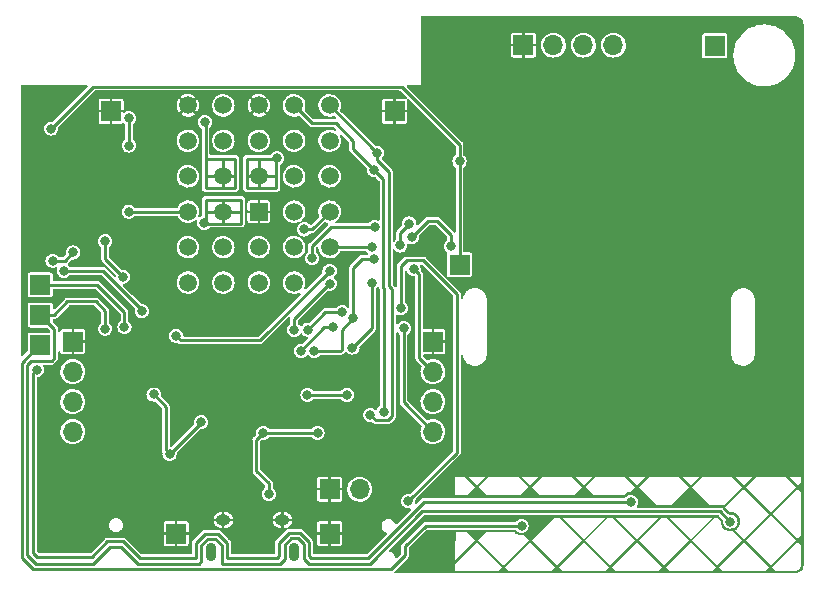
<source format=gbr>
%TF.GenerationSoftware,KiCad,Pcbnew,(5.99.0-10282-g296a9df530)*%
%TF.CreationDate,2021-04-29T22:35:14+02:00*%
%TF.ProjectId,Eck_hoch_3_V1,45636b5f-686f-4636-985f-335f56312e6b,rev?*%
%TF.SameCoordinates,Original*%
%TF.FileFunction,Copper,L2,Bot*%
%TF.FilePolarity,Positive*%
%FSLAX46Y46*%
G04 Gerber Fmt 4.6, Leading zero omitted, Abs format (unit mm)*
G04 Created by KiCad (PCBNEW (5.99.0-10282-g296a9df530)) date 2021-04-29 22:35:14*
%MOMM*%
%LPD*%
G01*
G04 APERTURE LIST*
%TA.AperFunction,ComponentPad*%
%ADD10O,0.890000X1.550000*%
%TD*%
%TA.AperFunction,ComponentPad*%
%ADD11O,1.250000X0.950000*%
%TD*%
%TA.AperFunction,ComponentPad*%
%ADD12R,1.700000X1.700000*%
%TD*%
%TA.AperFunction,ComponentPad*%
%ADD13O,1.700000X1.700000*%
%TD*%
%TA.AperFunction,SMDPad,CuDef*%
%ADD14C,1.500000*%
%TD*%
%TA.AperFunction,SMDPad,CuDef*%
%ADD15R,1.500000X1.500000*%
%TD*%
%TA.AperFunction,ViaPad*%
%ADD16C,0.800000*%
%TD*%
%TA.AperFunction,Conductor*%
%ADD17C,0.250000*%
%TD*%
G04 APERTURE END LIST*
D10*
%TO.P,J1,6,Shield*%
%TO.N,GND*%
X146000000Y-122300000D03*
X139000000Y-122300000D03*
D11*
X140000000Y-119600000D03*
X145000000Y-119600000D03*
%TD*%
D12*
%TO.P,J3,1,Pin_1*%
%TO.N,GND*%
X149000000Y-117000000D03*
D13*
%TO.P,J3,2,Pin_2*%
%TO.N,+BATT*%
X151540000Y-117000000D03*
%TD*%
D12*
%TO.P,J4,1,Pin_1*%
%TO.N,GND*%
X127250000Y-104500000D03*
D13*
%TO.P,J4,2,Pin_2*%
%TO.N,/VCC2*%
X127250000Y-107040000D03*
%TO.P,J4,3,Pin_3*%
%TO.N,/I2C_SCL*%
X127250000Y-109580000D03*
%TO.P,J4,4,Pin_4*%
%TO.N,/I2C_SDA*%
X127250000Y-112120000D03*
%TD*%
D12*
%TO.P,J14,1,Pin_1*%
%TO.N,Net-(BZ1-Pad1)*%
X160000000Y-98000000D03*
%TD*%
%TO.P,J5,1,Pin_1*%
%TO.N,GND*%
X157750000Y-104500000D03*
D13*
%TO.P,J5,2,Pin_2*%
%TO.N,Net-(J2-Pad2)*%
X157750000Y-107040000D03*
%TO.P,J5,3,Pin_3*%
%TO.N,/I2C_SCL*%
X157750000Y-109580000D03*
%TO.P,J5,4,Pin_4*%
%TO.N,/I2C_SDA*%
X157750000Y-112120000D03*
%TD*%
D12*
%TO.P,J10,1,Pin_1*%
%TO.N,GND*%
X136000000Y-120750000D03*
%TD*%
%TO.P,J7,1,Pin_1*%
%TO.N,GND*%
X130500000Y-85000000D03*
%TD*%
%TO.P,J8,1,Pin_1*%
%TO.N,GND*%
X154500000Y-85000000D03*
%TD*%
%TO.P,J9,1,Pin_1*%
%TO.N,GND*%
X149000000Y-120750000D03*
%TD*%
%TO.P,J11,1,Pin_1*%
%TO.N,/TOUCH5*%
X124500000Y-99700000D03*
%TD*%
%TO.P,J12,1,Pin_1*%
%TO.N,/TOUCH6*%
X124500000Y-102250000D03*
%TD*%
%TO.P,J13,1,Pin_1*%
%TO.N,/TOUCH7*%
X124500000Y-104800000D03*
%TD*%
%TO.P,J6,1,Pin_1*%
%TO.N,GND*%
X165404800Y-79400400D03*
D13*
%TO.P,J6,2,Pin_2*%
%TO.N,Net-(J2-Pad2)*%
X167944800Y-79400400D03*
%TO.P,J6,3,Pin_3*%
%TO.N,/I2C_SCL*%
X170484800Y-79400400D03*
%TO.P,J6,4,Pin_4*%
%TO.N,/I2C_SDA*%
X173024800Y-79400400D03*
%TD*%
D12*
%TO.P,J17,1,Pin_1*%
%TO.N,Net-(D1-Pad1)*%
X181610000Y-79451200D03*
%TD*%
D14*
%TO.P,TP1,1,1*%
%TO.N,/VCC2*%
X137000000Y-93500000D03*
%TD*%
%TO.P,TP2,1,1*%
%TO.N,+BATT*%
X149000000Y-93500000D03*
%TD*%
%TO.P,TP3,1,1*%
%TO.N,+5V*%
X149000000Y-96500000D03*
%TD*%
D15*
%TO.P,TP5,1,1*%
%TO.N,GND*%
X143000000Y-93500000D03*
%TD*%
D14*
%TO.P,TP6,1,1*%
%TO.N,/SD0*%
X143000000Y-96500000D03*
%TD*%
%TO.P,TP7,1,1*%
%TO.N,/SD1*%
X146000000Y-99500000D03*
%TD*%
%TO.P,TP8,1,1*%
%TO.N,/SD2*%
X137000000Y-96500000D03*
%TD*%
%TO.P,TP9,1,1*%
%TO.N,/SD3*%
X140000000Y-99500000D03*
%TD*%
%TO.P,TP10,1,1*%
%TO.N,/SD_CLK*%
X143000000Y-99500000D03*
%TD*%
%TO.P,TP11,1,1*%
%TO.N,/SD_CMD*%
X140000000Y-96500000D03*
%TD*%
%TO.P,TP13,1,1*%
%TO.N,Net-(TP13-Pad1)*%
X140000000Y-84500000D03*
%TD*%
%TO.P,TP14,1,1*%
%TO.N,/SD_CS1*%
X137000000Y-99500000D03*
%TD*%
%TO.P,TP15,1,1*%
%TO.N,Net-(TP15-Pad1)*%
X149000000Y-90500000D03*
%TD*%
%TO.P,TP17,1,1*%
%TO.N,Net-(TP17-Pad1)*%
X146000000Y-93500000D03*
%TD*%
%TO.P,TP18,1,1*%
%TO.N,Net-(TP18-Pad1)*%
X146000000Y-90500000D03*
%TD*%
%TO.P,TP19,1,1*%
%TO.N,Net-(TP19-Pad1)*%
X146000000Y-87500000D03*
%TD*%
%TO.P,TP20,1,1*%
%TO.N,/SD_CS2*%
X146000000Y-96500000D03*
%TD*%
%TO.P,TP21,1,1*%
%TO.N,Net-(TP21-Pad1)*%
X140000000Y-87500000D03*
%TD*%
%TO.P,TP22,1,1*%
%TO.N,Net-(TP22-Pad1)*%
X137000000Y-90500000D03*
%TD*%
%TO.P,TP23,1,1*%
%TO.N,Net-(TP23-Pad1)*%
X140000000Y-93500000D03*
%TD*%
%TO.P,TP24,1,1*%
%TO.N,Net-(TP24-Pad1)*%
X143000000Y-87500000D03*
%TD*%
%TO.P,TP25,1,1*%
%TO.N,Net-(TP25-Pad1)*%
X143000000Y-90500000D03*
%TD*%
%TO.P,TP4,1,1*%
%TO.N,+3V3*%
X140000000Y-90500000D03*
%TD*%
%TO.P,TP16,1,1*%
%TO.N,Net-(TP16-Pad1)*%
X149000000Y-87500000D03*
%TD*%
%TO.P,TP12,1,1*%
%TO.N,Net-(TP12-Pad1)*%
X137000000Y-87500000D03*
%TD*%
%TO.P,TP26,1,1*%
%TO.N,/U-*%
X146000000Y-84500000D03*
%TD*%
%TO.P,TP27,1,1*%
%TO.N,/U+*%
X149000000Y-84500000D03*
%TD*%
%TO.P,TP28,1,1*%
%TO.N,GND*%
X137000000Y-84500000D03*
%TD*%
%TO.P,TP29,1,1*%
%TO.N,GND*%
X143000000Y-84500000D03*
%TD*%
D16*
%TO.N,GND*%
X132100000Y-84200000D03*
X125425200Y-95402400D03*
X154100000Y-115500000D03*
X143675000Y-114644998D03*
X133502400Y-119481600D03*
X137000000Y-84500000D03*
X128320800Y-119430800D03*
X152500000Y-105400000D03*
X158038800Y-121005600D03*
X177342800Y-78435200D03*
X143000000Y-84500000D03*
X134325000Y-111830002D03*
X152700000Y-84300000D03*
X149500000Y-115400000D03*
X152755600Y-120599200D03*
X136859701Y-103370512D03*
X143000000Y-93600000D03*
X137175000Y-107775000D03*
%TO.N,/I2C_SCL*%
X152600000Y-99500000D03*
X149000000Y-98500000D03*
X150926800Y-105003600D03*
X136000000Y-104000000D03*
%TO.N,/I2C_SDA*%
X149000000Y-99593212D03*
X155265530Y-103374990D03*
X146000000Y-103500000D03*
%TO.N,+3V3*%
X127300000Y-96950000D03*
X125550000Y-97650000D03*
X152750000Y-97500000D03*
X138125000Y-111325000D03*
X132000000Y-87900000D03*
X135450000Y-114030002D03*
X138436291Y-85901979D03*
X147125000Y-109000000D03*
X134100000Y-108975000D03*
X132000000Y-85600000D03*
X151000000Y-102500000D03*
X155750000Y-94500000D03*
X154980576Y-96360872D03*
X152750000Y-97500000D03*
X152750000Y-97500000D03*
X150475000Y-109000000D03*
X147700000Y-105300000D03*
%TO.N,+5V*%
X155956000Y-95656400D03*
X159275000Y-96418400D03*
X148872842Y-96573751D03*
X152600002Y-96500000D03*
%TO.N,Net-(R11-Pad2)*%
X133096000Y-101904800D03*
X126500000Y-98509200D03*
%TO.N,+BATT*%
X146575000Y-105275000D03*
X149300000Y-103300000D03*
X147975000Y-112225000D03*
X146862800Y-94996000D03*
X143850000Y-117400000D03*
X143375000Y-112225000D03*
X149000000Y-93500000D03*
%TO.N,/TOUCH5*%
X124206000Y-106883200D03*
X174498000Y-118059200D03*
X131626985Y-103278309D03*
%TO.N,/TOUCH6*%
X130000000Y-103400000D03*
X182930800Y-119735600D03*
%TO.N,Net-(R8-Pad1)*%
X155025936Y-101675000D03*
X155651200Y-118008400D03*
%TO.N,/TOUCH7*%
X165252400Y-120091200D03*
%TO.N,/U+*%
X152445899Y-110699526D03*
X149000000Y-84500000D03*
X153000000Y-88500000D03*
%TO.N,/U-*%
X153575935Y-110422592D03*
X146000000Y-84500000D03*
X152774990Y-89987337D03*
%TO.N,/VCC2*%
X130000000Y-96000004D03*
X132000000Y-93500012D03*
X131500000Y-99000000D03*
X137000000Y-93500000D03*
%TO.N,/SD0*%
X143000000Y-96500000D03*
%TO.N,/SD1*%
X146000000Y-99500000D03*
%TO.N,/SD2*%
X137000000Y-96500000D03*
%TO.N,/SD3*%
X140000000Y-99500000D03*
%TO.N,/SD_CLK*%
X143000000Y-99500000D03*
%TO.N,/SD_CMD*%
X140000000Y-96500000D03*
%TO.N,Net-(TP12-Pad1)*%
X137000000Y-87500000D03*
%TO.N,Net-(TP13-Pad1)*%
X140000000Y-84500000D03*
%TO.N,Net-(TP15-Pad1)*%
X148987340Y-90512660D03*
%TO.N,Net-(TP16-Pad1)*%
X149000000Y-87500000D03*
%TO.N,Net-(TP17-Pad1)*%
X146000000Y-93500000D03*
%TO.N,Net-(TP18-Pad1)*%
X146000000Y-90500000D03*
%TO.N,Net-(TP19-Pad1)*%
X146000000Y-87500000D03*
%TO.N,Net-(TP21-Pad1)*%
X140012660Y-87512660D03*
%TO.N,Net-(TP22-Pad1)*%
X137012660Y-90512660D03*
%TO.N,Net-(TP23-Pad1)*%
X138379200Y-94437200D03*
%TO.N,Net-(TP24-Pad1)*%
X143000000Y-87500000D03*
%TO.N,Net-(TP25-Pad1)*%
X144538796Y-88980990D03*
%TO.N,/SD_CS1*%
X137000000Y-99500000D03*
%TO.N,/SD_CS2*%
X150063200Y-102006400D03*
X146000000Y-96500000D03*
X147167600Y-103479600D03*
%TO.N,Net-(BZ1-Pad1)*%
X160000000Y-89235600D03*
X125425200Y-86461600D03*
%TO.N,Net-(D1-Pad3)*%
X152806400Y-94792800D03*
X147523200Y-97434400D03*
%TO.N,Net-(J2-Pad2)*%
X156108400Y-98348800D03*
%TD*%
D17*
%TO.N,/I2C_SCL*%
X143100001Y-104399999D02*
X149000000Y-98500000D01*
X136000000Y-104000000D02*
X136399999Y-104399999D01*
X152600000Y-103330400D02*
X152600000Y-99500000D01*
X150926800Y-105003600D02*
X152600000Y-103330400D01*
X136399999Y-104399999D02*
X143100001Y-104399999D01*
%TO.N,/I2C_SDA*%
X146000000Y-103500000D02*
X146000000Y-102564400D01*
X146000000Y-102564400D02*
X148971188Y-99593212D01*
X155265530Y-109635530D02*
X155265530Y-103374990D01*
X157750000Y-112120000D02*
X155265530Y-109635530D01*
X148971188Y-99593212D02*
X149000000Y-99593212D01*
%TO.N,+3V3*%
X132000000Y-85600000D02*
X131800000Y-85600000D01*
X152750000Y-97500000D02*
X151750000Y-97500000D01*
X135450000Y-114030002D02*
X138125000Y-111355002D01*
X150012400Y-103487600D02*
X151000000Y-102500000D01*
X140000000Y-89000000D02*
X138500000Y-89000000D01*
X154980576Y-96360872D02*
X154980576Y-95269424D01*
X151750000Y-97500000D02*
X151000000Y-98250000D01*
X135125000Y-110000000D02*
X135125000Y-113705002D01*
X138500000Y-90500000D02*
X138500000Y-91500000D01*
X140000000Y-91500000D02*
X140000000Y-90500000D01*
X140500000Y-89000000D02*
X140000000Y-89000000D01*
X132000000Y-85600000D02*
X132000000Y-87900000D01*
X138125000Y-111355002D02*
X138125000Y-111325000D01*
X141000000Y-89000000D02*
X140500000Y-89000000D01*
X151000000Y-98250000D02*
X151000000Y-102500000D01*
X147700000Y-105300000D02*
X149919200Y-105300000D01*
X147125000Y-109000000D02*
X150475000Y-109000000D01*
X125550000Y-97650000D02*
X126600000Y-97650000D01*
X138500000Y-91500000D02*
X140000000Y-91500000D01*
X138500000Y-89000000D02*
X138500000Y-90500000D01*
X140000000Y-90500000D02*
X138500000Y-90500000D01*
X140000000Y-90500000D02*
X140000000Y-89000000D01*
X154980576Y-95269424D02*
X155750000Y-94500000D01*
X138500000Y-89000000D02*
X138500000Y-85965688D01*
X126600000Y-97650000D02*
X127300000Y-96950000D01*
X138500000Y-85965688D02*
X138436291Y-85901979D01*
X140000000Y-90500000D02*
X141000000Y-90500000D01*
X140000000Y-91500000D02*
X141000000Y-91500000D01*
X141000000Y-91500000D02*
X141000000Y-89000000D01*
X135125000Y-113705002D02*
X135450000Y-114030002D01*
X149919200Y-105300000D02*
X150012400Y-105206800D01*
X134100000Y-108975000D02*
X135125000Y-110000000D01*
X150012400Y-105206800D02*
X150012400Y-103487600D01*
%TO.N,+5V*%
X149000000Y-96500000D02*
X152600002Y-96500000D01*
X159275000Y-95470200D02*
X159275000Y-96418400D01*
X155956000Y-95656400D02*
X156921200Y-94691200D01*
X158089600Y-94284800D02*
X159275000Y-95470200D01*
X157327600Y-94284800D02*
X158089600Y-94284800D01*
X156921200Y-94691200D02*
X157327600Y-94284800D01*
%TO.N,Net-(R11-Pad2)*%
X129800198Y-98509200D02*
X126500000Y-98509200D01*
X133096000Y-101805002D02*
X129800198Y-98509200D01*
X133096000Y-101904800D02*
X133096000Y-101805002D01*
%TO.N,+BATT*%
X143375000Y-112225000D02*
X147975000Y-112225000D01*
X143850000Y-116500000D02*
X142800000Y-115450000D01*
X148550000Y-103300000D02*
X146575000Y-105275000D01*
X142800000Y-112800000D02*
X143375000Y-112225000D01*
X143850000Y-117400000D02*
X143850000Y-116500000D01*
X149300000Y-103300000D02*
X148550000Y-103300000D01*
X142800000Y-115450000D02*
X142800000Y-112800000D01*
X146862800Y-94996000D02*
X147504000Y-94996000D01*
X147504000Y-94996000D02*
X149000000Y-93500000D01*
%TO.N,/TOUCH5*%
X140302420Y-121530396D02*
X140302420Y-122834400D01*
X137668000Y-122783600D02*
X137668000Y-121513600D01*
X145542000Y-120700800D02*
X146483224Y-120700800D01*
X131504404Y-121419180D02*
X132919624Y-122834400D01*
X131626985Y-102026985D02*
X131626985Y-103278309D01*
X147421600Y-122834400D02*
X152247600Y-122834400D01*
X132919624Y-122834400D02*
X137617200Y-122834400D01*
X146483224Y-120700800D02*
X147269200Y-121486776D01*
X139521984Y-120749960D02*
X140302420Y-121530396D01*
X137668000Y-121513600D02*
X138431640Y-120749960D01*
X147269200Y-121486776D02*
X147269200Y-122682000D01*
X129300000Y-99700000D02*
X131626985Y-102026985D01*
X147269200Y-122682000D02*
X147421600Y-122834400D01*
X130193220Y-121419180D02*
X131504404Y-121419180D01*
X140302420Y-122834400D02*
X144576800Y-122834400D01*
X137617200Y-122834400D02*
X137668000Y-122783600D01*
X152247600Y-122834400D02*
X157022800Y-118059200D01*
X124500000Y-99700000D02*
X129300000Y-99700000D01*
X144729200Y-122682000D02*
X144729200Y-121513600D01*
X157022800Y-118059200D02*
X174498000Y-118059200D01*
X124206000Y-106883200D02*
X123901200Y-107188000D01*
X144729200Y-121513600D02*
X145542000Y-120700800D01*
X144576800Y-122834400D02*
X144729200Y-122682000D01*
X128879600Y-122732800D02*
X130193220Y-121419180D01*
X124256800Y-122732800D02*
X128879600Y-122732800D01*
X138431640Y-120749960D02*
X139521984Y-120749960D01*
X123901200Y-107188000D02*
X123901200Y-122377200D01*
X123901200Y-122377200D02*
X124256800Y-122732800D01*
%TO.N,/TOUCH6*%
X130000000Y-103400000D02*
X130000000Y-103500000D01*
X130000000Y-103500000D02*
X130000000Y-101900000D01*
X130000000Y-101900000D02*
X129200000Y-101100000D01*
X129200000Y-101100000D02*
X126800000Y-101100000D01*
X126800000Y-101100000D02*
X125650000Y-102250000D01*
X125650000Y-102250000D02*
X124500000Y-102250000D01*
X128981200Y-123291600D02*
X130403600Y-121869200D01*
X156846424Y-118872000D02*
X182067200Y-118872000D01*
X125463820Y-106121200D02*
X123724824Y-106121200D01*
X138125200Y-123088400D02*
X138125200Y-121755828D01*
X123724824Y-106121200D02*
X123386020Y-106460004D01*
X152426824Y-123291600D02*
X156846424Y-118872000D01*
X123386020Y-106460004D02*
X123386020Y-122573220D01*
X137922000Y-123291600D02*
X138125200Y-123088400D01*
X132740400Y-123291600D02*
X137922000Y-123291600D01*
X123386020Y-122573220D02*
X124104400Y-123291600D01*
X125679200Y-105905820D02*
X125463820Y-106121200D01*
X124500000Y-102250000D02*
X124500400Y-102250000D01*
X125679200Y-103428800D02*
X125679200Y-105905820D01*
X124500400Y-102250000D02*
X125679200Y-103428800D01*
X131318000Y-121869200D02*
X132740400Y-123291600D01*
X139852400Y-121716800D02*
X139852400Y-123291600D01*
X144780000Y-123291600D02*
X145186400Y-122885200D01*
X146812000Y-122885200D02*
X147218400Y-123291600D01*
X146812000Y-121666000D02*
X146812000Y-122885200D01*
X146304000Y-121158000D02*
X146812000Y-121666000D01*
X145186400Y-121694628D02*
X145723028Y-121158000D01*
X124104400Y-123291600D02*
X128981200Y-123291600D01*
X139852400Y-123291600D02*
X144780000Y-123291600D01*
X138125200Y-121755828D02*
X138681048Y-121199980D01*
X145186400Y-122885200D02*
X145186400Y-121694628D01*
X138681048Y-121199980D02*
X139335580Y-121199980D01*
X130403600Y-121869200D02*
X131318000Y-121869200D01*
X139335580Y-121199980D02*
X139852400Y-121716800D01*
X145723028Y-121158000D02*
X146304000Y-121158000D01*
X147218400Y-123291600D02*
X152426824Y-123291600D01*
X182067200Y-118872000D02*
X182930800Y-119735600D01*
%TO.N,Net-(R8-Pad1)*%
X159766000Y-113893600D02*
X155651200Y-118008400D01*
X155025936Y-98110464D02*
X155512611Y-97623789D01*
X159766000Y-100482400D02*
X159766000Y-113893600D01*
X155025936Y-101675000D02*
X155025936Y-98110464D01*
X155512611Y-97623789D02*
X156907389Y-97623789D01*
X156907389Y-97623789D02*
X159766000Y-100482400D01*
%TO.N,/TOUCH7*%
X155397200Y-121818400D02*
X155397200Y-122580400D01*
X157124400Y-120091200D02*
X155397200Y-121818400D01*
X124409600Y-104800000D02*
X124500000Y-104800000D01*
X165252400Y-120091200D02*
X157124400Y-120091200D01*
X155397200Y-122580400D02*
X154228800Y-123748800D01*
X123901200Y-123748800D02*
X122936000Y-122783600D01*
X122936000Y-106273600D02*
X124409600Y-104800000D01*
X154228800Y-123748800D02*
X123901200Y-123748800D01*
X122936000Y-122783600D02*
X122936000Y-106273600D01*
%TO.N,/U+*%
X153000000Y-89100000D02*
X154000000Y-90100000D01*
X154300936Y-100085475D02*
X154300936Y-110770593D01*
X154000000Y-99784539D02*
X154300936Y-100085475D01*
X153000000Y-88500000D02*
X153000000Y-89100000D01*
X152893966Y-111147593D02*
X152445899Y-110699526D01*
X154300936Y-110770593D02*
X153923936Y-111147593D01*
X154000000Y-90100000D02*
X154000000Y-99784539D01*
X153923936Y-111147593D02*
X152893966Y-111147593D01*
X153000000Y-88500000D02*
X149000000Y-84500000D01*
%TO.N,/U-*%
X151000000Y-87500000D02*
X149500000Y-86000000D01*
X153549989Y-99970939D02*
X153549989Y-90724989D01*
X153575935Y-99996885D02*
X153549989Y-99970939D01*
X147500000Y-86000000D02*
X146000000Y-84500000D01*
X153525000Y-90700000D02*
X153487653Y-90700000D01*
X153487653Y-90700000D02*
X152774990Y-89987337D01*
X149500000Y-86000000D02*
X147500000Y-86000000D01*
X153549989Y-90724989D02*
X153525000Y-90700000D01*
X152774990Y-89987337D02*
X151000000Y-88212347D01*
X151000000Y-88212347D02*
X151000000Y-87500000D01*
X153575935Y-110422592D02*
X153575935Y-99996885D01*
%TO.N,/VCC2*%
X137000000Y-93500000D02*
X132000012Y-93500000D01*
X131500000Y-99000000D02*
X130000000Y-97500000D01*
X132000012Y-93500000D02*
X132000000Y-93500012D01*
X130000000Y-97500000D02*
X130000000Y-96000004D01*
%TO.N,Net-(TP23-Pad1)*%
X140000000Y-93500000D02*
X141500000Y-93500000D01*
X138500000Y-92500000D02*
X141500000Y-92500000D01*
X141500000Y-94500000D02*
X140000000Y-94500000D01*
X138442000Y-94500000D02*
X138500000Y-94500000D01*
X140000000Y-93500000D02*
X140000000Y-92500000D01*
X140000000Y-93500000D02*
X140000000Y-94500000D01*
X141500000Y-93500000D02*
X141500000Y-94500000D01*
X140000000Y-92500000D02*
X138500000Y-92500000D01*
X141500000Y-92500000D02*
X141500000Y-93500000D01*
X138500000Y-93500000D02*
X138500000Y-92500000D01*
X138500000Y-94500000D02*
X138500000Y-93500000D01*
X138379200Y-94437200D02*
X138442000Y-94500000D01*
X140000000Y-93500000D02*
X138500000Y-93500000D01*
X140000000Y-94500000D02*
X138500000Y-94500000D01*
%TO.N,Net-(TP25-Pad1)*%
X144500000Y-89000000D02*
X144500000Y-90500000D01*
X143000000Y-89000000D02*
X144500000Y-89000000D01*
X143000000Y-91500000D02*
X142000000Y-91500000D01*
X144519786Y-89000000D02*
X144538796Y-88980990D01*
X143000000Y-90500000D02*
X143000000Y-89000000D01*
X144500000Y-89000000D02*
X144519786Y-89000000D01*
X144500000Y-91500000D02*
X143000000Y-91500000D01*
X142000000Y-91500000D02*
X142000000Y-90500000D01*
X142000000Y-89000000D02*
X143000000Y-89000000D01*
X143000000Y-90500000D02*
X144500000Y-90500000D01*
X143000000Y-90500000D02*
X143000000Y-91500000D01*
X144500000Y-90500000D02*
X144500000Y-91500000D01*
X143000000Y-90500000D02*
X142000000Y-90500000D01*
X142000000Y-90500000D02*
X142000000Y-89000000D01*
%TO.N,/SD_CS2*%
X148640800Y-102006400D02*
X147167600Y-103479600D01*
X150063200Y-102006400D02*
X148640800Y-102006400D01*
%TO.N,Net-(BZ1-Pad1)*%
X160000000Y-87813200D02*
X160000000Y-89235600D01*
X128981200Y-82905600D02*
X155092400Y-82905600D01*
X125425200Y-86461600D02*
X128981200Y-82905600D01*
X155092400Y-82905600D02*
X160000000Y-87813200D01*
X160000000Y-89235600D02*
X160000000Y-98000000D01*
%TO.N,Net-(D1-Pad3)*%
X147523200Y-96385783D02*
X149116183Y-94792800D01*
X147523200Y-97434400D02*
X147523200Y-96385783D01*
X149116183Y-94792800D02*
X152806400Y-94792800D01*
X152806400Y-94792800D02*
X152654000Y-94945200D01*
%TO.N,Net-(J2-Pad2)*%
X156574999Y-105864999D02*
X157750000Y-107040000D01*
X156574999Y-98815399D02*
X156574999Y-105864999D01*
X156108400Y-98348800D02*
X156574999Y-98815399D01*
%TD*%
%TA.AperFunction,Conductor*%
%TO.N,GND*%
G36*
X159613600Y-124133000D02*
G01*
X154543935Y-124133000D01*
X154485744Y-124114093D01*
X154449780Y-124064593D01*
X154449780Y-124003407D01*
X154473931Y-123963996D01*
X155614434Y-122823493D01*
X155620802Y-122817658D01*
X155635203Y-122805574D01*
X155650378Y-122792841D01*
X155669804Y-122759195D01*
X155674442Y-122751914D01*
X155691766Y-122727172D01*
X155691767Y-122727171D01*
X155696735Y-122720075D01*
X155698977Y-122711706D01*
X155701443Y-122706417D01*
X155703437Y-122700939D01*
X155707768Y-122693438D01*
X155709862Y-122681562D01*
X155714515Y-122655174D01*
X155716384Y-122646742D01*
X155724201Y-122617568D01*
X155726442Y-122609205D01*
X155723077Y-122570744D01*
X155722700Y-122562115D01*
X155722700Y-121994235D01*
X155741607Y-121936044D01*
X155751696Y-121924231D01*
X157230230Y-120445696D01*
X157284747Y-120417919D01*
X157300234Y-120416700D01*
X159613600Y-120416700D01*
X159613600Y-124133000D01*
G37*
%TD.AperFunction*%
%TA.AperFunction,Conductor*%
G36*
X159613600Y-119765700D02*
G01*
X157142693Y-119765700D01*
X157134064Y-119765323D01*
X157095595Y-119761957D01*
X157087233Y-119764198D01*
X157087228Y-119764198D01*
X157058048Y-119772017D01*
X157049618Y-119773886D01*
X157042773Y-119775093D01*
X157019889Y-119779128D01*
X157019887Y-119779129D01*
X157011362Y-119780632D01*
X157003864Y-119784961D01*
X156998382Y-119786956D01*
X156993093Y-119789423D01*
X156984725Y-119791665D01*
X156952897Y-119813951D01*
X156945616Y-119818590D01*
X156911959Y-119838022D01*
X156906393Y-119844655D01*
X156906391Y-119844657D01*
X156887137Y-119867604D01*
X156881302Y-119873972D01*
X155179966Y-121575307D01*
X155173599Y-121581141D01*
X155144022Y-121605959D01*
X155139692Y-121613459D01*
X155124597Y-121639604D01*
X155119958Y-121646886D01*
X155104553Y-121668888D01*
X155097665Y-121678725D01*
X155095423Y-121687094D01*
X155092957Y-121692383D01*
X155090963Y-121697861D01*
X155086632Y-121705362D01*
X155085128Y-121713890D01*
X155085128Y-121713891D01*
X155079885Y-121743626D01*
X155078016Y-121752058D01*
X155067958Y-121789595D01*
X155068713Y-121798222D01*
X155071323Y-121828056D01*
X155071700Y-121836685D01*
X155071700Y-122404565D01*
X155052793Y-122462756D01*
X155042704Y-122474569D01*
X154711699Y-122805574D01*
X154657182Y-122833351D01*
X154596750Y-122823780D01*
X154553485Y-122780515D01*
X154543542Y-122748491D01*
X154540736Y-122727172D01*
X154535520Y-122687556D01*
X154499492Y-122600576D01*
X154480013Y-122553548D01*
X154480011Y-122553545D01*
X154477528Y-122547550D01*
X154385275Y-122427325D01*
X154265050Y-122335072D01*
X154259055Y-122332589D01*
X154259052Y-122332587D01*
X154131039Y-122279563D01*
X154131038Y-122279563D01*
X154125044Y-122277080D01*
X154118614Y-122276233D01*
X154113813Y-122274947D01*
X154062499Y-122241622D01*
X154040574Y-122184500D01*
X154056411Y-122125400D01*
X154069434Y-122109317D01*
X156952255Y-119226496D01*
X157006772Y-119198719D01*
X157022259Y-119197500D01*
X159613600Y-119197500D01*
X159613600Y-119765700D01*
G37*
%TD.AperFunction*%
%TA.AperFunction,Conductor*%
G36*
X128492456Y-82772107D02*
G01*
X128528420Y-82821607D01*
X128528420Y-82882793D01*
X128504269Y-82922204D01*
X125588006Y-85838467D01*
X125533489Y-85866244D01*
X125505080Y-85866616D01*
X125431634Y-85856947D01*
X125425200Y-85856100D01*
X125268485Y-85876732D01*
X125122450Y-85937222D01*
X124997047Y-86033447D01*
X124900822Y-86158850D01*
X124840332Y-86304885D01*
X124819700Y-86461600D01*
X124840332Y-86618315D01*
X124900822Y-86764350D01*
X124997047Y-86889753D01*
X125122450Y-86985978D01*
X125268485Y-87046468D01*
X125425200Y-87067100D01*
X125581915Y-87046468D01*
X125727950Y-86985978D01*
X125853353Y-86889753D01*
X125949578Y-86764350D01*
X126010068Y-86618315D01*
X126030700Y-86461600D01*
X126028294Y-86443323D01*
X126020184Y-86381720D01*
X126031334Y-86321559D01*
X126048333Y-86298794D01*
X127238884Y-85108243D01*
X129445000Y-85108243D01*
X129445000Y-85845142D01*
X129445948Y-85854763D01*
X129458703Y-85918888D01*
X129466022Y-85936557D01*
X129499624Y-85986847D01*
X129513153Y-86000376D01*
X129563443Y-86033978D01*
X129581112Y-86041297D01*
X129645237Y-86054052D01*
X129654858Y-86055000D01*
X130384320Y-86055000D01*
X130397005Y-86050878D01*
X130400000Y-86046757D01*
X130400000Y-85115680D01*
X130397583Y-85108243D01*
X130600000Y-85108243D01*
X130600000Y-86039320D01*
X130604122Y-86052005D01*
X130608243Y-86055000D01*
X131345142Y-86055000D01*
X131354763Y-86054052D01*
X131418888Y-86041297D01*
X131436556Y-86033979D01*
X131454315Y-86022113D01*
X131513204Y-86005506D01*
X131570607Y-86026685D01*
X131570964Y-86027002D01*
X131571847Y-86028153D01*
X131605600Y-86054052D01*
X131635767Y-86077200D01*
X131670423Y-86127624D01*
X131674500Y-86155742D01*
X131674500Y-87344258D01*
X131655593Y-87402449D01*
X131635768Y-87422799D01*
X131571847Y-87471847D01*
X131475622Y-87597250D01*
X131415132Y-87743285D01*
X131394500Y-87900000D01*
X131415132Y-88056715D01*
X131475622Y-88202750D01*
X131571847Y-88328153D01*
X131697250Y-88424378D01*
X131843285Y-88484868D01*
X132000000Y-88505500D01*
X132156715Y-88484868D01*
X132302750Y-88424378D01*
X132428153Y-88328153D01*
X132524378Y-88202750D01*
X132584868Y-88056715D01*
X132605500Y-87900000D01*
X132584868Y-87743285D01*
X132524378Y-87597250D01*
X132521301Y-87593240D01*
X136049060Y-87593240D01*
X136057362Y-87634414D01*
X136085918Y-87776031D01*
X136087232Y-87782549D01*
X136162689Y-87960316D01*
X136165534Y-87964440D01*
X136165535Y-87964442D01*
X136269503Y-88115153D01*
X136269507Y-88115157D01*
X136272350Y-88119279D01*
X136275967Y-88122747D01*
X136275969Y-88122750D01*
X136354838Y-88198382D01*
X136411735Y-88252944D01*
X136415980Y-88255617D01*
X136569068Y-88352022D01*
X136575151Y-88355853D01*
X136755922Y-88423800D01*
X136760877Y-88424585D01*
X136760878Y-88424585D01*
X136941704Y-88453225D01*
X136941708Y-88453225D01*
X136946663Y-88454010D01*
X137020764Y-88450645D01*
X137134571Y-88445478D01*
X137134576Y-88445477D01*
X137139582Y-88445250D01*
X137144441Y-88444020D01*
X137144444Y-88444020D01*
X137321943Y-88399105D01*
X137326800Y-88397876D01*
X137331310Y-88395696D01*
X137496160Y-88316005D01*
X137496162Y-88316004D01*
X137500669Y-88313825D01*
X137654085Y-88196530D01*
X137780782Y-88050781D01*
X137788823Y-88036512D01*
X137838681Y-87948027D01*
X137875585Y-87882534D01*
X137934620Y-87698660D01*
X137941555Y-87634827D01*
X137955197Y-87509251D01*
X137955197Y-87509246D01*
X137955477Y-87506671D01*
X137955500Y-87500000D01*
X137942739Y-87374368D01*
X137936491Y-87312857D01*
X137936490Y-87312853D01*
X137935984Y-87307870D01*
X137878234Y-87123589D01*
X137784608Y-86954683D01*
X137716874Y-86875657D01*
X137662197Y-86811864D01*
X137662195Y-86811862D01*
X137658931Y-86808054D01*
X137609227Y-86769499D01*
X137510298Y-86692761D01*
X137510293Y-86692758D01*
X137506338Y-86689690D01*
X137333061Y-86604427D01*
X137218242Y-86574519D01*
X137151036Y-86557013D01*
X137151032Y-86557012D01*
X137146178Y-86555748D01*
X137141166Y-86555485D01*
X137141164Y-86555485D01*
X137073134Y-86551920D01*
X136953324Y-86545641D01*
X136762377Y-86574519D01*
X136581136Y-86641202D01*
X136576878Y-86643842D01*
X136576876Y-86643843D01*
X136502933Y-86689690D01*
X136417006Y-86742967D01*
X136276691Y-86875657D01*
X136273817Y-86879762D01*
X136273814Y-86879765D01*
X136199443Y-86985978D01*
X136165923Y-87033850D01*
X136163934Y-87038446D01*
X136163933Y-87038448D01*
X136160096Y-87047315D01*
X136089226Y-87211086D01*
X136049734Y-87400123D01*
X136049717Y-87405136D01*
X136049716Y-87405141D01*
X136049627Y-87430680D01*
X136049060Y-87593240D01*
X132521301Y-87593240D01*
X132428153Y-87471847D01*
X132364233Y-87422799D01*
X132329577Y-87372376D01*
X132325500Y-87344258D01*
X132325500Y-86155742D01*
X132344407Y-86097551D01*
X132364233Y-86077200D01*
X132394401Y-86054052D01*
X132428153Y-86028153D01*
X132524378Y-85902750D01*
X132524697Y-85901979D01*
X137830791Y-85901979D01*
X137851423Y-86058694D01*
X137911913Y-86204729D01*
X138008138Y-86330132D01*
X138013291Y-86334086D01*
X138133541Y-86426357D01*
X138132059Y-86428288D01*
X138165939Y-86465912D01*
X138174500Y-86506184D01*
X138174500Y-91528356D01*
X138174514Y-91528435D01*
X138174521Y-91528596D01*
X138174521Y-91557391D01*
X138177484Y-91565531D01*
X138177484Y-91565532D01*
X138181448Y-91576422D01*
X138185915Y-91593091D01*
X138189432Y-91613038D01*
X138199561Y-91630580D01*
X138206851Y-91646214D01*
X138213779Y-91665250D01*
X138219343Y-91671881D01*
X138226796Y-91680763D01*
X138236695Y-91694901D01*
X138246822Y-91712441D01*
X138253458Y-91718009D01*
X138262336Y-91725458D01*
X138274541Y-91737663D01*
X138287559Y-91753178D01*
X138295061Y-91757510D01*
X138295062Y-91757510D01*
X138305099Y-91763305D01*
X138319236Y-91773203D01*
X138334750Y-91786221D01*
X138353786Y-91793149D01*
X138369420Y-91800439D01*
X138386962Y-91810568D01*
X138395487Y-91812071D01*
X138395489Y-91812072D01*
X138406908Y-91814085D01*
X138423577Y-91818552D01*
X138442609Y-91825479D01*
X138471404Y-91825479D01*
X138471565Y-91825486D01*
X138471644Y-91825500D01*
X141028356Y-91825500D01*
X141028435Y-91825486D01*
X141028596Y-91825479D01*
X141057391Y-91825479D01*
X141076423Y-91818552D01*
X141093092Y-91814085D01*
X141104511Y-91812072D01*
X141104513Y-91812071D01*
X141113038Y-91810568D01*
X141130580Y-91800439D01*
X141146214Y-91793149D01*
X141165250Y-91786221D01*
X141180764Y-91773203D01*
X141194901Y-91763305D01*
X141204938Y-91757510D01*
X141204939Y-91757510D01*
X141212441Y-91753178D01*
X141225459Y-91737663D01*
X141237664Y-91725458D01*
X141246542Y-91718009D01*
X141253178Y-91712441D01*
X141263305Y-91694901D01*
X141273204Y-91680763D01*
X141280657Y-91671881D01*
X141286221Y-91665250D01*
X141293149Y-91646214D01*
X141300439Y-91630580D01*
X141310568Y-91613038D01*
X141314085Y-91593091D01*
X141318552Y-91576422D01*
X141322516Y-91565532D01*
X141322516Y-91565531D01*
X141325479Y-91557391D01*
X141325479Y-91528596D01*
X141325486Y-91528435D01*
X141325500Y-91528356D01*
X141325500Y-88971644D01*
X141674500Y-88971644D01*
X141674500Y-91528356D01*
X141674514Y-91528435D01*
X141674521Y-91528596D01*
X141674521Y-91557391D01*
X141677484Y-91565531D01*
X141677484Y-91565532D01*
X141681448Y-91576422D01*
X141685915Y-91593091D01*
X141689432Y-91613038D01*
X141699561Y-91630580D01*
X141706851Y-91646214D01*
X141713779Y-91665250D01*
X141719343Y-91671881D01*
X141726796Y-91680763D01*
X141736695Y-91694901D01*
X141746822Y-91712441D01*
X141753458Y-91718009D01*
X141762336Y-91725458D01*
X141774541Y-91737663D01*
X141787559Y-91753178D01*
X141795061Y-91757510D01*
X141795062Y-91757510D01*
X141805099Y-91763305D01*
X141819236Y-91773203D01*
X141834750Y-91786221D01*
X141853786Y-91793149D01*
X141869420Y-91800439D01*
X141886962Y-91810568D01*
X141895487Y-91812071D01*
X141895489Y-91812072D01*
X141906908Y-91814085D01*
X141923577Y-91818552D01*
X141942609Y-91825479D01*
X141971404Y-91825479D01*
X141971565Y-91825486D01*
X141971644Y-91825500D01*
X144528356Y-91825500D01*
X144528435Y-91825486D01*
X144528596Y-91825479D01*
X144557391Y-91825479D01*
X144576423Y-91818552D01*
X144593092Y-91814085D01*
X144604511Y-91812072D01*
X144604513Y-91812071D01*
X144613038Y-91810568D01*
X144630580Y-91800439D01*
X144646214Y-91793149D01*
X144665250Y-91786221D01*
X144680764Y-91773203D01*
X144694901Y-91763305D01*
X144704938Y-91757510D01*
X144704939Y-91757510D01*
X144712441Y-91753178D01*
X144725459Y-91737663D01*
X144737664Y-91725458D01*
X144746542Y-91718009D01*
X144753178Y-91712441D01*
X144763305Y-91694901D01*
X144773204Y-91680763D01*
X144780657Y-91671881D01*
X144786221Y-91665250D01*
X144793149Y-91646214D01*
X144800439Y-91630580D01*
X144810568Y-91613038D01*
X144814085Y-91593091D01*
X144818552Y-91576422D01*
X144822516Y-91565532D01*
X144822516Y-91565531D01*
X144825479Y-91557391D01*
X144825479Y-91528596D01*
X144825486Y-91528435D01*
X144825500Y-91528356D01*
X144825500Y-90593240D01*
X145049060Y-90593240D01*
X145087232Y-90782549D01*
X145162689Y-90960316D01*
X145165534Y-90964440D01*
X145165535Y-90964442D01*
X145269503Y-91115153D01*
X145269507Y-91115157D01*
X145272350Y-91119279D01*
X145275967Y-91122747D01*
X145275969Y-91122750D01*
X145356084Y-91199577D01*
X145411735Y-91252944D01*
X145575151Y-91355853D01*
X145755922Y-91423800D01*
X145760877Y-91424585D01*
X145760878Y-91424585D01*
X145941704Y-91453225D01*
X145941708Y-91453225D01*
X145946663Y-91454010D01*
X146020764Y-91450645D01*
X146134571Y-91445478D01*
X146134576Y-91445477D01*
X146139582Y-91445250D01*
X146144441Y-91444020D01*
X146144444Y-91444020D01*
X146321943Y-91399105D01*
X146326800Y-91397876D01*
X146331310Y-91395696D01*
X146496160Y-91316005D01*
X146496162Y-91316004D01*
X146500669Y-91313825D01*
X146654085Y-91196530D01*
X146780782Y-91050781D01*
X146794239Y-91026900D01*
X146831757Y-90960316D01*
X146875585Y-90882534D01*
X146934620Y-90698660D01*
X146945538Y-90598158D01*
X146946072Y-90593240D01*
X148049060Y-90593240D01*
X148087232Y-90782549D01*
X148162689Y-90960316D01*
X148165534Y-90964440D01*
X148165535Y-90964442D01*
X148269503Y-91115153D01*
X148269507Y-91115157D01*
X148272350Y-91119279D01*
X148275967Y-91122747D01*
X148275969Y-91122750D01*
X148356084Y-91199577D01*
X148411735Y-91252944D01*
X148575151Y-91355853D01*
X148755922Y-91423800D01*
X148760877Y-91424585D01*
X148760878Y-91424585D01*
X148941704Y-91453225D01*
X148941708Y-91453225D01*
X148946663Y-91454010D01*
X149020764Y-91450645D01*
X149134571Y-91445478D01*
X149134576Y-91445477D01*
X149139582Y-91445250D01*
X149144441Y-91444020D01*
X149144444Y-91444020D01*
X149321943Y-91399105D01*
X149326800Y-91397876D01*
X149331310Y-91395696D01*
X149496160Y-91316005D01*
X149496162Y-91316004D01*
X149500669Y-91313825D01*
X149654085Y-91196530D01*
X149780782Y-91050781D01*
X149794239Y-91026900D01*
X149831757Y-90960316D01*
X149875585Y-90882534D01*
X149934620Y-90698660D01*
X149945538Y-90598158D01*
X149955197Y-90509251D01*
X149955197Y-90509246D01*
X149955477Y-90506671D01*
X149955500Y-90500000D01*
X149935984Y-90307870D01*
X149878234Y-90123589D01*
X149784608Y-89954683D01*
X149716874Y-89875657D01*
X149662197Y-89811864D01*
X149662195Y-89811862D01*
X149658931Y-89808054D01*
X149601137Y-89763224D01*
X149510298Y-89692761D01*
X149510293Y-89692758D01*
X149506338Y-89689690D01*
X149333061Y-89604427D01*
X149218242Y-89574519D01*
X149151036Y-89557013D01*
X149151032Y-89557012D01*
X149146178Y-89555748D01*
X149141166Y-89555485D01*
X149141164Y-89555485D01*
X149073134Y-89551920D01*
X148953324Y-89545641D01*
X148762377Y-89574519D01*
X148581136Y-89641202D01*
X148576878Y-89643842D01*
X148576876Y-89643843D01*
X148421270Y-89740323D01*
X148417006Y-89742967D01*
X148276691Y-89875657D01*
X148273817Y-89879762D01*
X148273814Y-89879765D01*
X148192782Y-89995491D01*
X148165923Y-90033850D01*
X148163934Y-90038446D01*
X148163933Y-90038448D01*
X148131249Y-90113977D01*
X148089226Y-90211086D01*
X148049734Y-90400123D01*
X148049717Y-90405136D01*
X148049716Y-90405141D01*
X148049395Y-90497342D01*
X148049060Y-90593240D01*
X146946072Y-90593240D01*
X146955197Y-90509251D01*
X146955197Y-90509246D01*
X146955477Y-90506671D01*
X146955500Y-90500000D01*
X146935984Y-90307870D01*
X146878234Y-90123589D01*
X146784608Y-89954683D01*
X146716874Y-89875657D01*
X146662197Y-89811864D01*
X146662195Y-89811862D01*
X146658931Y-89808054D01*
X146601137Y-89763224D01*
X146510298Y-89692761D01*
X146510293Y-89692758D01*
X146506338Y-89689690D01*
X146333061Y-89604427D01*
X146218242Y-89574519D01*
X146151036Y-89557013D01*
X146151032Y-89557012D01*
X146146178Y-89555748D01*
X146141166Y-89555485D01*
X146141164Y-89555485D01*
X146073134Y-89551920D01*
X145953324Y-89545641D01*
X145762377Y-89574519D01*
X145581136Y-89641202D01*
X145576878Y-89643842D01*
X145576876Y-89643843D01*
X145421270Y-89740323D01*
X145417006Y-89742967D01*
X145276691Y-89875657D01*
X145273817Y-89879762D01*
X145273814Y-89879765D01*
X145192782Y-89995491D01*
X145165923Y-90033850D01*
X145163934Y-90038446D01*
X145163933Y-90038448D01*
X145131249Y-90113977D01*
X145089226Y-90211086D01*
X145049734Y-90400123D01*
X145049717Y-90405136D01*
X145049716Y-90405141D01*
X145049395Y-90497342D01*
X145049060Y-90593240D01*
X144825500Y-90593240D01*
X144825500Y-89566502D01*
X144844407Y-89508311D01*
X144864233Y-89487960D01*
X144961796Y-89413097D01*
X144966949Y-89409143D01*
X145063174Y-89283740D01*
X145123664Y-89137705D01*
X145140882Y-89006921D01*
X145143449Y-88987424D01*
X145144296Y-88980990D01*
X145123664Y-88824275D01*
X145063174Y-88678240D01*
X144966949Y-88552837D01*
X144841546Y-88456612D01*
X144695511Y-88396122D01*
X144538796Y-88375490D01*
X144382081Y-88396122D01*
X144236046Y-88456612D01*
X144110643Y-88552837D01*
X144069779Y-88606093D01*
X144047009Y-88635767D01*
X143996585Y-88670423D01*
X143968467Y-88674500D01*
X141971644Y-88674500D01*
X141971565Y-88674514D01*
X141971404Y-88674521D01*
X141942609Y-88674521D01*
X141934469Y-88677484D01*
X141934468Y-88677484D01*
X141923578Y-88681448D01*
X141906908Y-88685915D01*
X141895489Y-88687928D01*
X141895487Y-88687929D01*
X141886962Y-88689432D01*
X141869420Y-88699561D01*
X141853786Y-88706851D01*
X141834750Y-88713779D01*
X141828119Y-88719343D01*
X141819237Y-88726796D01*
X141805099Y-88736695D01*
X141787559Y-88746822D01*
X141781991Y-88753458D01*
X141774542Y-88762336D01*
X141762337Y-88774541D01*
X141746822Y-88787559D01*
X141742490Y-88795061D01*
X141742490Y-88795062D01*
X141736695Y-88805099D01*
X141726797Y-88819236D01*
X141713779Y-88834750D01*
X141706851Y-88853786D01*
X141699561Y-88869420D01*
X141689432Y-88886962D01*
X141687929Y-88895487D01*
X141687928Y-88895489D01*
X141685915Y-88906908D01*
X141681448Y-88923577D01*
X141674521Y-88942609D01*
X141674521Y-88971404D01*
X141674514Y-88971565D01*
X141674500Y-88971644D01*
X141325500Y-88971644D01*
X141325486Y-88971565D01*
X141325479Y-88971404D01*
X141325479Y-88942609D01*
X141318552Y-88923577D01*
X141314085Y-88906908D01*
X141312072Y-88895489D01*
X141312071Y-88895487D01*
X141310568Y-88886962D01*
X141300439Y-88869420D01*
X141293149Y-88853786D01*
X141286221Y-88834750D01*
X141273203Y-88819236D01*
X141263305Y-88805099D01*
X141257510Y-88795062D01*
X141257510Y-88795061D01*
X141253178Y-88787559D01*
X141237663Y-88774541D01*
X141225458Y-88762336D01*
X141218009Y-88753458D01*
X141212441Y-88746822D01*
X141194901Y-88736695D01*
X141180763Y-88726796D01*
X141171881Y-88719343D01*
X141165250Y-88713779D01*
X141146214Y-88706851D01*
X141130580Y-88699561D01*
X141113038Y-88689432D01*
X141104513Y-88687929D01*
X141104511Y-88687928D01*
X141093092Y-88685915D01*
X141076422Y-88681448D01*
X141065532Y-88677484D01*
X141065531Y-88677484D01*
X141057391Y-88674521D01*
X141028596Y-88674521D01*
X141028435Y-88674514D01*
X141028356Y-88674500D01*
X138924500Y-88674500D01*
X138866309Y-88655593D01*
X138830345Y-88606093D01*
X138825500Y-88575500D01*
X138825500Y-87593240D01*
X139049060Y-87593240D01*
X139057362Y-87634414D01*
X139085918Y-87776031D01*
X139087232Y-87782549D01*
X139162689Y-87960316D01*
X139165534Y-87964440D01*
X139165535Y-87964442D01*
X139269503Y-88115153D01*
X139269507Y-88115157D01*
X139272350Y-88119279D01*
X139275967Y-88122747D01*
X139275969Y-88122750D01*
X139354838Y-88198382D01*
X139411735Y-88252944D01*
X139415980Y-88255617D01*
X139569068Y-88352022D01*
X139575151Y-88355853D01*
X139755922Y-88423800D01*
X139760877Y-88424585D01*
X139760878Y-88424585D01*
X139941704Y-88453225D01*
X139941708Y-88453225D01*
X139946663Y-88454010D01*
X140020764Y-88450645D01*
X140134571Y-88445478D01*
X140134576Y-88445477D01*
X140139582Y-88445250D01*
X140144441Y-88444020D01*
X140144444Y-88444020D01*
X140321943Y-88399105D01*
X140326800Y-88397876D01*
X140331310Y-88395696D01*
X140496160Y-88316005D01*
X140496162Y-88316004D01*
X140500669Y-88313825D01*
X140654085Y-88196530D01*
X140780782Y-88050781D01*
X140788823Y-88036512D01*
X140838681Y-87948027D01*
X140875585Y-87882534D01*
X140934620Y-87698660D01*
X140941555Y-87634827D01*
X140946073Y-87593240D01*
X142049060Y-87593240D01*
X142057362Y-87634414D01*
X142085918Y-87776031D01*
X142087232Y-87782549D01*
X142162689Y-87960316D01*
X142165534Y-87964440D01*
X142165535Y-87964442D01*
X142269503Y-88115153D01*
X142269507Y-88115157D01*
X142272350Y-88119279D01*
X142275967Y-88122747D01*
X142275969Y-88122750D01*
X142354838Y-88198382D01*
X142411735Y-88252944D01*
X142415980Y-88255617D01*
X142569068Y-88352022D01*
X142575151Y-88355853D01*
X142755922Y-88423800D01*
X142760877Y-88424585D01*
X142760878Y-88424585D01*
X142941704Y-88453225D01*
X142941708Y-88453225D01*
X142946663Y-88454010D01*
X143020764Y-88450645D01*
X143134571Y-88445478D01*
X143134576Y-88445477D01*
X143139582Y-88445250D01*
X143144441Y-88444020D01*
X143144444Y-88444020D01*
X143321943Y-88399105D01*
X143326800Y-88397876D01*
X143331310Y-88395696D01*
X143496160Y-88316005D01*
X143496162Y-88316004D01*
X143500669Y-88313825D01*
X143654085Y-88196530D01*
X143780782Y-88050781D01*
X143788823Y-88036512D01*
X143838681Y-87948027D01*
X143875585Y-87882534D01*
X143934620Y-87698660D01*
X143941555Y-87634827D01*
X143946073Y-87593240D01*
X145049060Y-87593240D01*
X145057362Y-87634414D01*
X145085918Y-87776031D01*
X145087232Y-87782549D01*
X145162689Y-87960316D01*
X145165534Y-87964440D01*
X145165535Y-87964442D01*
X145269503Y-88115153D01*
X145269507Y-88115157D01*
X145272350Y-88119279D01*
X145275967Y-88122747D01*
X145275969Y-88122750D01*
X145354838Y-88198382D01*
X145411735Y-88252944D01*
X145415980Y-88255617D01*
X145569068Y-88352022D01*
X145575151Y-88355853D01*
X145755922Y-88423800D01*
X145760877Y-88424585D01*
X145760878Y-88424585D01*
X145941704Y-88453225D01*
X145941708Y-88453225D01*
X145946663Y-88454010D01*
X146020764Y-88450645D01*
X146134571Y-88445478D01*
X146134576Y-88445477D01*
X146139582Y-88445250D01*
X146144441Y-88444020D01*
X146144444Y-88444020D01*
X146321943Y-88399105D01*
X146326800Y-88397876D01*
X146331310Y-88395696D01*
X146496160Y-88316005D01*
X146496162Y-88316004D01*
X146500669Y-88313825D01*
X146654085Y-88196530D01*
X146780782Y-88050781D01*
X146788823Y-88036512D01*
X146838681Y-87948027D01*
X146875585Y-87882534D01*
X146934620Y-87698660D01*
X146941555Y-87634827D01*
X146955197Y-87509251D01*
X146955197Y-87509246D01*
X146955477Y-87506671D01*
X146955500Y-87500000D01*
X146942739Y-87374368D01*
X146936491Y-87312857D01*
X146936490Y-87312853D01*
X146935984Y-87307870D01*
X146878234Y-87123589D01*
X146784608Y-86954683D01*
X146716874Y-86875657D01*
X146662197Y-86811864D01*
X146662195Y-86811862D01*
X146658931Y-86808054D01*
X146609227Y-86769499D01*
X146510298Y-86692761D01*
X146510293Y-86692758D01*
X146506338Y-86689690D01*
X146333061Y-86604427D01*
X146218242Y-86574519D01*
X146151036Y-86557013D01*
X146151032Y-86557012D01*
X146146178Y-86555748D01*
X146141166Y-86555485D01*
X146141164Y-86555485D01*
X146073134Y-86551920D01*
X145953324Y-86545641D01*
X145762377Y-86574519D01*
X145581136Y-86641202D01*
X145576878Y-86643842D01*
X145576876Y-86643843D01*
X145502933Y-86689690D01*
X145417006Y-86742967D01*
X145276691Y-86875657D01*
X145273817Y-86879762D01*
X145273814Y-86879765D01*
X145199443Y-86985978D01*
X145165923Y-87033850D01*
X145163934Y-87038446D01*
X145163933Y-87038448D01*
X145160096Y-87047315D01*
X145089226Y-87211086D01*
X145049734Y-87400123D01*
X145049717Y-87405136D01*
X145049716Y-87405141D01*
X145049627Y-87430680D01*
X145049060Y-87593240D01*
X143946073Y-87593240D01*
X143955197Y-87509251D01*
X143955197Y-87509246D01*
X143955477Y-87506671D01*
X143955500Y-87500000D01*
X143942739Y-87374368D01*
X143936491Y-87312857D01*
X143936490Y-87312853D01*
X143935984Y-87307870D01*
X143878234Y-87123589D01*
X143784608Y-86954683D01*
X143716874Y-86875657D01*
X143662197Y-86811864D01*
X143662195Y-86811862D01*
X143658931Y-86808054D01*
X143609227Y-86769499D01*
X143510298Y-86692761D01*
X143510293Y-86692758D01*
X143506338Y-86689690D01*
X143333061Y-86604427D01*
X143218242Y-86574519D01*
X143151036Y-86557013D01*
X143151032Y-86557012D01*
X143146178Y-86555748D01*
X143141166Y-86555485D01*
X143141164Y-86555485D01*
X143073134Y-86551920D01*
X142953324Y-86545641D01*
X142762377Y-86574519D01*
X142581136Y-86641202D01*
X142576878Y-86643842D01*
X142576876Y-86643843D01*
X142502933Y-86689690D01*
X142417006Y-86742967D01*
X142276691Y-86875657D01*
X142273817Y-86879762D01*
X142273814Y-86879765D01*
X142199443Y-86985978D01*
X142165923Y-87033850D01*
X142163934Y-87038446D01*
X142163933Y-87038448D01*
X142160096Y-87047315D01*
X142089226Y-87211086D01*
X142049734Y-87400123D01*
X142049717Y-87405136D01*
X142049716Y-87405141D01*
X142049627Y-87430680D01*
X142049060Y-87593240D01*
X140946073Y-87593240D01*
X140955197Y-87509251D01*
X140955197Y-87509246D01*
X140955477Y-87506671D01*
X140955500Y-87500000D01*
X140942739Y-87374368D01*
X140936491Y-87312857D01*
X140936490Y-87312853D01*
X140935984Y-87307870D01*
X140878234Y-87123589D01*
X140784608Y-86954683D01*
X140716874Y-86875657D01*
X140662197Y-86811864D01*
X140662195Y-86811862D01*
X140658931Y-86808054D01*
X140609227Y-86769499D01*
X140510298Y-86692761D01*
X140510293Y-86692758D01*
X140506338Y-86689690D01*
X140333061Y-86604427D01*
X140218242Y-86574519D01*
X140151036Y-86557013D01*
X140151032Y-86557012D01*
X140146178Y-86555748D01*
X140141166Y-86555485D01*
X140141164Y-86555485D01*
X140073134Y-86551920D01*
X139953324Y-86545641D01*
X139762377Y-86574519D01*
X139581136Y-86641202D01*
X139576878Y-86643842D01*
X139576876Y-86643843D01*
X139502933Y-86689690D01*
X139417006Y-86742967D01*
X139276691Y-86875657D01*
X139273817Y-86879762D01*
X139273814Y-86879765D01*
X139199443Y-86985978D01*
X139165923Y-87033850D01*
X139163934Y-87038446D01*
X139163933Y-87038448D01*
X139160096Y-87047315D01*
X139089226Y-87211086D01*
X139049734Y-87400123D01*
X139049717Y-87405136D01*
X139049716Y-87405141D01*
X139049627Y-87430680D01*
X139049060Y-87593240D01*
X138825500Y-87593240D01*
X138825500Y-86408837D01*
X138844407Y-86350646D01*
X138855393Y-86339358D01*
X138854707Y-86338672D01*
X138859298Y-86334081D01*
X138864444Y-86330132D01*
X138960669Y-86204729D01*
X139021159Y-86058694D01*
X139041791Y-85901979D01*
X139021159Y-85745264D01*
X138960669Y-85599229D01*
X138864444Y-85473826D01*
X138739041Y-85377601D01*
X138593006Y-85317111D01*
X138436291Y-85296479D01*
X138279576Y-85317111D01*
X138133541Y-85377601D01*
X138008138Y-85473826D01*
X137911913Y-85599229D01*
X137851423Y-85745264D01*
X137830791Y-85901979D01*
X132524697Y-85901979D01*
X132584868Y-85756715D01*
X132605500Y-85600000D01*
X132584868Y-85443285D01*
X132524378Y-85297250D01*
X132481986Y-85242004D01*
X136405246Y-85242004D01*
X136405981Y-85246646D01*
X136406216Y-85246962D01*
X136408421Y-85249076D01*
X136416289Y-85255224D01*
X136571125Y-85352730D01*
X136580073Y-85357171D01*
X136751353Y-85421551D01*
X136761005Y-85424101D01*
X136941732Y-85452726D01*
X136951705Y-85453283D01*
X137134498Y-85444983D01*
X137144371Y-85443525D01*
X137321772Y-85398635D01*
X137331139Y-85395226D01*
X137495898Y-85315579D01*
X137504388Y-85310355D01*
X137585183Y-85248584D01*
X137592757Y-85237604D01*
X137592714Y-85235857D01*
X137589787Y-85231208D01*
X137011086Y-84652507D01*
X136999203Y-84646453D01*
X136994172Y-84647249D01*
X136411300Y-85230121D01*
X136405246Y-85242004D01*
X132481986Y-85242004D01*
X132428153Y-85171847D01*
X132302750Y-85075622D01*
X132156715Y-85015132D01*
X132000000Y-84994500D01*
X131843285Y-85015132D01*
X131697250Y-85075622D01*
X131666388Y-85099303D01*
X131608713Y-85119726D01*
X131547932Y-85100853D01*
X131546758Y-85100000D01*
X130615680Y-85100000D01*
X130602995Y-85104122D01*
X130600000Y-85108243D01*
X130397583Y-85108243D01*
X130395878Y-85102995D01*
X130391757Y-85100000D01*
X129460680Y-85100000D01*
X129447995Y-85104122D01*
X129445000Y-85108243D01*
X127238884Y-85108243D01*
X128192269Y-84154858D01*
X129445000Y-84154858D01*
X129445000Y-84884320D01*
X129449122Y-84897005D01*
X129453243Y-84900000D01*
X130384320Y-84900000D01*
X130397005Y-84895878D01*
X130400000Y-84891757D01*
X130400000Y-83960680D01*
X130397583Y-83953243D01*
X130600000Y-83953243D01*
X130600000Y-84884320D01*
X130604122Y-84897005D01*
X130608243Y-84900000D01*
X131539320Y-84900000D01*
X131552005Y-84895878D01*
X131555000Y-84891757D01*
X131555000Y-84588172D01*
X136049576Y-84588172D01*
X136050550Y-84598110D01*
X136086718Y-84777488D01*
X136089668Y-84787015D01*
X136161167Y-84955458D01*
X136165975Y-84964204D01*
X136250312Y-85086457D01*
X136260909Y-85094558D01*
X136261351Y-85094569D01*
X136267935Y-85090644D01*
X136847493Y-84511086D01*
X136852735Y-84500797D01*
X137146453Y-84500797D01*
X137147249Y-84505828D01*
X137728150Y-85086729D01*
X137740033Y-85092783D01*
X137743405Y-85092249D01*
X137745491Y-85090620D01*
X137777081Y-85054280D01*
X137782837Y-85046120D01*
X137872662Y-84886705D01*
X137876659Y-84877557D01*
X137932597Y-84703332D01*
X137934673Y-84693568D01*
X137945572Y-84593240D01*
X139049060Y-84593240D01*
X139050052Y-84598158D01*
X139086212Y-84777488D01*
X139087232Y-84782549D01*
X139162689Y-84960316D01*
X139165534Y-84964440D01*
X139165535Y-84964442D01*
X139269503Y-85115153D01*
X139269507Y-85115157D01*
X139272350Y-85119279D01*
X139275967Y-85122747D01*
X139275969Y-85122750D01*
X139405167Y-85246646D01*
X139411735Y-85252944D01*
X139575151Y-85355853D01*
X139690222Y-85399105D01*
X139749939Y-85421551D01*
X139755922Y-85423800D01*
X139760877Y-85424585D01*
X139760878Y-85424585D01*
X139941704Y-85453225D01*
X139941708Y-85453225D01*
X139946663Y-85454010D01*
X140020764Y-85450645D01*
X140134571Y-85445478D01*
X140134576Y-85445477D01*
X140139582Y-85445250D01*
X140144441Y-85444020D01*
X140144444Y-85444020D01*
X140321943Y-85399105D01*
X140326800Y-85397876D01*
X140332282Y-85395226D01*
X140496160Y-85316005D01*
X140496162Y-85316004D01*
X140500669Y-85313825D01*
X140594607Y-85242004D01*
X142405246Y-85242004D01*
X142405981Y-85246646D01*
X142406216Y-85246962D01*
X142408421Y-85249076D01*
X142416289Y-85255224D01*
X142571125Y-85352730D01*
X142580073Y-85357171D01*
X142751353Y-85421551D01*
X142761005Y-85424101D01*
X142941732Y-85452726D01*
X142951705Y-85453283D01*
X143134498Y-85444983D01*
X143144371Y-85443525D01*
X143321772Y-85398635D01*
X143331139Y-85395226D01*
X143495898Y-85315579D01*
X143504388Y-85310355D01*
X143585183Y-85248584D01*
X143592757Y-85237604D01*
X143592714Y-85235857D01*
X143589787Y-85231208D01*
X143011086Y-84652507D01*
X142999203Y-84646453D01*
X142994172Y-84647249D01*
X142411300Y-85230121D01*
X142405246Y-85242004D01*
X140594607Y-85242004D01*
X140654085Y-85196530D01*
X140675542Y-85171847D01*
X140759188Y-85075622D01*
X140780782Y-85050781D01*
X140783409Y-85046120D01*
X140865743Y-84900000D01*
X140875585Y-84882534D01*
X140934620Y-84698660D01*
X140945538Y-84598158D01*
X140946623Y-84588172D01*
X142049576Y-84588172D01*
X142050550Y-84598110D01*
X142086718Y-84777488D01*
X142089668Y-84787015D01*
X142161167Y-84955458D01*
X142165975Y-84964204D01*
X142250312Y-85086457D01*
X142260909Y-85094558D01*
X142261351Y-85094569D01*
X142267935Y-85090644D01*
X142847493Y-84511086D01*
X142852735Y-84500797D01*
X143146453Y-84500797D01*
X143147249Y-84505828D01*
X143728150Y-85086729D01*
X143740033Y-85092783D01*
X143743405Y-85092249D01*
X143745491Y-85090620D01*
X143777081Y-85054280D01*
X143782837Y-85046120D01*
X143872662Y-84886705D01*
X143876659Y-84877557D01*
X143932597Y-84703332D01*
X143934673Y-84693568D01*
X143954697Y-84509246D01*
X143954986Y-84504068D01*
X143954991Y-84502602D01*
X143954737Y-84497414D01*
X143936001Y-84312958D01*
X143933995Y-84303189D01*
X143879273Y-84128568D01*
X143875342Y-84119398D01*
X143786631Y-83959360D01*
X143780932Y-83951160D01*
X143749289Y-83914242D01*
X143737904Y-83907292D01*
X143734683Y-83907551D01*
X143732224Y-83909197D01*
X143152507Y-84488914D01*
X143146453Y-84500797D01*
X142852735Y-84500797D01*
X142853547Y-84499203D01*
X142852751Y-84494172D01*
X142270650Y-83912071D01*
X142258767Y-83906017D01*
X142258144Y-83906115D01*
X142252593Y-83910941D01*
X142169231Y-84029992D01*
X142164369Y-84038692D01*
X142091695Y-84206633D01*
X142088677Y-84216147D01*
X142051258Y-84395265D01*
X142050214Y-84405193D01*
X142049576Y-84588172D01*
X140946623Y-84588172D01*
X140955197Y-84509251D01*
X140955197Y-84509246D01*
X140955477Y-84506671D01*
X140955500Y-84500000D01*
X140935984Y-84307870D01*
X140878234Y-84123589D01*
X140789805Y-83964058D01*
X140787042Y-83959074D01*
X140784608Y-83954683D01*
X140716874Y-83875657D01*
X140662197Y-83811864D01*
X140662195Y-83811862D01*
X140658931Y-83808054D01*
X140612630Y-83772139D01*
X140597120Y-83760108D01*
X142405601Y-83760108D01*
X142406183Y-83764590D01*
X142406594Y-83765173D01*
X142988914Y-84347493D01*
X143000797Y-84353547D01*
X143005828Y-84352751D01*
X143586440Y-83772139D01*
X143592494Y-83760256D01*
X143592192Y-83758345D01*
X143588890Y-83754354D01*
X143510033Y-83693185D01*
X143501579Y-83687903D01*
X143337385Y-83607110D01*
X143328032Y-83603632D01*
X143150959Y-83557507D01*
X143141087Y-83555979D01*
X142958359Y-83546403D01*
X142948389Y-83546890D01*
X142767458Y-83574253D01*
X142757797Y-83576734D01*
X142586055Y-83639923D01*
X142577100Y-83644291D01*
X142421573Y-83740720D01*
X142413668Y-83746808D01*
X142411984Y-83748400D01*
X142405601Y-83760108D01*
X140597120Y-83760108D01*
X140510298Y-83692761D01*
X140510293Y-83692758D01*
X140506338Y-83689690D01*
X140333061Y-83604427D01*
X140218242Y-83574519D01*
X140151036Y-83557013D01*
X140151032Y-83557012D01*
X140146178Y-83555748D01*
X140141166Y-83555485D01*
X140141164Y-83555485D01*
X140073134Y-83551920D01*
X139953324Y-83545641D01*
X139762377Y-83574519D01*
X139581136Y-83641202D01*
X139576878Y-83643842D01*
X139576876Y-83643843D01*
X139505815Y-83687903D01*
X139417006Y-83742967D01*
X139276691Y-83875657D01*
X139273817Y-83879762D01*
X139273814Y-83879765D01*
X139208402Y-83973184D01*
X139165923Y-84033850D01*
X139163934Y-84038446D01*
X139163933Y-84038448D01*
X139153117Y-84063443D01*
X139089226Y-84211086D01*
X139049734Y-84400123D01*
X139049060Y-84593240D01*
X137945572Y-84593240D01*
X137954697Y-84509246D01*
X137954986Y-84504068D01*
X137954991Y-84502602D01*
X137954737Y-84497414D01*
X137936001Y-84312958D01*
X137933995Y-84303189D01*
X137879273Y-84128568D01*
X137875342Y-84119398D01*
X137786631Y-83959360D01*
X137780932Y-83951160D01*
X137749289Y-83914242D01*
X137737904Y-83907292D01*
X137734683Y-83907551D01*
X137732224Y-83909197D01*
X137152507Y-84488914D01*
X137146453Y-84500797D01*
X136852735Y-84500797D01*
X136853547Y-84499203D01*
X136852751Y-84494172D01*
X136270650Y-83912071D01*
X136258767Y-83906017D01*
X136258144Y-83906115D01*
X136252593Y-83910941D01*
X136169231Y-84029992D01*
X136164369Y-84038692D01*
X136091695Y-84206633D01*
X136088677Y-84216147D01*
X136051258Y-84395265D01*
X136050214Y-84405193D01*
X136049576Y-84588172D01*
X131555000Y-84588172D01*
X131555000Y-84154858D01*
X131554052Y-84145237D01*
X131541297Y-84081112D01*
X131533978Y-84063443D01*
X131500376Y-84013153D01*
X131486847Y-83999624D01*
X131436557Y-83966022D01*
X131418888Y-83958703D01*
X131354763Y-83945948D01*
X131345142Y-83945000D01*
X130615680Y-83945000D01*
X130602995Y-83949122D01*
X130600000Y-83953243D01*
X130397583Y-83953243D01*
X130395878Y-83947995D01*
X130391757Y-83945000D01*
X129654858Y-83945000D01*
X129645237Y-83945948D01*
X129581112Y-83958703D01*
X129563443Y-83966022D01*
X129513153Y-83999624D01*
X129499624Y-84013153D01*
X129466022Y-84063443D01*
X129458703Y-84081112D01*
X129445948Y-84145237D01*
X129445000Y-84154858D01*
X128192269Y-84154858D01*
X128587019Y-83760108D01*
X136405601Y-83760108D01*
X136406183Y-83764590D01*
X136406594Y-83765173D01*
X136988914Y-84347493D01*
X137000797Y-84353547D01*
X137005828Y-84352751D01*
X137586440Y-83772139D01*
X137592494Y-83760256D01*
X137592192Y-83758345D01*
X137588890Y-83754354D01*
X137510033Y-83693185D01*
X137501579Y-83687903D01*
X137337385Y-83607110D01*
X137328032Y-83603632D01*
X137150959Y-83557507D01*
X137141087Y-83555979D01*
X136958359Y-83546403D01*
X136948389Y-83546890D01*
X136767458Y-83574253D01*
X136757797Y-83576734D01*
X136586055Y-83639923D01*
X136577100Y-83644291D01*
X136421573Y-83740720D01*
X136413668Y-83746808D01*
X136411984Y-83748400D01*
X136405601Y-83760108D01*
X128587019Y-83760108D01*
X129087031Y-83260096D01*
X129141548Y-83232319D01*
X129157035Y-83231100D01*
X154916565Y-83231100D01*
X154974756Y-83250007D01*
X154986569Y-83260096D01*
X155521537Y-83795064D01*
X155549314Y-83849581D01*
X155539743Y-83910013D01*
X155496478Y-83953278D01*
X155436046Y-83962849D01*
X155427221Y-83960361D01*
X155354763Y-83945948D01*
X155345142Y-83945000D01*
X154615680Y-83945000D01*
X154602995Y-83949122D01*
X154600000Y-83953243D01*
X154600000Y-84884320D01*
X154604122Y-84897005D01*
X154608243Y-84900000D01*
X155539320Y-84900000D01*
X155552005Y-84895878D01*
X155555000Y-84891757D01*
X155555000Y-84154858D01*
X155554052Y-84145237D01*
X155539395Y-84071550D01*
X155542257Y-84070981D01*
X155538668Y-84025352D01*
X155570640Y-83973184D01*
X155627168Y-83949772D01*
X155686663Y-83964058D01*
X155704936Y-83978463D01*
X159645504Y-87919031D01*
X159673281Y-87973548D01*
X159674500Y-87989035D01*
X159674500Y-88679858D01*
X159655593Y-88738049D01*
X159635768Y-88758399D01*
X159571847Y-88807447D01*
X159475622Y-88932850D01*
X159415132Y-89078885D01*
X159394500Y-89235600D01*
X159415132Y-89392315D01*
X159417616Y-89398312D01*
X159419968Y-89403990D01*
X159475622Y-89538350D01*
X159571847Y-89663753D01*
X159615764Y-89697451D01*
X159635767Y-89712800D01*
X159670423Y-89763224D01*
X159674500Y-89791342D01*
X159674500Y-95168231D01*
X159655593Y-95226422D01*
X159606093Y-95262386D01*
X159544907Y-95262386D01*
X159511865Y-95244070D01*
X159498597Y-95232937D01*
X159492228Y-95227102D01*
X158332693Y-94067566D01*
X158326858Y-94061198D01*
X158325314Y-94059358D01*
X158302041Y-94031622D01*
X158268395Y-94012196D01*
X158261114Y-94007558D01*
X158236372Y-93990234D01*
X158236371Y-93990233D01*
X158229275Y-93985265D01*
X158220906Y-93983023D01*
X158215617Y-93980557D01*
X158210139Y-93978563D01*
X158202638Y-93974232D01*
X158194110Y-93972728D01*
X158194109Y-93972728D01*
X158164374Y-93967485D01*
X158155942Y-93965616D01*
X158126768Y-93957799D01*
X158126769Y-93957799D01*
X158118405Y-93955558D01*
X158079983Y-93958920D01*
X158079944Y-93958923D01*
X158071315Y-93959300D01*
X157345884Y-93959300D01*
X157337256Y-93958923D01*
X157336125Y-93958824D01*
X157298794Y-93955558D01*
X157261258Y-93965616D01*
X157252833Y-93967483D01*
X157239400Y-93969852D01*
X157223090Y-93972728D01*
X157223089Y-93972728D01*
X157214562Y-93974232D01*
X157207063Y-93978561D01*
X157201594Y-93980552D01*
X157196294Y-93983024D01*
X157187925Y-93985266D01*
X157180830Y-93990234D01*
X157180828Y-93990235D01*
X157156097Y-94007552D01*
X157148815Y-94012191D01*
X157115159Y-94031622D01*
X157091886Y-94059358D01*
X157090342Y-94061198D01*
X157084507Y-94067566D01*
X156670986Y-94481087D01*
X156670984Y-94481090D01*
X156516760Y-94635314D01*
X156462243Y-94663091D01*
X156401811Y-94653520D01*
X156358546Y-94610255D01*
X156348603Y-94552388D01*
X156354653Y-94506434D01*
X156355500Y-94500000D01*
X156334868Y-94343285D01*
X156274378Y-94197250D01*
X156178153Y-94071847D01*
X156052750Y-93975622D01*
X155906715Y-93915132D01*
X155750000Y-93894500D01*
X155593285Y-93915132D01*
X155447250Y-93975622D01*
X155321847Y-94071847D01*
X155225622Y-94197250D01*
X155165132Y-94343285D01*
X155144500Y-94500000D01*
X155145347Y-94506434D01*
X155155016Y-94579880D01*
X155143866Y-94640041D01*
X155126867Y-94662806D01*
X154763342Y-95026331D01*
X154756975Y-95032165D01*
X154727398Y-95056983D01*
X154707973Y-95090628D01*
X154703334Y-95097910D01*
X154688204Y-95119519D01*
X154681041Y-95129749D01*
X154678799Y-95138118D01*
X154676333Y-95143407D01*
X154674339Y-95148885D01*
X154670008Y-95156386D01*
X154668504Y-95164914D01*
X154668504Y-95164915D01*
X154663261Y-95194650D01*
X154661392Y-95203082D01*
X154651334Y-95240619D01*
X154653782Y-95268603D01*
X154654699Y-95279080D01*
X154655076Y-95287709D01*
X154655076Y-95805130D01*
X154636169Y-95863321D01*
X154616344Y-95883671D01*
X154552423Y-95932719D01*
X154505731Y-95993570D01*
X154503042Y-95997074D01*
X154452618Y-96031730D01*
X154391453Y-96030129D01*
X154342912Y-95992881D01*
X154325500Y-95936807D01*
X154325500Y-90118297D01*
X154325877Y-90109668D01*
X154328488Y-90079824D01*
X154329243Y-90071195D01*
X154319185Y-90033658D01*
X154317315Y-90025227D01*
X154312072Y-89995491D01*
X154312072Y-89995490D01*
X154310568Y-89986962D01*
X154306238Y-89979462D01*
X154304240Y-89973973D01*
X154301776Y-89968689D01*
X154299535Y-89960326D01*
X154277249Y-89928498D01*
X154272608Y-89921214D01*
X154253178Y-89887559D01*
X154223595Y-89862736D01*
X154217228Y-89856902D01*
X153427721Y-89067394D01*
X153399944Y-89012877D01*
X153409515Y-88952445D01*
X153425918Y-88929868D01*
X153428153Y-88928153D01*
X153524378Y-88802750D01*
X153576265Y-88677484D01*
X153582384Y-88662712D01*
X153584868Y-88656715D01*
X153605500Y-88500000D01*
X153584868Y-88343285D01*
X153524378Y-88197250D01*
X153428153Y-88071847D01*
X153302750Y-87975622D01*
X153156715Y-87915132D01*
X153000000Y-87894500D01*
X152993566Y-87895347D01*
X152920120Y-87905016D01*
X152859959Y-87893866D01*
X152837194Y-87876867D01*
X150068570Y-85108243D01*
X153445000Y-85108243D01*
X153445000Y-85845142D01*
X153445948Y-85854763D01*
X153458703Y-85918888D01*
X153466022Y-85936557D01*
X153499624Y-85986847D01*
X153513153Y-86000376D01*
X153563443Y-86033978D01*
X153581112Y-86041297D01*
X153645237Y-86054052D01*
X153654858Y-86055000D01*
X154384320Y-86055000D01*
X154397005Y-86050878D01*
X154400000Y-86046757D01*
X154400000Y-85115680D01*
X154397583Y-85108243D01*
X154600000Y-85108243D01*
X154600000Y-86039320D01*
X154604122Y-86052005D01*
X154608243Y-86055000D01*
X155345142Y-86055000D01*
X155354763Y-86054052D01*
X155418888Y-86041297D01*
X155436557Y-86033978D01*
X155486847Y-86000376D01*
X155500376Y-85986847D01*
X155533978Y-85936557D01*
X155541297Y-85918888D01*
X155554052Y-85854763D01*
X155555000Y-85845142D01*
X155555000Y-85115680D01*
X155550878Y-85102995D01*
X155546757Y-85100000D01*
X154615680Y-85100000D01*
X154602995Y-85104122D01*
X154600000Y-85108243D01*
X154397583Y-85108243D01*
X154395878Y-85102995D01*
X154391757Y-85100000D01*
X153460680Y-85100000D01*
X153447995Y-85104122D01*
X153445000Y-85108243D01*
X150068570Y-85108243D01*
X149910362Y-84950035D01*
X149882585Y-84895518D01*
X149886105Y-84849767D01*
X149934620Y-84698660D01*
X149945538Y-84598158D01*
X149955197Y-84509251D01*
X149955197Y-84509246D01*
X149955477Y-84506671D01*
X149955500Y-84500000D01*
X149935984Y-84307870D01*
X149888033Y-84154858D01*
X153445000Y-84154858D01*
X153445000Y-84884320D01*
X153449122Y-84897005D01*
X153453243Y-84900000D01*
X154384320Y-84900000D01*
X154397005Y-84895878D01*
X154400000Y-84891757D01*
X154400000Y-83960680D01*
X154395878Y-83947995D01*
X154391757Y-83945000D01*
X153654858Y-83945000D01*
X153645237Y-83945948D01*
X153581112Y-83958703D01*
X153563443Y-83966022D01*
X153513153Y-83999624D01*
X153499624Y-84013153D01*
X153466022Y-84063443D01*
X153458703Y-84081112D01*
X153445948Y-84145237D01*
X153445000Y-84154858D01*
X149888033Y-84154858D01*
X149878234Y-84123589D01*
X149789805Y-83964058D01*
X149787042Y-83959074D01*
X149784608Y-83954683D01*
X149716874Y-83875657D01*
X149662197Y-83811864D01*
X149662195Y-83811862D01*
X149658931Y-83808054D01*
X149612630Y-83772139D01*
X149510298Y-83692761D01*
X149510293Y-83692758D01*
X149506338Y-83689690D01*
X149333061Y-83604427D01*
X149218242Y-83574519D01*
X149151036Y-83557013D01*
X149151032Y-83557012D01*
X149146178Y-83555748D01*
X149141166Y-83555485D01*
X149141164Y-83555485D01*
X149073134Y-83551920D01*
X148953324Y-83545641D01*
X148762377Y-83574519D01*
X148581136Y-83641202D01*
X148576878Y-83643842D01*
X148576876Y-83643843D01*
X148505815Y-83687903D01*
X148417006Y-83742967D01*
X148276691Y-83875657D01*
X148273817Y-83879762D01*
X148273814Y-83879765D01*
X148208402Y-83973184D01*
X148165923Y-84033850D01*
X148163934Y-84038446D01*
X148163933Y-84038448D01*
X148153117Y-84063443D01*
X148089226Y-84211086D01*
X148049734Y-84400123D01*
X148049060Y-84593240D01*
X148050052Y-84598158D01*
X148086212Y-84777488D01*
X148087232Y-84782549D01*
X148162689Y-84960316D01*
X148165534Y-84964440D01*
X148165535Y-84964442D01*
X148269503Y-85115153D01*
X148269507Y-85115157D01*
X148272350Y-85119279D01*
X148275967Y-85122747D01*
X148275969Y-85122750D01*
X148405167Y-85246646D01*
X148411735Y-85252944D01*
X148575151Y-85355853D01*
X148690222Y-85399105D01*
X148749939Y-85421551D01*
X148755922Y-85423800D01*
X148760877Y-85424585D01*
X148760878Y-85424585D01*
X148941704Y-85453225D01*
X148941708Y-85453225D01*
X148946663Y-85454010D01*
X149020764Y-85450645D01*
X149134571Y-85445478D01*
X149134576Y-85445477D01*
X149139582Y-85445250D01*
X149144441Y-85444020D01*
X149144444Y-85444020D01*
X149321943Y-85399105D01*
X149326800Y-85397876D01*
X149331310Y-85395696D01*
X149331313Y-85395695D01*
X149338114Y-85392407D01*
X149398734Y-85384102D01*
X149451207Y-85411534D01*
X149545169Y-85505496D01*
X149572946Y-85560013D01*
X149563375Y-85620445D01*
X149520110Y-85663710D01*
X149475165Y-85674500D01*
X147675835Y-85674500D01*
X147617644Y-85655593D01*
X147605831Y-85645504D01*
X146910362Y-84950035D01*
X146882585Y-84895518D01*
X146886105Y-84849767D01*
X146934620Y-84698660D01*
X146945538Y-84598158D01*
X146955197Y-84509251D01*
X146955197Y-84509246D01*
X146955477Y-84506671D01*
X146955500Y-84500000D01*
X146935984Y-84307870D01*
X146878234Y-84123589D01*
X146789805Y-83964058D01*
X146787042Y-83959074D01*
X146784608Y-83954683D01*
X146716874Y-83875657D01*
X146662197Y-83811864D01*
X146662195Y-83811862D01*
X146658931Y-83808054D01*
X146612630Y-83772139D01*
X146510298Y-83692761D01*
X146510293Y-83692758D01*
X146506338Y-83689690D01*
X146333061Y-83604427D01*
X146218242Y-83574519D01*
X146151036Y-83557013D01*
X146151032Y-83557012D01*
X146146178Y-83555748D01*
X146141166Y-83555485D01*
X146141164Y-83555485D01*
X146073134Y-83551920D01*
X145953324Y-83545641D01*
X145762377Y-83574519D01*
X145581136Y-83641202D01*
X145576878Y-83643842D01*
X145576876Y-83643843D01*
X145505815Y-83687903D01*
X145417006Y-83742967D01*
X145276691Y-83875657D01*
X145273817Y-83879762D01*
X145273814Y-83879765D01*
X145208402Y-83973184D01*
X145165923Y-84033850D01*
X145163934Y-84038446D01*
X145163933Y-84038448D01*
X145153117Y-84063443D01*
X145089226Y-84211086D01*
X145049734Y-84400123D01*
X145049060Y-84593240D01*
X145050052Y-84598158D01*
X145086212Y-84777488D01*
X145087232Y-84782549D01*
X145162689Y-84960316D01*
X145165534Y-84964440D01*
X145165535Y-84964442D01*
X145269503Y-85115153D01*
X145269507Y-85115157D01*
X145272350Y-85119279D01*
X145275967Y-85122747D01*
X145275969Y-85122750D01*
X145405167Y-85246646D01*
X145411735Y-85252944D01*
X145575151Y-85355853D01*
X145690222Y-85399105D01*
X145749939Y-85421551D01*
X145755922Y-85423800D01*
X145760877Y-85424585D01*
X145760878Y-85424585D01*
X145941704Y-85453225D01*
X145941708Y-85453225D01*
X145946663Y-85454010D01*
X146020764Y-85450645D01*
X146134571Y-85445478D01*
X146134576Y-85445477D01*
X146139582Y-85445250D01*
X146144441Y-85444020D01*
X146144444Y-85444020D01*
X146321943Y-85399105D01*
X146326800Y-85397876D01*
X146331310Y-85395696D01*
X146331313Y-85395695D01*
X146338114Y-85392407D01*
X146398734Y-85384102D01*
X146451207Y-85411534D01*
X147256907Y-86217234D01*
X147262741Y-86223601D01*
X147287559Y-86253178D01*
X147321214Y-86272608D01*
X147328497Y-86277248D01*
X147353228Y-86294565D01*
X147353230Y-86294566D01*
X147360325Y-86299534D01*
X147368694Y-86301776D01*
X147373994Y-86304248D01*
X147379463Y-86306239D01*
X147386962Y-86310568D01*
X147395489Y-86312072D01*
X147395490Y-86312072D01*
X147411800Y-86314948D01*
X147425233Y-86317317D01*
X147433658Y-86319184D01*
X147471194Y-86329242D01*
X147509656Y-86325877D01*
X147518284Y-86325500D01*
X149324165Y-86325500D01*
X149382356Y-86344407D01*
X149394169Y-86354496D01*
X149522557Y-86482884D01*
X149550334Y-86537401D01*
X149540763Y-86597833D01*
X149497498Y-86641098D01*
X149437066Y-86650669D01*
X149408844Y-86641717D01*
X149333061Y-86604427D01*
X149218242Y-86574519D01*
X149151036Y-86557013D01*
X149151032Y-86557012D01*
X149146178Y-86555748D01*
X149141166Y-86555485D01*
X149141164Y-86555485D01*
X149073134Y-86551920D01*
X148953324Y-86545641D01*
X148762377Y-86574519D01*
X148581136Y-86641202D01*
X148576878Y-86643842D01*
X148576876Y-86643843D01*
X148502933Y-86689690D01*
X148417006Y-86742967D01*
X148276691Y-86875657D01*
X148273817Y-86879762D01*
X148273814Y-86879765D01*
X148199443Y-86985978D01*
X148165923Y-87033850D01*
X148163934Y-87038446D01*
X148163933Y-87038448D01*
X148160096Y-87047315D01*
X148089226Y-87211086D01*
X148049734Y-87400123D01*
X148049717Y-87405136D01*
X148049716Y-87405141D01*
X148049627Y-87430680D01*
X148049060Y-87593240D01*
X148057362Y-87634414D01*
X148085918Y-87776031D01*
X148087232Y-87782549D01*
X148162689Y-87960316D01*
X148165534Y-87964440D01*
X148165535Y-87964442D01*
X148269503Y-88115153D01*
X148269507Y-88115157D01*
X148272350Y-88119279D01*
X148275967Y-88122747D01*
X148275969Y-88122750D01*
X148354838Y-88198382D01*
X148411735Y-88252944D01*
X148415980Y-88255617D01*
X148569068Y-88352022D01*
X148575151Y-88355853D01*
X148755922Y-88423800D01*
X148760877Y-88424585D01*
X148760878Y-88424585D01*
X148941704Y-88453225D01*
X148941708Y-88453225D01*
X148946663Y-88454010D01*
X149020764Y-88450645D01*
X149134571Y-88445478D01*
X149134576Y-88445477D01*
X149139582Y-88445250D01*
X149144441Y-88444020D01*
X149144444Y-88444020D01*
X149321943Y-88399105D01*
X149326800Y-88397876D01*
X149331310Y-88395696D01*
X149496160Y-88316005D01*
X149496162Y-88316004D01*
X149500669Y-88313825D01*
X149654085Y-88196530D01*
X149780782Y-88050781D01*
X149788823Y-88036512D01*
X149838681Y-87948027D01*
X149875585Y-87882534D01*
X149934620Y-87698660D01*
X149941555Y-87634827D01*
X149955197Y-87509251D01*
X149955197Y-87509246D01*
X149955477Y-87506671D01*
X149955500Y-87500000D01*
X149942739Y-87374368D01*
X149936491Y-87312857D01*
X149936490Y-87312853D01*
X149935984Y-87307870D01*
X149878234Y-87123589D01*
X149865253Y-87100170D01*
X149853578Y-87040111D01*
X149879436Y-86984658D01*
X149932949Y-86954994D01*
X149993679Y-86962450D01*
X150021844Y-86982171D01*
X150645504Y-87605831D01*
X150673281Y-87660348D01*
X150674500Y-87675835D01*
X150674500Y-88194062D01*
X150674123Y-88202691D01*
X150670758Y-88241152D01*
X150672999Y-88249515D01*
X150680816Y-88278689D01*
X150682685Y-88287121D01*
X150689432Y-88325385D01*
X150693763Y-88332886D01*
X150695757Y-88338364D01*
X150698223Y-88343653D01*
X150700465Y-88352022D01*
X150705433Y-88359118D01*
X150705434Y-88359119D01*
X150722758Y-88383861D01*
X150727396Y-88391142D01*
X150746822Y-88424788D01*
X150769742Y-88444020D01*
X150776398Y-88449605D01*
X150782766Y-88455440D01*
X151471029Y-89143702D01*
X152151857Y-89824530D01*
X152179634Y-89879047D01*
X152180006Y-89907455D01*
X152178195Y-89921214D01*
X152169490Y-89987337D01*
X152190122Y-90144052D01*
X152250612Y-90290087D01*
X152346837Y-90415490D01*
X152472240Y-90511715D01*
X152618275Y-90572205D01*
X152774990Y-90592837D01*
X152854872Y-90582320D01*
X152915031Y-90593470D01*
X152937790Y-90610463D01*
X153195494Y-90868167D01*
X153223270Y-90922682D01*
X153224489Y-90938169D01*
X153224489Y-94168033D01*
X153205582Y-94226224D01*
X153156082Y-94262188D01*
X153094896Y-94262188D01*
X153087603Y-94259497D01*
X153069572Y-94252028D01*
X152963115Y-94207932D01*
X152806400Y-94187300D01*
X152649685Y-94207932D01*
X152503650Y-94268422D01*
X152378247Y-94364647D01*
X152354423Y-94395696D01*
X152329200Y-94428567D01*
X152278776Y-94463223D01*
X152250658Y-94467300D01*
X149592415Y-94467300D01*
X149534224Y-94448393D01*
X149498260Y-94398893D01*
X149498260Y-94337707D01*
X149532285Y-94289653D01*
X149650100Y-94199577D01*
X149650101Y-94199576D01*
X149654085Y-94196530D01*
X149780782Y-94050781D01*
X149794018Y-94027292D01*
X149834012Y-93956313D01*
X149875585Y-93882534D01*
X149934620Y-93698660D01*
X149938524Y-93662724D01*
X149955197Y-93509251D01*
X149955197Y-93509246D01*
X149955477Y-93506671D01*
X149955500Y-93500000D01*
X149943750Y-93384320D01*
X149936491Y-93312857D01*
X149936490Y-93312853D01*
X149935984Y-93307870D01*
X149878234Y-93123589D01*
X149784608Y-92954683D01*
X149716874Y-92875657D01*
X149662197Y-92811864D01*
X149662195Y-92811862D01*
X149658931Y-92808054D01*
X149590352Y-92754858D01*
X149510298Y-92692761D01*
X149510293Y-92692758D01*
X149506338Y-92689690D01*
X149333061Y-92604427D01*
X149218242Y-92574519D01*
X149151036Y-92557013D01*
X149151032Y-92557012D01*
X149146178Y-92555748D01*
X149141166Y-92555485D01*
X149141164Y-92555485D01*
X149073134Y-92551920D01*
X148953324Y-92545641D01*
X148762377Y-92574519D01*
X148581136Y-92641202D01*
X148576878Y-92643842D01*
X148576876Y-92643843D01*
X148502933Y-92689690D01*
X148417006Y-92742967D01*
X148276691Y-92875657D01*
X148273817Y-92879762D01*
X148273814Y-92879765D01*
X148208425Y-92973151D01*
X148165923Y-93033850D01*
X148089226Y-93211086D01*
X148049734Y-93400123D01*
X148049060Y-93593240D01*
X148087232Y-93782549D01*
X148111766Y-93840349D01*
X148117099Y-93901299D01*
X148090640Y-93949033D01*
X147449307Y-94590366D01*
X147394790Y-94618143D01*
X147334358Y-94608572D01*
X147300761Y-94580629D01*
X147294907Y-94573000D01*
X147290953Y-94567847D01*
X147165550Y-94471622D01*
X147019515Y-94411132D01*
X146862800Y-94390500D01*
X146706085Y-94411132D01*
X146700087Y-94413616D01*
X146700085Y-94413617D01*
X146679514Y-94422138D01*
X146618518Y-94426940D01*
X146566348Y-94394972D01*
X146542932Y-94338444D01*
X146557215Y-94278949D01*
X146581497Y-94252028D01*
X146650100Y-94199577D01*
X146650101Y-94199576D01*
X146654085Y-94196530D01*
X146780782Y-94050781D01*
X146794018Y-94027292D01*
X146834012Y-93956313D01*
X146875585Y-93882534D01*
X146934620Y-93698660D01*
X146938524Y-93662724D01*
X146955197Y-93509251D01*
X146955197Y-93509246D01*
X146955477Y-93506671D01*
X146955500Y-93500000D01*
X146943750Y-93384320D01*
X146936491Y-93312857D01*
X146936490Y-93312853D01*
X146935984Y-93307870D01*
X146878234Y-93123589D01*
X146784608Y-92954683D01*
X146716874Y-92875657D01*
X146662197Y-92811864D01*
X146662195Y-92811862D01*
X146658931Y-92808054D01*
X146590352Y-92754858D01*
X146510298Y-92692761D01*
X146510293Y-92692758D01*
X146506338Y-92689690D01*
X146333061Y-92604427D01*
X146218242Y-92574519D01*
X146151036Y-92557013D01*
X146151032Y-92557012D01*
X146146178Y-92555748D01*
X146141166Y-92555485D01*
X146141164Y-92555485D01*
X146073134Y-92551920D01*
X145953324Y-92545641D01*
X145762377Y-92574519D01*
X145581136Y-92641202D01*
X145576878Y-92643842D01*
X145576876Y-92643843D01*
X145502933Y-92689690D01*
X145417006Y-92742967D01*
X145276691Y-92875657D01*
X145273817Y-92879762D01*
X145273814Y-92879765D01*
X145208425Y-92973151D01*
X145165923Y-93033850D01*
X145089226Y-93211086D01*
X145049734Y-93400123D01*
X145049060Y-93593240D01*
X145087232Y-93782549D01*
X145105476Y-93825529D01*
X145146855Y-93923012D01*
X145162689Y-93960316D01*
X145165534Y-93964440D01*
X145165535Y-93964442D01*
X145269503Y-94115153D01*
X145269507Y-94115157D01*
X145272350Y-94119279D01*
X145275967Y-94122747D01*
X145275969Y-94122750D01*
X145403599Y-94245142D01*
X145411735Y-94252944D01*
X145415980Y-94255617D01*
X145565414Y-94349721D01*
X145575151Y-94355853D01*
X145755922Y-94423800D01*
X145760877Y-94424585D01*
X145760878Y-94424585D01*
X145941704Y-94453225D01*
X145941708Y-94453225D01*
X145946663Y-94454010D01*
X146020764Y-94450645D01*
X146134571Y-94445478D01*
X146134576Y-94445477D01*
X146139582Y-94445250D01*
X146144441Y-94444020D01*
X146144444Y-94444020D01*
X146321943Y-94399105D01*
X146326800Y-94397876D01*
X146332808Y-94394972D01*
X146347031Y-94388096D01*
X146407651Y-94379793D01*
X146461573Y-94408706D01*
X146488203Y-94463792D01*
X146477368Y-94524011D01*
X146450389Y-94555768D01*
X146434647Y-94567847D01*
X146338422Y-94693250D01*
X146277932Y-94839285D01*
X146257300Y-94996000D01*
X146277932Y-95152715D01*
X146338422Y-95298750D01*
X146434647Y-95424153D01*
X146477251Y-95456844D01*
X146511906Y-95507267D01*
X146510305Y-95568431D01*
X146473058Y-95616973D01*
X146414392Y-95634351D01*
X146373274Y-95624214D01*
X146337560Y-95606641D01*
X146333061Y-95604427D01*
X146224895Y-95576252D01*
X146151036Y-95557013D01*
X146151032Y-95557012D01*
X146146178Y-95555748D01*
X146141166Y-95555485D01*
X146141164Y-95555485D01*
X146073134Y-95551920D01*
X145953324Y-95545641D01*
X145762377Y-95574519D01*
X145581136Y-95641202D01*
X145576878Y-95643842D01*
X145576876Y-95643843D01*
X145421270Y-95740323D01*
X145417006Y-95742967D01*
X145276691Y-95875657D01*
X145273817Y-95879762D01*
X145273814Y-95879765D01*
X145203928Y-95979573D01*
X145165923Y-96033850D01*
X145163934Y-96038446D01*
X145163933Y-96038448D01*
X145147250Y-96077000D01*
X145089226Y-96211086D01*
X145049734Y-96400123D01*
X145049717Y-96405136D01*
X145049716Y-96405141D01*
X145049645Y-96425622D01*
X145049060Y-96593240D01*
X145050052Y-96598158D01*
X145074852Y-96721150D01*
X145087232Y-96782549D01*
X145111242Y-96839113D01*
X145155448Y-96943256D01*
X145162689Y-96960316D01*
X145165534Y-96964440D01*
X145165535Y-96964442D01*
X145269503Y-97115153D01*
X145269507Y-97115157D01*
X145272350Y-97119279D01*
X145275967Y-97122747D01*
X145275969Y-97122750D01*
X145405281Y-97246755D01*
X145411735Y-97252944D01*
X145461243Y-97284121D01*
X145564304Y-97349022D01*
X145575151Y-97355853D01*
X145755922Y-97423800D01*
X145760877Y-97424585D01*
X145760878Y-97424585D01*
X145941704Y-97453225D01*
X145941708Y-97453225D01*
X145946663Y-97454010D01*
X146020764Y-97450645D01*
X146134571Y-97445478D01*
X146134576Y-97445477D01*
X146139582Y-97445250D01*
X146144441Y-97444020D01*
X146144444Y-97444020D01*
X146321943Y-97399105D01*
X146326800Y-97397876D01*
X146331310Y-97395696D01*
X146496160Y-97316005D01*
X146496162Y-97316004D01*
X146500669Y-97313825D01*
X146642442Y-97205432D01*
X146650100Y-97199577D01*
X146650101Y-97199576D01*
X146654085Y-97196530D01*
X146780782Y-97050781D01*
X146784322Y-97044500D01*
X146831854Y-96960143D01*
X146875585Y-96882534D01*
X146934620Y-96698660D01*
X146937867Y-96668771D01*
X146955197Y-96509251D01*
X146955197Y-96509246D01*
X146955477Y-96506671D01*
X146955500Y-96500000D01*
X146942053Y-96367616D01*
X146936491Y-96312857D01*
X146936490Y-96312853D01*
X146935984Y-96307870D01*
X146878234Y-96123589D01*
X146784608Y-95954683D01*
X146716874Y-95875657D01*
X146662197Y-95811864D01*
X146662195Y-95811862D01*
X146658931Y-95808054D01*
X146558778Y-95730367D01*
X146524387Y-95679762D01*
X146526309Y-95618607D01*
X146563810Y-95570261D01*
X146622566Y-95553191D01*
X146657342Y-95560678D01*
X146700088Y-95578384D01*
X146706085Y-95580868D01*
X146862800Y-95601500D01*
X147019515Y-95580868D01*
X147028844Y-95577004D01*
X147104560Y-95545641D01*
X147165550Y-95520378D01*
X147290953Y-95424153D01*
X147340001Y-95360233D01*
X147390424Y-95325577D01*
X147418542Y-95321500D01*
X147485715Y-95321500D01*
X147494344Y-95321877D01*
X147532805Y-95325242D01*
X147570342Y-95315184D01*
X147578774Y-95313315D01*
X147608509Y-95308072D01*
X147608510Y-95308072D01*
X147617038Y-95306568D01*
X147624539Y-95302237D01*
X147630017Y-95300243D01*
X147635306Y-95297777D01*
X147643675Y-95295535D01*
X147667176Y-95279080D01*
X147675514Y-95273242D01*
X147682796Y-95268603D01*
X147708941Y-95253508D01*
X147708940Y-95253508D01*
X147716441Y-95249178D01*
X147741259Y-95219601D01*
X147747093Y-95213234D01*
X148551349Y-94408978D01*
X148605866Y-94381201D01*
X148656185Y-94386312D01*
X148751225Y-94422035D01*
X148751229Y-94422036D01*
X148755922Y-94423800D01*
X148760877Y-94424585D01*
X148760878Y-94424585D01*
X148796178Y-94430176D01*
X148850695Y-94457954D01*
X148878472Y-94512470D01*
X148868901Y-94572902D01*
X148850695Y-94597961D01*
X147305966Y-96142690D01*
X147299599Y-96148524D01*
X147270022Y-96173342D01*
X147252231Y-96204157D01*
X147250597Y-96206987D01*
X147245958Y-96214269D01*
X147244753Y-96215990D01*
X147223665Y-96246108D01*
X147221423Y-96254477D01*
X147218957Y-96259766D01*
X147216963Y-96265244D01*
X147212632Y-96272745D01*
X147211128Y-96281273D01*
X147211128Y-96281274D01*
X147205885Y-96311009D01*
X147204016Y-96319441D01*
X147193958Y-96356978D01*
X147194713Y-96365605D01*
X147197323Y-96395439D01*
X147197700Y-96404068D01*
X147197700Y-96878658D01*
X147178793Y-96936849D01*
X147158968Y-96957199D01*
X147095047Y-97006247D01*
X146998822Y-97131650D01*
X146938332Y-97277685D01*
X146922347Y-97399105D01*
X146919096Y-97423800D01*
X146917700Y-97434400D01*
X146918547Y-97440834D01*
X146919128Y-97445250D01*
X146938332Y-97591115D01*
X146998822Y-97737150D01*
X147095047Y-97862553D01*
X147220450Y-97958778D01*
X147366485Y-98019268D01*
X147523200Y-98039900D01*
X147679915Y-98019268D01*
X147825950Y-97958778D01*
X147951353Y-97862553D01*
X148047578Y-97737150D01*
X148108068Y-97591115D01*
X148127272Y-97445250D01*
X148127853Y-97440834D01*
X148128700Y-97434400D01*
X148127305Y-97423800D01*
X148124053Y-97399105D01*
X148108068Y-97277685D01*
X148087238Y-97227397D01*
X148054439Y-97148213D01*
X148050283Y-97095413D01*
X148031887Y-97093089D01*
X147995498Y-97063778D01*
X147980706Y-97044500D01*
X147951353Y-97006247D01*
X147887433Y-96957199D01*
X147852777Y-96906776D01*
X147848700Y-96878658D01*
X147848700Y-96561618D01*
X147867607Y-96503427D01*
X147877696Y-96491614D01*
X147880175Y-96489135D01*
X147934692Y-96461358D01*
X147995124Y-96470929D01*
X148038389Y-96514194D01*
X148049178Y-96559484D01*
X148049060Y-96593240D01*
X148050052Y-96598158D01*
X148074852Y-96721150D01*
X148087232Y-96782549D01*
X148160807Y-96955882D01*
X148160807Y-96955883D01*
X148162689Y-96960316D01*
X148161731Y-96960723D01*
X148172259Y-97015920D01*
X148170608Y-97019428D01*
X148197630Y-97025916D01*
X148227394Y-97054111D01*
X148269503Y-97115153D01*
X148269507Y-97115157D01*
X148272350Y-97119279D01*
X148275967Y-97122747D01*
X148275969Y-97122750D01*
X148405281Y-97246755D01*
X148411735Y-97252944D01*
X148461243Y-97284121D01*
X148564304Y-97349022D01*
X148575151Y-97355853D01*
X148755922Y-97423800D01*
X148760877Y-97424585D01*
X148760878Y-97424585D01*
X148941704Y-97453225D01*
X148941708Y-97453225D01*
X148946663Y-97454010D01*
X149020764Y-97450645D01*
X149134571Y-97445478D01*
X149134576Y-97445477D01*
X149139582Y-97445250D01*
X149144441Y-97444020D01*
X149144444Y-97444020D01*
X149321943Y-97399105D01*
X149326800Y-97397876D01*
X149331310Y-97395696D01*
X149496160Y-97316005D01*
X149496162Y-97316004D01*
X149500669Y-97313825D01*
X149642442Y-97205432D01*
X149650100Y-97199577D01*
X149650101Y-97199576D01*
X149654085Y-97196530D01*
X149780782Y-97050781D01*
X149784322Y-97044500D01*
X149873120Y-96886909D01*
X149873121Y-96886907D01*
X149875585Y-96882534D01*
X149875918Y-96882721D01*
X149914632Y-96839113D01*
X149964733Y-96825500D01*
X152044260Y-96825500D01*
X152102451Y-96844407D01*
X152122801Y-96864232D01*
X152171849Y-96928153D01*
X152233712Y-96975622D01*
X152257117Y-96993581D01*
X152291772Y-97044006D01*
X152290170Y-97105170D01*
X152275396Y-97132384D01*
X152272801Y-97135765D01*
X152222380Y-97170422D01*
X152194258Y-97174500D01*
X151768284Y-97174500D01*
X151759656Y-97174123D01*
X151758525Y-97174024D01*
X151721194Y-97170758D01*
X151683654Y-97180817D01*
X151675225Y-97182685D01*
X151636962Y-97189432D01*
X151629463Y-97193761D01*
X151623974Y-97195759D01*
X151618689Y-97198224D01*
X151610325Y-97200465D01*
X151590790Y-97214144D01*
X151578486Y-97222758D01*
X151571205Y-97227396D01*
X151537559Y-97246822D01*
X151516694Y-97271688D01*
X151512742Y-97276398D01*
X151506907Y-97282766D01*
X150782766Y-98006907D01*
X150776399Y-98012741D01*
X150746822Y-98037559D01*
X150742492Y-98045059D01*
X150727397Y-98071204D01*
X150722758Y-98078486D01*
X150706248Y-98102066D01*
X150700465Y-98110325D01*
X150698223Y-98118694D01*
X150695757Y-98123983D01*
X150693763Y-98129461D01*
X150689432Y-98136962D01*
X150687928Y-98145490D01*
X150687928Y-98145491D01*
X150682685Y-98175226D01*
X150680816Y-98183658D01*
X150670758Y-98221195D01*
X150672106Y-98236597D01*
X150674123Y-98259656D01*
X150674500Y-98268285D01*
X150674500Y-101525285D01*
X150655593Y-101583476D01*
X150606093Y-101619440D01*
X150544907Y-101619440D01*
X150500102Y-101587773D01*
X150499891Y-101587984D01*
X150498665Y-101586758D01*
X150496958Y-101585551D01*
X150491353Y-101578247D01*
X150365950Y-101482022D01*
X150251198Y-101434490D01*
X150225912Y-101424016D01*
X150219915Y-101421532D01*
X150063200Y-101400900D01*
X149906485Y-101421532D01*
X149900488Y-101424016D01*
X149875202Y-101434490D01*
X149760450Y-101482022D01*
X149635047Y-101578247D01*
X149616783Y-101602050D01*
X149586000Y-101642167D01*
X149535576Y-101676823D01*
X149507458Y-101680900D01*
X148659084Y-101680900D01*
X148650456Y-101680523D01*
X148649325Y-101680424D01*
X148611994Y-101677158D01*
X148574458Y-101687216D01*
X148566033Y-101689083D01*
X148560211Y-101690110D01*
X148536290Y-101694328D01*
X148536289Y-101694328D01*
X148527762Y-101695832D01*
X148520263Y-101700161D01*
X148514794Y-101702152D01*
X148509494Y-101704624D01*
X148501125Y-101706866D01*
X148494030Y-101711834D01*
X148494028Y-101711835D01*
X148469297Y-101729152D01*
X148462015Y-101733791D01*
X148428359Y-101753222D01*
X148422399Y-101760325D01*
X148403542Y-101782798D01*
X148397707Y-101789166D01*
X147330406Y-102856467D01*
X147275889Y-102884244D01*
X147247480Y-102884616D01*
X147174034Y-102874947D01*
X147167600Y-102874100D01*
X147010885Y-102894732D01*
X146864850Y-102955222D01*
X146739447Y-103051447D01*
X146661166Y-103153465D01*
X146654515Y-103162133D01*
X146604090Y-103196788D01*
X146542926Y-103195186D01*
X146497431Y-103162132D01*
X146461724Y-103115597D01*
X146428153Y-103071847D01*
X146364233Y-103022799D01*
X146329577Y-102972376D01*
X146325500Y-102944258D01*
X146325500Y-102740235D01*
X146344407Y-102682044D01*
X146354496Y-102670231D01*
X148811734Y-100212993D01*
X148866251Y-100185216D01*
X148894660Y-100184844D01*
X148993566Y-100197865D01*
X149000000Y-100198712D01*
X149156715Y-100178080D01*
X149302750Y-100117590D01*
X149428153Y-100021365D01*
X149524378Y-99895962D01*
X149571910Y-99781210D01*
X149582384Y-99755924D01*
X149584868Y-99749927D01*
X149605500Y-99593212D01*
X149604402Y-99584868D01*
X149594446Y-99509251D01*
X149584868Y-99436497D01*
X149524378Y-99290462D01*
X149428153Y-99165059D01*
X149376140Y-99125148D01*
X149341484Y-99074723D01*
X149343086Y-99013559D01*
X149376140Y-98968064D01*
X149423000Y-98932107D01*
X149428153Y-98928153D01*
X149524378Y-98802750D01*
X149584868Y-98656715D01*
X149605500Y-98500000D01*
X149584868Y-98343285D01*
X149524378Y-98197250D01*
X149428153Y-98071847D01*
X149302750Y-97975622D01*
X149156715Y-97915132D01*
X149000000Y-97894500D01*
X148843285Y-97915132D01*
X148697250Y-97975622D01*
X148571847Y-98071847D01*
X148475622Y-98197250D01*
X148415132Y-98343285D01*
X148394500Y-98500000D01*
X148395347Y-98506434D01*
X148395347Y-98506435D01*
X148405016Y-98579882D01*
X148393866Y-98640042D01*
X148376867Y-98662807D01*
X147023195Y-100016479D01*
X146968678Y-100044256D01*
X146908246Y-100034685D01*
X146864981Y-99991420D01*
X146855410Y-99930988D01*
X146866940Y-99897876D01*
X146873124Y-99886902D01*
X146873125Y-99886900D01*
X146875585Y-99882534D01*
X146934620Y-99698660D01*
X146939938Y-99649712D01*
X146955197Y-99509251D01*
X146955197Y-99509246D01*
X146955477Y-99506671D01*
X146955500Y-99500000D01*
X146944116Y-99387928D01*
X146936491Y-99312857D01*
X146936490Y-99312853D01*
X146935984Y-99307870D01*
X146878234Y-99123589D01*
X146784608Y-98954683D01*
X146714749Y-98873178D01*
X146662197Y-98811864D01*
X146662195Y-98811862D01*
X146658931Y-98808054D01*
X146612193Y-98771800D01*
X146510298Y-98692761D01*
X146510293Y-98692758D01*
X146506338Y-98689690D01*
X146333061Y-98604427D01*
X146232124Y-98578135D01*
X146151036Y-98557013D01*
X146151032Y-98557012D01*
X146146178Y-98555748D01*
X146141166Y-98555485D01*
X146141164Y-98555485D01*
X146073134Y-98551920D01*
X145953324Y-98545641D01*
X145762377Y-98574519D01*
X145581136Y-98641202D01*
X145576878Y-98643842D01*
X145576876Y-98643843D01*
X145481071Y-98703245D01*
X145417006Y-98742967D01*
X145276691Y-98875657D01*
X145273817Y-98879762D01*
X145273814Y-98879765D01*
X145186881Y-99003919D01*
X145165923Y-99033850D01*
X145163934Y-99038446D01*
X145163933Y-99038448D01*
X145130936Y-99114700D01*
X145089226Y-99211086D01*
X145049734Y-99400123D01*
X145049717Y-99405136D01*
X145049716Y-99405141D01*
X145049408Y-99493566D01*
X145049060Y-99593240D01*
X145087232Y-99782549D01*
X145162689Y-99960316D01*
X145165534Y-99964440D01*
X145165535Y-99964442D01*
X145269503Y-100115153D01*
X145269507Y-100115157D01*
X145272350Y-100119279D01*
X145275967Y-100122747D01*
X145275969Y-100122750D01*
X145354299Y-100197865D01*
X145411735Y-100252944D01*
X145575151Y-100355853D01*
X145755922Y-100423800D01*
X145760877Y-100424585D01*
X145760878Y-100424585D01*
X145941704Y-100453225D01*
X145941708Y-100453225D01*
X145946663Y-100454010D01*
X146020764Y-100450645D01*
X146134571Y-100445478D01*
X146134576Y-100445477D01*
X146139582Y-100445250D01*
X146144441Y-100444020D01*
X146144444Y-100444020D01*
X146321943Y-100399105D01*
X146326800Y-100397876D01*
X146331309Y-100395696D01*
X146331318Y-100395693D01*
X146409593Y-100357853D01*
X146470212Y-100349549D01*
X146524135Y-100378462D01*
X146550765Y-100433548D01*
X146539930Y-100493766D01*
X146522685Y-100516988D01*
X142994170Y-104045503D01*
X142939653Y-104073280D01*
X142924166Y-104074499D01*
X136702129Y-104074499D01*
X136643938Y-104055592D01*
X136607974Y-104006092D01*
X136603976Y-103988421D01*
X136590454Y-103885715D01*
X136584868Y-103843285D01*
X136524378Y-103697250D01*
X136428153Y-103571847D01*
X136302750Y-103475622D01*
X136156715Y-103415132D01*
X136000000Y-103394500D01*
X135843285Y-103415132D01*
X135697250Y-103475622D01*
X135571847Y-103571847D01*
X135475622Y-103697250D01*
X135415132Y-103843285D01*
X135394500Y-104000000D01*
X135415132Y-104156715D01*
X135475622Y-104302750D01*
X135571847Y-104428153D01*
X135697250Y-104524378D01*
X135843285Y-104584868D01*
X136000000Y-104605500D01*
X136079025Y-104595096D01*
X136139186Y-104606246D01*
X136167786Y-104629614D01*
X136181989Y-104646541D01*
X136181992Y-104646543D01*
X136187558Y-104653177D01*
X136195059Y-104657507D01*
X136195058Y-104657507D01*
X136221203Y-104672602D01*
X136228485Y-104677241D01*
X136253227Y-104694565D01*
X136260324Y-104699534D01*
X136268693Y-104701776D01*
X136273982Y-104704242D01*
X136279460Y-104706236D01*
X136286961Y-104710567D01*
X136295489Y-104712071D01*
X136295490Y-104712071D01*
X136325225Y-104717314D01*
X136333657Y-104719183D01*
X136371194Y-104729241D01*
X136409655Y-104725876D01*
X136418284Y-104725499D01*
X143081716Y-104725499D01*
X143090345Y-104725876D01*
X143128806Y-104729241D01*
X143166343Y-104719183D01*
X143174775Y-104717314D01*
X143204510Y-104712071D01*
X143204511Y-104712071D01*
X143213039Y-104710567D01*
X143220540Y-104706236D01*
X143226018Y-104704242D01*
X143231307Y-104701776D01*
X143239676Y-104699534D01*
X143246773Y-104694565D01*
X143271515Y-104677241D01*
X143278797Y-104672602D01*
X143304942Y-104657507D01*
X143304941Y-104657507D01*
X143312442Y-104653177D01*
X143337260Y-104623600D01*
X143343094Y-104617233D01*
X145503667Y-102456660D01*
X145558184Y-102428883D01*
X145618616Y-102438454D01*
X145661881Y-102481719D01*
X145671682Y-102532145D01*
X145670758Y-102535595D01*
X145671513Y-102544222D01*
X145674123Y-102574056D01*
X145674500Y-102582685D01*
X145674500Y-102944258D01*
X145655593Y-103002449D01*
X145635768Y-103022799D01*
X145571847Y-103071847D01*
X145475622Y-103197250D01*
X145431909Y-103302783D01*
X145418773Y-103334496D01*
X145415132Y-103343285D01*
X145394500Y-103500000D01*
X145415132Y-103656715D01*
X145417616Y-103662712D01*
X145418246Y-103664233D01*
X145475622Y-103802750D01*
X145571847Y-103928153D01*
X145697250Y-104024378D01*
X145843285Y-104084868D01*
X146000000Y-104105500D01*
X146156715Y-104084868D01*
X146302750Y-104024378D01*
X146428153Y-103928153D01*
X146513086Y-103817467D01*
X146563510Y-103782812D01*
X146624674Y-103784414D01*
X146670168Y-103817467D01*
X146739447Y-103907753D01*
X146864850Y-104003978D01*
X147010885Y-104064468D01*
X147089604Y-104074832D01*
X147144828Y-104101172D01*
X147174023Y-104154942D01*
X147166037Y-104215604D01*
X147146685Y-104242988D01*
X146737806Y-104651867D01*
X146683289Y-104679644D01*
X146654880Y-104680016D01*
X146581434Y-104670347D01*
X146575000Y-104669500D01*
X146418285Y-104690132D01*
X146272250Y-104750622D01*
X146146847Y-104846847D01*
X146050622Y-104972250D01*
X145990132Y-105118285D01*
X145969500Y-105275000D01*
X145990132Y-105431715D01*
X146050622Y-105577750D01*
X146146847Y-105703153D01*
X146272250Y-105799378D01*
X146418285Y-105859868D01*
X146575000Y-105880500D01*
X146731715Y-105859868D01*
X146877750Y-105799378D01*
X147003153Y-105703153D01*
X147049368Y-105642925D01*
X147099790Y-105608270D01*
X147160954Y-105609871D01*
X147206450Y-105642926D01*
X147229688Y-105673210D01*
X147271847Y-105728153D01*
X147397250Y-105824378D01*
X147543285Y-105884868D01*
X147700000Y-105905500D01*
X147856715Y-105884868D01*
X148002750Y-105824378D01*
X148128153Y-105728153D01*
X148177201Y-105664233D01*
X148227624Y-105629577D01*
X148255742Y-105625500D01*
X149900915Y-105625500D01*
X149909544Y-105625877D01*
X149948005Y-105629242D01*
X149985542Y-105619184D01*
X149993974Y-105617315D01*
X150023709Y-105612072D01*
X150023710Y-105612072D01*
X150032238Y-105610568D01*
X150039739Y-105606237D01*
X150045217Y-105604243D01*
X150050506Y-105601777D01*
X150058875Y-105599535D01*
X150074681Y-105588468D01*
X150090714Y-105577242D01*
X150097996Y-105572603D01*
X150124138Y-105557510D01*
X150131641Y-105553178D01*
X150156460Y-105523600D01*
X150162294Y-105517233D01*
X150229622Y-105449904D01*
X150235990Y-105444068D01*
X150258943Y-105424809D01*
X150258945Y-105424807D01*
X150265578Y-105419241D01*
X150285010Y-105385584D01*
X150289649Y-105378303D01*
X150292356Y-105374437D01*
X150341221Y-105337615D01*
X150402397Y-105336547D01*
X150451993Y-105370952D01*
X150498647Y-105431753D01*
X150624050Y-105527978D01*
X150770085Y-105588468D01*
X150926800Y-105609100D01*
X151083515Y-105588468D01*
X151229550Y-105527978D01*
X151354953Y-105431753D01*
X151451178Y-105306350D01*
X151511668Y-105160315D01*
X151532300Y-105003600D01*
X151523370Y-104935767D01*
X151521784Y-104923720D01*
X151532934Y-104863559D01*
X151549933Y-104840794D01*
X152817234Y-103573493D01*
X152823602Y-103567658D01*
X152828625Y-103563443D01*
X152853178Y-103542841D01*
X152872604Y-103509195D01*
X152877242Y-103501914D01*
X152888061Y-103486462D01*
X152899535Y-103470075D01*
X152901776Y-103461711D01*
X152904241Y-103456426D01*
X152906239Y-103450937D01*
X152910568Y-103443438D01*
X152913627Y-103426093D01*
X152917315Y-103405175D01*
X152919184Y-103396743D01*
X152920035Y-103393566D01*
X152929242Y-103359206D01*
X152925877Y-103320744D01*
X152925500Y-103312116D01*
X152925500Y-100055742D01*
X152944407Y-99997551D01*
X152964233Y-99977200D01*
X152966465Y-99975488D01*
X153028153Y-99928153D01*
X153045835Y-99905109D01*
X153096259Y-99870455D01*
X153157424Y-99872057D01*
X153205965Y-99909304D01*
X153222999Y-99974007D01*
X153220747Y-99999744D01*
X153222988Y-100008107D01*
X153230805Y-100037281D01*
X153232674Y-100045713D01*
X153239421Y-100083977D01*
X153243751Y-100091476D01*
X153244464Y-100093435D01*
X153250435Y-100127296D01*
X153250435Y-109866850D01*
X153231528Y-109925041D01*
X153211703Y-109945391D01*
X153147782Y-109994439D01*
X153051557Y-110119842D01*
X153040116Y-110147463D01*
X153010491Y-110218983D01*
X152970754Y-110265509D01*
X152911259Y-110279792D01*
X152858760Y-110259639D01*
X152753798Y-110179099D01*
X152748649Y-110175148D01*
X152602614Y-110114658D01*
X152445899Y-110094026D01*
X152289184Y-110114658D01*
X152143149Y-110175148D01*
X152017746Y-110271373D01*
X151921521Y-110396776D01*
X151861031Y-110542811D01*
X151840399Y-110699526D01*
X151861031Y-110856241D01*
X151863515Y-110862238D01*
X151872376Y-110883631D01*
X151921521Y-111002276D01*
X152017746Y-111127679D01*
X152143149Y-111223904D01*
X152289184Y-111284394D01*
X152445899Y-111305026D01*
X152452333Y-111304179D01*
X152525779Y-111294510D01*
X152585940Y-111305660D01*
X152608705Y-111322659D01*
X152650873Y-111364827D01*
X152656706Y-111371193D01*
X152681525Y-111400771D01*
X152715171Y-111420196D01*
X152715180Y-111420201D01*
X152722463Y-111424841D01*
X152747194Y-111442158D01*
X152747196Y-111442159D01*
X152754291Y-111447127D01*
X152762660Y-111449369D01*
X152767960Y-111451841D01*
X152773429Y-111453832D01*
X152780928Y-111458161D01*
X152789455Y-111459665D01*
X152789456Y-111459665D01*
X152805766Y-111462541D01*
X152819199Y-111464910D01*
X152827624Y-111466777D01*
X152865160Y-111476835D01*
X152903622Y-111473470D01*
X152912250Y-111473093D01*
X153905651Y-111473093D01*
X153914280Y-111473470D01*
X153952741Y-111476835D01*
X153990278Y-111466777D01*
X153998710Y-111464908D01*
X154028445Y-111459665D01*
X154028446Y-111459665D01*
X154036974Y-111458161D01*
X154044475Y-111453830D01*
X154049953Y-111451836D01*
X154055242Y-111449370D01*
X154063611Y-111447128D01*
X154070709Y-111442158D01*
X154095450Y-111424835D01*
X154102732Y-111420196D01*
X154128877Y-111405101D01*
X154128876Y-111405101D01*
X154136377Y-111400771D01*
X154161195Y-111371193D01*
X154167031Y-111364824D01*
X154518163Y-111013692D01*
X154524531Y-111007857D01*
X154531182Y-111002276D01*
X154554114Y-110983034D01*
X154573549Y-110949372D01*
X154578186Y-110942093D01*
X154595503Y-110917362D01*
X154600471Y-110910267D01*
X154602712Y-110901904D01*
X154605176Y-110896620D01*
X154607174Y-110891131D01*
X154611504Y-110883631D01*
X154618251Y-110845364D01*
X154620121Y-110836933D01*
X154627937Y-110807765D01*
X154630179Y-110799398D01*
X154626813Y-110760925D01*
X154626436Y-110752296D01*
X154626436Y-103819884D01*
X154645343Y-103761693D01*
X154694843Y-103725729D01*
X154756029Y-103725729D01*
X154803977Y-103759615D01*
X154837377Y-103803143D01*
X154889692Y-103843285D01*
X154901297Y-103852190D01*
X154935953Y-103902614D01*
X154940030Y-103930732D01*
X154940030Y-109617245D01*
X154939653Y-109625874D01*
X154936288Y-109664335D01*
X154938529Y-109672698D01*
X154946346Y-109701872D01*
X154948215Y-109710304D01*
X154954962Y-109748568D01*
X154959293Y-109756069D01*
X154961287Y-109761547D01*
X154963753Y-109766836D01*
X154965995Y-109775205D01*
X154970963Y-109782301D01*
X154970964Y-109782302D01*
X154988288Y-109807044D01*
X154992926Y-109814325D01*
X155012352Y-109847971D01*
X155041928Y-109872788D01*
X155048296Y-109878623D01*
X156761022Y-111591349D01*
X156788799Y-111645866D01*
X156782028Y-111700238D01*
X156779853Y-111704194D01*
X156717565Y-111900549D01*
X156717025Y-111905361D01*
X156717025Y-111905362D01*
X156698751Y-112068285D01*
X156694603Y-112105263D01*
X156702092Y-112194445D01*
X156705198Y-112231434D01*
X156711840Y-112310538D01*
X156713173Y-112315186D01*
X156713173Y-112315187D01*
X156727469Y-112365041D01*
X156768621Y-112508555D01*
X156862782Y-112691773D01*
X156990737Y-112853212D01*
X157147612Y-112986723D01*
X157151835Y-112989083D01*
X157151839Y-112989086D01*
X157268453Y-113054259D01*
X157327432Y-113087221D01*
X157332030Y-113088715D01*
X157518742Y-113149382D01*
X157518745Y-113149383D01*
X157523347Y-113150878D01*
X157727895Y-113175269D01*
X157732717Y-113174898D01*
X157732720Y-113174898D01*
X157928458Y-113159837D01*
X157928463Y-113159836D01*
X157933286Y-113159465D01*
X158131695Y-113104068D01*
X158162089Y-113088715D01*
X158311244Y-113013371D01*
X158311246Y-113013370D01*
X158315565Y-113011188D01*
X158477893Y-112884363D01*
X158481055Y-112880700D01*
X158481060Y-112880695D01*
X158582796Y-112762832D01*
X158612496Y-112728424D01*
X158635766Y-112687463D01*
X158711858Y-112553517D01*
X158711859Y-112553514D01*
X158714247Y-112549311D01*
X158721420Y-112527750D01*
X158777743Y-112358435D01*
X158777743Y-112358433D01*
X158779270Y-112353844D01*
X158784154Y-112315187D01*
X158804740Y-112152225D01*
X158805088Y-112149471D01*
X158805500Y-112120000D01*
X158803584Y-112100455D01*
X158785870Y-111919796D01*
X158785869Y-111919792D01*
X158785398Y-111914986D01*
X158782493Y-111905362D01*
X158763394Y-111842106D01*
X158725858Y-111717780D01*
X158629148Y-111535895D01*
X158498952Y-111376259D01*
X158485133Y-111364827D01*
X158343955Y-111248034D01*
X158343953Y-111248033D01*
X158340228Y-111244951D01*
X158226681Y-111183556D01*
X158163277Y-111149273D01*
X158163276Y-111149272D01*
X158159023Y-111146973D01*
X158095952Y-111127449D01*
X157966859Y-111087488D01*
X157966855Y-111087487D01*
X157962238Y-111086058D01*
X157957431Y-111085553D01*
X157957427Y-111085552D01*
X157762185Y-111065032D01*
X157762183Y-111065032D01*
X157757369Y-111064526D01*
X157689372Y-111070714D01*
X157557039Y-111082757D01*
X157557036Y-111082758D01*
X157552219Y-111083196D01*
X157547577Y-111084562D01*
X157547573Y-111084563D01*
X157359250Y-111139989D01*
X157359247Y-111139990D01*
X157354603Y-111141357D01*
X157338330Y-111149864D01*
X157278004Y-111160068D01*
X157222461Y-111132134D01*
X155655590Y-109565263D01*
X156694603Y-109565263D01*
X156698968Y-109617245D01*
X156710952Y-109759957D01*
X156711840Y-109770538D01*
X156713173Y-109775186D01*
X156713173Y-109775187D01*
X156753457Y-109915671D01*
X156768621Y-109968555D01*
X156770836Y-109972865D01*
X156794179Y-110018285D01*
X156862782Y-110151773D01*
X156990737Y-110313212D01*
X156994417Y-110316344D01*
X156994419Y-110316346D01*
X157096581Y-110403292D01*
X157147612Y-110446723D01*
X157151835Y-110449083D01*
X157151839Y-110449086D01*
X157268453Y-110514259D01*
X157327432Y-110547221D01*
X157332030Y-110548715D01*
X157518742Y-110609382D01*
X157518745Y-110609383D01*
X157523347Y-110610878D01*
X157727895Y-110635269D01*
X157732717Y-110634898D01*
X157732720Y-110634898D01*
X157928458Y-110619837D01*
X157928463Y-110619836D01*
X157933286Y-110619465D01*
X158131695Y-110564068D01*
X158136013Y-110561887D01*
X158311244Y-110473371D01*
X158311246Y-110473370D01*
X158315565Y-110471188D01*
X158477893Y-110344363D01*
X158481055Y-110340700D01*
X158481060Y-110340695D01*
X158609332Y-110192089D01*
X158612496Y-110188424D01*
X158617794Y-110179099D01*
X158711858Y-110013517D01*
X158711859Y-110013514D01*
X158714247Y-110009311D01*
X158717481Y-109999592D01*
X158777743Y-109818435D01*
X158777743Y-109818433D01*
X158779270Y-109813844D01*
X158784154Y-109775187D01*
X158804740Y-109612225D01*
X158805088Y-109609471D01*
X158805156Y-109604653D01*
X158805461Y-109582776D01*
X158805500Y-109580000D01*
X158803526Y-109559868D01*
X158785870Y-109379796D01*
X158785869Y-109379792D01*
X158785398Y-109374986D01*
X158782493Y-109365362D01*
X158727256Y-109182412D01*
X158725858Y-109177780D01*
X158629148Y-108995895D01*
X158498952Y-108836259D01*
X158340228Y-108704951D01*
X158159023Y-108606973D01*
X158062196Y-108577000D01*
X157966859Y-108547488D01*
X157966855Y-108547487D01*
X157962238Y-108546058D01*
X157957431Y-108545553D01*
X157957427Y-108545552D01*
X157762185Y-108525032D01*
X157762183Y-108525032D01*
X157757369Y-108524526D01*
X157689372Y-108530714D01*
X157557039Y-108542757D01*
X157557036Y-108542758D01*
X157552219Y-108543196D01*
X157547577Y-108544562D01*
X157547573Y-108544563D01*
X157359250Y-108599989D01*
X157359247Y-108599990D01*
X157354603Y-108601357D01*
X157350309Y-108603602D01*
X157176344Y-108694548D01*
X157176340Y-108694551D01*
X157172047Y-108696795D01*
X157168271Y-108699831D01*
X157168268Y-108699833D01*
X157020944Y-108818285D01*
X157011505Y-108825874D01*
X156938736Y-108912597D01*
X156882202Y-108979971D01*
X156882199Y-108979975D01*
X156879093Y-108983677D01*
X156779853Y-109164194D01*
X156778389Y-109168808D01*
X156778388Y-109168811D01*
X156742197Y-109282899D01*
X156717565Y-109360549D01*
X156717025Y-109365361D01*
X156717025Y-109365362D01*
X156695487Y-109557384D01*
X156694603Y-109565263D01*
X155655590Y-109565263D01*
X155620026Y-109529699D01*
X155592249Y-109475182D01*
X155591030Y-109459695D01*
X155591030Y-103930732D01*
X155609937Y-103872541D01*
X155629763Y-103852190D01*
X155641369Y-103843285D01*
X155693683Y-103803143D01*
X155789908Y-103677740D01*
X155850398Y-103531705D01*
X155871030Y-103374990D01*
X155850398Y-103218275D01*
X155789908Y-103072240D01*
X155693683Y-102946837D01*
X155568280Y-102850612D01*
X155422245Y-102790122D01*
X155265530Y-102769490D01*
X155108815Y-102790122D01*
X154962780Y-102850612D01*
X154837377Y-102946837D01*
X154807196Y-102986170D01*
X154803978Y-102990364D01*
X154753553Y-103025019D01*
X154692389Y-103023417D01*
X154643847Y-102986170D01*
X154626436Y-102930096D01*
X154626436Y-102307467D01*
X154645343Y-102249276D01*
X154694843Y-102213312D01*
X154756029Y-102213312D01*
X154763323Y-102216003D01*
X154869221Y-102259868D01*
X155025936Y-102280500D01*
X155182651Y-102259868D01*
X155328686Y-102199378D01*
X155454089Y-102103153D01*
X155550314Y-101977750D01*
X155600959Y-101855482D01*
X155608320Y-101837712D01*
X155610804Y-101831715D01*
X155631436Y-101675000D01*
X155610804Y-101518285D01*
X155550314Y-101372250D01*
X155454089Y-101246847D01*
X155390169Y-101197799D01*
X155355513Y-101147376D01*
X155351436Y-101119258D01*
X155351436Y-98587745D01*
X155370343Y-98529554D01*
X155419843Y-98493590D01*
X155481029Y-98493590D01*
X155530529Y-98529554D01*
X155541900Y-98549859D01*
X155584022Y-98651550D01*
X155680247Y-98776953D01*
X155805650Y-98873178D01*
X155951685Y-98933668D01*
X156108400Y-98954300D01*
X156114834Y-98953453D01*
X156114835Y-98953453D01*
X156137578Y-98950459D01*
X156197738Y-98961609D01*
X156239855Y-99005992D01*
X156249499Y-99048612D01*
X156249499Y-105846714D01*
X156249122Y-105855343D01*
X156245757Y-105893804D01*
X156247998Y-105902167D01*
X156255815Y-105931341D01*
X156257684Y-105939773D01*
X156264431Y-105978037D01*
X156268762Y-105985538D01*
X156270756Y-105991016D01*
X156273222Y-105996305D01*
X156275464Y-106004674D01*
X156280432Y-106011770D01*
X156280433Y-106011771D01*
X156297757Y-106036513D01*
X156302395Y-106043794D01*
X156321821Y-106077440D01*
X156332533Y-106086428D01*
X156351397Y-106102257D01*
X156357765Y-106108092D01*
X156761022Y-106511349D01*
X156788799Y-106565866D01*
X156782028Y-106620238D01*
X156779853Y-106624194D01*
X156717565Y-106820549D01*
X156717025Y-106825361D01*
X156717025Y-106825362D01*
X156710538Y-106883200D01*
X156694603Y-107025263D01*
X156702092Y-107114445D01*
X156707593Y-107179955D01*
X156711840Y-107230538D01*
X156713173Y-107235186D01*
X156713173Y-107235187D01*
X156735014Y-107311353D01*
X156768621Y-107428555D01*
X156862782Y-107611773D01*
X156990737Y-107773212D01*
X157147612Y-107906723D01*
X157151835Y-107909083D01*
X157151839Y-107909086D01*
X157268453Y-107974259D01*
X157327432Y-108007221D01*
X157332030Y-108008715D01*
X157518742Y-108069382D01*
X157518745Y-108069383D01*
X157523347Y-108070878D01*
X157727895Y-108095269D01*
X157732717Y-108094898D01*
X157732720Y-108094898D01*
X157928458Y-108079837D01*
X157928463Y-108079836D01*
X157933286Y-108079465D01*
X158131695Y-108024068D01*
X158162089Y-108008715D01*
X158311244Y-107933371D01*
X158311246Y-107933370D01*
X158315565Y-107931188D01*
X158477893Y-107804363D01*
X158481055Y-107800700D01*
X158481060Y-107800695D01*
X158609332Y-107652089D01*
X158612496Y-107648424D01*
X158635766Y-107607463D01*
X158711858Y-107473517D01*
X158711859Y-107473514D01*
X158714247Y-107469311D01*
X158729355Y-107423897D01*
X158777743Y-107278435D01*
X158777743Y-107278433D01*
X158779270Y-107273844D01*
X158784154Y-107235187D01*
X158804740Y-107072225D01*
X158805088Y-107069471D01*
X158805500Y-107040000D01*
X158803584Y-107020455D01*
X158785870Y-106839796D01*
X158785869Y-106839792D01*
X158785398Y-106834986D01*
X158782493Y-106825362D01*
X158754583Y-106732921D01*
X158725858Y-106637780D01*
X158629148Y-106455895D01*
X158498952Y-106296259D01*
X158417440Y-106228826D01*
X158343955Y-106168034D01*
X158343953Y-106168033D01*
X158340228Y-106164951D01*
X158184712Y-106080863D01*
X158163277Y-106069273D01*
X158163276Y-106069272D01*
X158159023Y-106066973D01*
X158072039Y-106040047D01*
X157966859Y-106007488D01*
X157966855Y-106007487D01*
X157962238Y-106006058D01*
X157957431Y-106005553D01*
X157957427Y-106005552D01*
X157762185Y-105985032D01*
X157762183Y-105985032D01*
X157757369Y-105984526D01*
X157690319Y-105990628D01*
X157557039Y-106002757D01*
X157557036Y-106002758D01*
X157552219Y-106003196D01*
X157547577Y-106004562D01*
X157547573Y-106004563D01*
X157359250Y-106059989D01*
X157359247Y-106059990D01*
X157354603Y-106061357D01*
X157338330Y-106069864D01*
X157278004Y-106080068D01*
X157222461Y-106052134D01*
X156929495Y-105759168D01*
X156901718Y-105704651D01*
X156900499Y-105689164D01*
X156900499Y-105654000D01*
X156919406Y-105595809D01*
X156968906Y-105559845D01*
X156999499Y-105555000D01*
X157634320Y-105555000D01*
X157647005Y-105550878D01*
X157650000Y-105546757D01*
X157650000Y-104608243D01*
X157850000Y-104608243D01*
X157850000Y-105539320D01*
X157854122Y-105552005D01*
X157858243Y-105555000D01*
X158595142Y-105555000D01*
X158604763Y-105554052D01*
X158668888Y-105541297D01*
X158686557Y-105533978D01*
X158736847Y-105500376D01*
X158750376Y-105486847D01*
X158783978Y-105436557D01*
X158791297Y-105418888D01*
X158804052Y-105354763D01*
X158805000Y-105345142D01*
X158805000Y-104615680D01*
X158800878Y-104602995D01*
X158796757Y-104600000D01*
X157865680Y-104600000D01*
X157852995Y-104604122D01*
X157850000Y-104608243D01*
X157650000Y-104608243D01*
X157650000Y-103460680D01*
X157647583Y-103453243D01*
X157850000Y-103453243D01*
X157850000Y-104384320D01*
X157854122Y-104397005D01*
X157858243Y-104400000D01*
X158789320Y-104400000D01*
X158802005Y-104395878D01*
X158805000Y-104391757D01*
X158805000Y-103654858D01*
X158804052Y-103645237D01*
X158791297Y-103581112D01*
X158783978Y-103563443D01*
X158750376Y-103513153D01*
X158736847Y-103499624D01*
X158686557Y-103466022D01*
X158668888Y-103458703D01*
X158604763Y-103445948D01*
X158595142Y-103445000D01*
X157865680Y-103445000D01*
X157852995Y-103449122D01*
X157850000Y-103453243D01*
X157647583Y-103453243D01*
X157645878Y-103447995D01*
X157641757Y-103445000D01*
X156999499Y-103445000D01*
X156941308Y-103426093D01*
X156905344Y-103376593D01*
X156900499Y-103346000D01*
X156900499Y-98833692D01*
X156900876Y-98825063D01*
X156902548Y-98805955D01*
X156904242Y-98786594D01*
X156902001Y-98778232D01*
X156902001Y-98778227D01*
X156894182Y-98749047D01*
X156892312Y-98740614D01*
X156887071Y-98710888D01*
X156887070Y-98710886D01*
X156885567Y-98702361D01*
X156881238Y-98694863D01*
X156879243Y-98689381D01*
X156876776Y-98684092D01*
X156874534Y-98675724D01*
X156852247Y-98643894D01*
X156847608Y-98636613D01*
X156832508Y-98610460D01*
X156828177Y-98602958D01*
X156821544Y-98597392D01*
X156821542Y-98597390D01*
X156798594Y-98578135D01*
X156792226Y-98572300D01*
X156731533Y-98511607D01*
X156703756Y-98457090D01*
X156703384Y-98428682D01*
X156713053Y-98355235D01*
X156713053Y-98355234D01*
X156713900Y-98348800D01*
X156693268Y-98192085D01*
X156686285Y-98175226D01*
X156655981Y-98102066D01*
X156651180Y-98041069D01*
X156683150Y-97988900D01*
X156739678Y-97965485D01*
X156799172Y-97979769D01*
X156817449Y-97994176D01*
X159411504Y-100588231D01*
X159439281Y-100642748D01*
X159440500Y-100658235D01*
X159440500Y-113717765D01*
X159421593Y-113775956D01*
X159411504Y-113787769D01*
X155814006Y-117385267D01*
X155759489Y-117413044D01*
X155731080Y-117413416D01*
X155657634Y-117403747D01*
X155651200Y-117402900D01*
X155494485Y-117423532D01*
X155348450Y-117484022D01*
X155223047Y-117580247D01*
X155126822Y-117705650D01*
X155102502Y-117764363D01*
X155074442Y-117832107D01*
X155066332Y-117851685D01*
X155045700Y-118008400D01*
X155066332Y-118165115D01*
X155126822Y-118311150D01*
X155223047Y-118436553D01*
X155348450Y-118532778D01*
X155494485Y-118593268D01*
X155651200Y-118613900D01*
X155772685Y-118597906D01*
X155832844Y-118609056D01*
X155874962Y-118653438D01*
X155882948Y-118714100D01*
X155855610Y-118766063D01*
X154683811Y-119937862D01*
X154629294Y-119965639D01*
X154568862Y-119956068D01*
X154525597Y-119912803D01*
X154522343Y-119905744D01*
X154517142Y-119893187D01*
X154477528Y-119797550D01*
X154385275Y-119677325D01*
X154265050Y-119585072D01*
X154259055Y-119582589D01*
X154259052Y-119582587D01*
X154142407Y-119534272D01*
X154125044Y-119527080D01*
X154118616Y-119526234D01*
X154118613Y-119526233D01*
X153981234Y-119508147D01*
X153974800Y-119507300D01*
X153968366Y-119508147D01*
X153830987Y-119526233D01*
X153830984Y-119526234D01*
X153824556Y-119527080D01*
X153807193Y-119534272D01*
X153690548Y-119582587D01*
X153690545Y-119582589D01*
X153684550Y-119585072D01*
X153564325Y-119677325D01*
X153472072Y-119797550D01*
X153469589Y-119803545D01*
X153469587Y-119803548D01*
X153440417Y-119873972D01*
X153414080Y-119937556D01*
X153394300Y-120087800D01*
X153395147Y-120094234D01*
X153409263Y-120201453D01*
X153414080Y-120238044D01*
X153416563Y-120244038D01*
X153469587Y-120372052D01*
X153469589Y-120372055D01*
X153472072Y-120378050D01*
X153564325Y-120498275D01*
X153684550Y-120590528D01*
X153749667Y-120617500D01*
X153792744Y-120635343D01*
X153839269Y-120675080D01*
X153853553Y-120734574D01*
X153830138Y-120791102D01*
X153824862Y-120796811D01*
X152141769Y-122479904D01*
X152087252Y-122507681D01*
X152071765Y-122508900D01*
X147693700Y-122508900D01*
X147635509Y-122489993D01*
X147599545Y-122440493D01*
X147594700Y-122409900D01*
X147594700Y-121505061D01*
X147595077Y-121496432D01*
X147597687Y-121466598D01*
X147598442Y-121457971D01*
X147588384Y-121420434D01*
X147586515Y-121412002D01*
X147581272Y-121382267D01*
X147581272Y-121382266D01*
X147579768Y-121373738D01*
X147575437Y-121366237D01*
X147573441Y-121360754D01*
X147570977Y-121355470D01*
X147568735Y-121347101D01*
X147546448Y-121315271D01*
X147541809Y-121307990D01*
X147537865Y-121301159D01*
X147522378Y-121274335D01*
X147515745Y-121268769D01*
X147515743Y-121268767D01*
X147492796Y-121249513D01*
X147486428Y-121243678D01*
X147100994Y-120858243D01*
X147945000Y-120858243D01*
X147945000Y-121595142D01*
X147945948Y-121604763D01*
X147958703Y-121668888D01*
X147966022Y-121686557D01*
X147999624Y-121736847D01*
X148013153Y-121750376D01*
X148063443Y-121783978D01*
X148081112Y-121791297D01*
X148145237Y-121804052D01*
X148154858Y-121805000D01*
X148884320Y-121805000D01*
X148897005Y-121800878D01*
X148900000Y-121796757D01*
X148900000Y-120865680D01*
X148897583Y-120858243D01*
X149100000Y-120858243D01*
X149100000Y-121789320D01*
X149104122Y-121802005D01*
X149108243Y-121805000D01*
X149845142Y-121805000D01*
X149854763Y-121804052D01*
X149918888Y-121791297D01*
X149936557Y-121783978D01*
X149986847Y-121750376D01*
X150000376Y-121736847D01*
X150033978Y-121686557D01*
X150041297Y-121668888D01*
X150054052Y-121604763D01*
X150055000Y-121595142D01*
X150055000Y-120865680D01*
X150050878Y-120852995D01*
X150046757Y-120850000D01*
X149115680Y-120850000D01*
X149102995Y-120854122D01*
X149100000Y-120858243D01*
X148897583Y-120858243D01*
X148895878Y-120852995D01*
X148891757Y-120850000D01*
X147960680Y-120850000D01*
X147947995Y-120854122D01*
X147945000Y-120858243D01*
X147100994Y-120858243D01*
X146726318Y-120483567D01*
X146720484Y-120477199D01*
X146701235Y-120454259D01*
X146701232Y-120454256D01*
X146695665Y-120447622D01*
X146662019Y-120428196D01*
X146654738Y-120423558D01*
X146629996Y-120406234D01*
X146629995Y-120406233D01*
X146622899Y-120401265D01*
X146614530Y-120399023D01*
X146609241Y-120396557D01*
X146603763Y-120394563D01*
X146596262Y-120390232D01*
X146587734Y-120388728D01*
X146587733Y-120388728D01*
X146557998Y-120383485D01*
X146549566Y-120381616D01*
X146520392Y-120373799D01*
X146520393Y-120373799D01*
X146512029Y-120371558D01*
X146473607Y-120374920D01*
X146473568Y-120374923D01*
X146464939Y-120375300D01*
X145560293Y-120375300D01*
X145551666Y-120374923D01*
X145527115Y-120372775D01*
X145470794Y-120348867D01*
X145439282Y-120296421D01*
X145444616Y-120235468D01*
X145479671Y-120192563D01*
X145594775Y-120113455D01*
X145603664Y-120105618D01*
X145704409Y-119992543D01*
X145711174Y-119982811D01*
X145752448Y-119904858D01*
X147945000Y-119904858D01*
X147945000Y-120634320D01*
X147949122Y-120647005D01*
X147953243Y-120650000D01*
X148884320Y-120650000D01*
X148897005Y-120645878D01*
X148900000Y-120641757D01*
X148900000Y-119710680D01*
X148897583Y-119703243D01*
X149100000Y-119703243D01*
X149100000Y-120634320D01*
X149104122Y-120647005D01*
X149108243Y-120650000D01*
X150039320Y-120650000D01*
X150052005Y-120645878D01*
X150055000Y-120641757D01*
X150055000Y-119904858D01*
X150054052Y-119895237D01*
X150041297Y-119831112D01*
X150033978Y-119813443D01*
X150000376Y-119763153D01*
X149986847Y-119749624D01*
X149936557Y-119716022D01*
X149918888Y-119708703D01*
X149854763Y-119695948D01*
X149845142Y-119695000D01*
X149115680Y-119695000D01*
X149102995Y-119699122D01*
X149100000Y-119703243D01*
X148897583Y-119703243D01*
X148895878Y-119697995D01*
X148891757Y-119695000D01*
X148154858Y-119695000D01*
X148145237Y-119695948D01*
X148081112Y-119708703D01*
X148063443Y-119716022D01*
X148013153Y-119749624D01*
X147999624Y-119763153D01*
X147966022Y-119813443D01*
X147958703Y-119831112D01*
X147945948Y-119895237D01*
X147945000Y-119904858D01*
X145752448Y-119904858D01*
X145782043Y-119848964D01*
X145786289Y-119837900D01*
X145817107Y-119715209D01*
X145816252Y-119702671D01*
X145806970Y-119700000D01*
X145115680Y-119700000D01*
X145102995Y-119704122D01*
X145100000Y-119708243D01*
X145100000Y-120259320D01*
X145104122Y-120272005D01*
X145108243Y-120275000D01*
X145188329Y-120275000D01*
X145194283Y-120274641D01*
X145265243Y-120266054D01*
X145325284Y-120277834D01*
X145366934Y-120322654D01*
X145374285Y-120383397D01*
X145340773Y-120440176D01*
X145337061Y-120443291D01*
X145329559Y-120447622D01*
X145323993Y-120454255D01*
X145323991Y-120454257D01*
X145304737Y-120477204D01*
X145298902Y-120483572D01*
X144511967Y-121270506D01*
X144505599Y-121276340D01*
X144482659Y-121295589D01*
X144482656Y-121295592D01*
X144476022Y-121301159D01*
X144471692Y-121308659D01*
X144456597Y-121334804D01*
X144451958Y-121342086D01*
X144440198Y-121358882D01*
X144429665Y-121373925D01*
X144427423Y-121382294D01*
X144424957Y-121387583D01*
X144422963Y-121393061D01*
X144418632Y-121400562D01*
X144417128Y-121409090D01*
X144417128Y-121409091D01*
X144411885Y-121438826D01*
X144410016Y-121447258D01*
X144399958Y-121484795D01*
X144401731Y-121505061D01*
X144403323Y-121523256D01*
X144403700Y-121531885D01*
X144403700Y-122409900D01*
X144384793Y-122468091D01*
X144335293Y-122504055D01*
X144304700Y-122508900D01*
X140726920Y-122508900D01*
X140668729Y-122489993D01*
X140632765Y-122440493D01*
X140627920Y-122409900D01*
X140627920Y-121548680D01*
X140628297Y-121540052D01*
X140628396Y-121538921D01*
X140631662Y-121501590D01*
X140621603Y-121464050D01*
X140619735Y-121455621D01*
X140614492Y-121425887D01*
X140612988Y-121417358D01*
X140608659Y-121409859D01*
X140606661Y-121404370D01*
X140604196Y-121399085D01*
X140601955Y-121390721D01*
X140585225Y-121366828D01*
X140579662Y-121358882D01*
X140575023Y-121351600D01*
X140555598Y-121317955D01*
X140526021Y-121293137D01*
X140519654Y-121287303D01*
X139765077Y-120532726D01*
X139759242Y-120526358D01*
X139753364Y-120519353D01*
X139734425Y-120496782D01*
X139700779Y-120477356D01*
X139693498Y-120472718D01*
X139679860Y-120463170D01*
X139661659Y-120450425D01*
X139657291Y-120449255D01*
X139620928Y-120415346D01*
X139609167Y-120422897D01*
X139567866Y-120422787D01*
X139567785Y-120423714D01*
X139559152Y-120422959D01*
X139550789Y-120420718D01*
X139518329Y-120423558D01*
X139512328Y-120424083D01*
X139503699Y-120424460D01*
X138449925Y-120424460D01*
X138441296Y-120424083D01*
X138435295Y-120423558D01*
X138402835Y-120420718D01*
X138394471Y-120422959D01*
X138394472Y-120422959D01*
X138365298Y-120430776D01*
X138356866Y-120432645D01*
X138327131Y-120437888D01*
X138327130Y-120437888D01*
X138318602Y-120439392D01*
X138311101Y-120443723D01*
X138305623Y-120445717D01*
X138300334Y-120448183D01*
X138291965Y-120450425D01*
X138284869Y-120455393D01*
X138284868Y-120455394D01*
X138260126Y-120472718D01*
X138252845Y-120477356D01*
X138219199Y-120496782D01*
X138200260Y-120519353D01*
X138194382Y-120526358D01*
X138188547Y-120532726D01*
X137450766Y-121270507D01*
X137444400Y-121276340D01*
X137414822Y-121301159D01*
X137410492Y-121308659D01*
X137395397Y-121334804D01*
X137390758Y-121342086D01*
X137378998Y-121358882D01*
X137368465Y-121373925D01*
X137366223Y-121382294D01*
X137363757Y-121387583D01*
X137361763Y-121393061D01*
X137357432Y-121400562D01*
X137355928Y-121409090D01*
X137355928Y-121409091D01*
X137350685Y-121438826D01*
X137348816Y-121447258D01*
X137338758Y-121484795D01*
X137340531Y-121505061D01*
X137342123Y-121523256D01*
X137342500Y-121531885D01*
X137342500Y-122409900D01*
X137323593Y-122468091D01*
X137274093Y-122504055D01*
X137243500Y-122508900D01*
X133095459Y-122508900D01*
X133037268Y-122489993D01*
X133025455Y-122479904D01*
X131747497Y-121201946D01*
X131741662Y-121195578D01*
X131716845Y-121166002D01*
X131683199Y-121146576D01*
X131675918Y-121141938D01*
X131651176Y-121124614D01*
X131651175Y-121124613D01*
X131644079Y-121119645D01*
X131635710Y-121117403D01*
X131630421Y-121114937D01*
X131624943Y-121112943D01*
X131617442Y-121108612D01*
X131608914Y-121107108D01*
X131608913Y-121107108D01*
X131579178Y-121101865D01*
X131570746Y-121099996D01*
X131541572Y-121092179D01*
X131541573Y-121092179D01*
X131533209Y-121089938D01*
X131494787Y-121093300D01*
X131494748Y-121093303D01*
X131486119Y-121093680D01*
X130211504Y-121093680D01*
X130202876Y-121093303D01*
X130201745Y-121093204D01*
X130164414Y-121089938D01*
X130126874Y-121099997D01*
X130118445Y-121101865D01*
X130080182Y-121108612D01*
X130072683Y-121112941D01*
X130067194Y-121114939D01*
X130061909Y-121117404D01*
X130053545Y-121119645D01*
X130034010Y-121133324D01*
X130021706Y-121141938D01*
X130014425Y-121146576D01*
X129980779Y-121166002D01*
X129955962Y-121195578D01*
X129950127Y-121201946D01*
X128773769Y-122378304D01*
X128719252Y-122406081D01*
X128703765Y-122407300D01*
X124432635Y-122407300D01*
X124374444Y-122388393D01*
X124362631Y-122378304D01*
X124255696Y-122271369D01*
X124227919Y-122216852D01*
X124226700Y-122201365D01*
X124226700Y-120858243D01*
X134945000Y-120858243D01*
X134945000Y-121595142D01*
X134945948Y-121604763D01*
X134958703Y-121668888D01*
X134966022Y-121686557D01*
X134999624Y-121736847D01*
X135013153Y-121750376D01*
X135063443Y-121783978D01*
X135081112Y-121791297D01*
X135145237Y-121804052D01*
X135154858Y-121805000D01*
X135884320Y-121805000D01*
X135897005Y-121800878D01*
X135900000Y-121796757D01*
X135900000Y-120865680D01*
X135897583Y-120858243D01*
X136100000Y-120858243D01*
X136100000Y-121789320D01*
X136104122Y-121802005D01*
X136108243Y-121805000D01*
X136845142Y-121805000D01*
X136854763Y-121804052D01*
X136918888Y-121791297D01*
X136936557Y-121783978D01*
X136986847Y-121750376D01*
X137000376Y-121736847D01*
X137033978Y-121686557D01*
X137041297Y-121668888D01*
X137054052Y-121604763D01*
X137055000Y-121595142D01*
X137055000Y-120865680D01*
X137050878Y-120852995D01*
X137046757Y-120850000D01*
X136115680Y-120850000D01*
X136102995Y-120854122D01*
X136100000Y-120858243D01*
X135897583Y-120858243D01*
X135895878Y-120852995D01*
X135891757Y-120850000D01*
X134960680Y-120850000D01*
X134947995Y-120854122D01*
X134945000Y-120858243D01*
X124226700Y-120858243D01*
X124226700Y-120037000D01*
X130331100Y-120037000D01*
X130331947Y-120043434D01*
X130341166Y-120113456D01*
X130350880Y-120187244D01*
X130353363Y-120193238D01*
X130406387Y-120321252D01*
X130406389Y-120321255D01*
X130408872Y-120327250D01*
X130412823Y-120332399D01*
X130442870Y-120371557D01*
X130501125Y-120447475D01*
X130621350Y-120539728D01*
X130627345Y-120542211D01*
X130627348Y-120542213D01*
X130719376Y-120580331D01*
X130761356Y-120597720D01*
X130767784Y-120598566D01*
X130767787Y-120598567D01*
X130905166Y-120616653D01*
X130911600Y-120617500D01*
X130918034Y-120616653D01*
X131055413Y-120598567D01*
X131055416Y-120598566D01*
X131061844Y-120597720D01*
X131103824Y-120580331D01*
X131195852Y-120542213D01*
X131195855Y-120542211D01*
X131201850Y-120539728D01*
X131322075Y-120447475D01*
X131380330Y-120371557D01*
X131410377Y-120332399D01*
X131414328Y-120327250D01*
X131416811Y-120321255D01*
X131416813Y-120321252D01*
X131469837Y-120193238D01*
X131472320Y-120187244D01*
X131482035Y-120113456D01*
X131491253Y-120043434D01*
X131492100Y-120037000D01*
X131474703Y-119904858D01*
X134945000Y-119904858D01*
X134945000Y-120634320D01*
X134949122Y-120647005D01*
X134953243Y-120650000D01*
X135884320Y-120650000D01*
X135897005Y-120645878D01*
X135900000Y-120641757D01*
X135900000Y-119710680D01*
X135897583Y-119703243D01*
X136100000Y-119703243D01*
X136100000Y-120634320D01*
X136104122Y-120647005D01*
X136108243Y-120650000D01*
X137039320Y-120650000D01*
X137052005Y-120645878D01*
X137055000Y-120641757D01*
X137055000Y-119904858D01*
X137054052Y-119895237D01*
X137041297Y-119831112D01*
X137033978Y-119813443D01*
X137000376Y-119763153D01*
X136986847Y-119749624D01*
X136936557Y-119716022D01*
X136930022Y-119713315D01*
X139182948Y-119713315D01*
X139211255Y-119831228D01*
X139215386Y-119842333D01*
X139284846Y-119976911D01*
X139291509Y-119986715D01*
X139391070Y-120100843D01*
X139399870Y-120108767D01*
X139523786Y-120195857D01*
X139534222Y-120201452D01*
X139620009Y-120234900D01*
X139666165Y-120272679D01*
X139681940Y-120263935D01*
X139713753Y-120262963D01*
X139801968Y-120274577D01*
X139808422Y-120275000D01*
X139884320Y-120275000D01*
X139897005Y-120270878D01*
X139900000Y-120266757D01*
X139900000Y-119715680D01*
X139897583Y-119708243D01*
X140100000Y-119708243D01*
X140100000Y-120259320D01*
X140104122Y-120272005D01*
X140108243Y-120275000D01*
X140188329Y-120275000D01*
X140194283Y-120274641D01*
X140306281Y-120261088D01*
X140317784Y-120258262D01*
X140459458Y-120204728D01*
X140469959Y-120199238D01*
X140594775Y-120113456D01*
X140603664Y-120105618D01*
X140704409Y-119992543D01*
X140711174Y-119982811D01*
X140782043Y-119848964D01*
X140786289Y-119837900D01*
X140817107Y-119715209D01*
X140816978Y-119713315D01*
X144182948Y-119713315D01*
X144211255Y-119831228D01*
X144215386Y-119842333D01*
X144284846Y-119976911D01*
X144291509Y-119986715D01*
X144391070Y-120100843D01*
X144399870Y-120108767D01*
X144523786Y-120195857D01*
X144534224Y-120201453D01*
X144675330Y-120256469D01*
X144686807Y-120259416D01*
X144801968Y-120274577D01*
X144808422Y-120275000D01*
X144884320Y-120275000D01*
X144897005Y-120270878D01*
X144900000Y-120266757D01*
X144900000Y-119715680D01*
X144895878Y-119702995D01*
X144891757Y-119700000D01*
X144195431Y-119700000D01*
X144183316Y-119703936D01*
X144182948Y-119713315D01*
X140816978Y-119713315D01*
X140816252Y-119702671D01*
X140806970Y-119700000D01*
X140115680Y-119700000D01*
X140102995Y-119704122D01*
X140100000Y-119708243D01*
X139897583Y-119708243D01*
X139895878Y-119702995D01*
X139891757Y-119700000D01*
X139195431Y-119700000D01*
X139183316Y-119703936D01*
X139182948Y-119713315D01*
X136930022Y-119713315D01*
X136918888Y-119708703D01*
X136854763Y-119695948D01*
X136845142Y-119695000D01*
X136115680Y-119695000D01*
X136102995Y-119699122D01*
X136100000Y-119703243D01*
X135897583Y-119703243D01*
X135895878Y-119697995D01*
X135891757Y-119695000D01*
X135154858Y-119695000D01*
X135145237Y-119695948D01*
X135081112Y-119708703D01*
X135063443Y-119716022D01*
X135013153Y-119749624D01*
X134999624Y-119763153D01*
X134966022Y-119813443D01*
X134958703Y-119831112D01*
X134945948Y-119895237D01*
X134945000Y-119904858D01*
X131474703Y-119904858D01*
X131472320Y-119886756D01*
X131443191Y-119816431D01*
X131416813Y-119752748D01*
X131416811Y-119752745D01*
X131414328Y-119746750D01*
X131322075Y-119626525D01*
X131201850Y-119534272D01*
X131195855Y-119531789D01*
X131195852Y-119531787D01*
X131084586Y-119485700D01*
X131082391Y-119484791D01*
X139182893Y-119484791D01*
X139183748Y-119497329D01*
X139193030Y-119500000D01*
X139884320Y-119500000D01*
X139897005Y-119495878D01*
X139900000Y-119491757D01*
X139900000Y-118940680D01*
X139897583Y-118933243D01*
X140100000Y-118933243D01*
X140100000Y-119484320D01*
X140104122Y-119497005D01*
X140108243Y-119500000D01*
X140804569Y-119500000D01*
X140816684Y-119496064D01*
X140817052Y-119486685D01*
X140816597Y-119484791D01*
X144182893Y-119484791D01*
X144183748Y-119497329D01*
X144193030Y-119500000D01*
X144884320Y-119500000D01*
X144897005Y-119495878D01*
X144900000Y-119491757D01*
X144900000Y-118940680D01*
X144897583Y-118933243D01*
X145100000Y-118933243D01*
X145100000Y-119484320D01*
X145104122Y-119497005D01*
X145108243Y-119500000D01*
X145804569Y-119500000D01*
X145816684Y-119496064D01*
X145817052Y-119486685D01*
X145788745Y-119368772D01*
X145784614Y-119357667D01*
X145715154Y-119223089D01*
X145708491Y-119213285D01*
X145608930Y-119099157D01*
X145600130Y-119091233D01*
X145476214Y-119004143D01*
X145465776Y-118998547D01*
X145324670Y-118943531D01*
X145313193Y-118940584D01*
X145198032Y-118925423D01*
X145191578Y-118925000D01*
X145115680Y-118925000D01*
X145102995Y-118929122D01*
X145100000Y-118933243D01*
X144897583Y-118933243D01*
X144895878Y-118927995D01*
X144891757Y-118925000D01*
X144811671Y-118925000D01*
X144805717Y-118925359D01*
X144693719Y-118938912D01*
X144682216Y-118941738D01*
X144540542Y-118995272D01*
X144530041Y-119000762D01*
X144405225Y-119086544D01*
X144396336Y-119094382D01*
X144295591Y-119207457D01*
X144288826Y-119217189D01*
X144217957Y-119351036D01*
X144213711Y-119362100D01*
X144182893Y-119484791D01*
X140816597Y-119484791D01*
X140788745Y-119368772D01*
X140784614Y-119357667D01*
X140715154Y-119223089D01*
X140708491Y-119213285D01*
X140608930Y-119099157D01*
X140600130Y-119091233D01*
X140476214Y-119004143D01*
X140465776Y-118998547D01*
X140324670Y-118943531D01*
X140313193Y-118940584D01*
X140198032Y-118925423D01*
X140191578Y-118925000D01*
X140115680Y-118925000D01*
X140102995Y-118929122D01*
X140100000Y-118933243D01*
X139897583Y-118933243D01*
X139895878Y-118927995D01*
X139891757Y-118925000D01*
X139811671Y-118925000D01*
X139805717Y-118925359D01*
X139693719Y-118938912D01*
X139682216Y-118941738D01*
X139540542Y-118995272D01*
X139530041Y-119000762D01*
X139405225Y-119086544D01*
X139396336Y-119094382D01*
X139295591Y-119207457D01*
X139288826Y-119217189D01*
X139217957Y-119351036D01*
X139213711Y-119362100D01*
X139182893Y-119484791D01*
X131082391Y-119484791D01*
X131061844Y-119476280D01*
X131055416Y-119475434D01*
X131055413Y-119475433D01*
X130918034Y-119457347D01*
X130911600Y-119456500D01*
X130905166Y-119457347D01*
X130767787Y-119475433D01*
X130767784Y-119475434D01*
X130761356Y-119476280D01*
X130738614Y-119485700D01*
X130627348Y-119531787D01*
X130627345Y-119531789D01*
X130621350Y-119534272D01*
X130501125Y-119626525D01*
X130408872Y-119746750D01*
X130406389Y-119752745D01*
X130406387Y-119752748D01*
X130380009Y-119816431D01*
X130350880Y-119886756D01*
X130331100Y-120037000D01*
X124226700Y-120037000D01*
X124226700Y-112105263D01*
X126194603Y-112105263D01*
X126202092Y-112194445D01*
X126205198Y-112231434D01*
X126211840Y-112310538D01*
X126213173Y-112315186D01*
X126213173Y-112315187D01*
X126227469Y-112365041D01*
X126268621Y-112508555D01*
X126362782Y-112691773D01*
X126490737Y-112853212D01*
X126647612Y-112986723D01*
X126651835Y-112989083D01*
X126651839Y-112989086D01*
X126768453Y-113054259D01*
X126827432Y-113087221D01*
X126832030Y-113088715D01*
X127018742Y-113149382D01*
X127018745Y-113149383D01*
X127023347Y-113150878D01*
X127227895Y-113175269D01*
X127232717Y-113174898D01*
X127232720Y-113174898D01*
X127428458Y-113159837D01*
X127428463Y-113159836D01*
X127433286Y-113159465D01*
X127631695Y-113104068D01*
X127662089Y-113088715D01*
X127811244Y-113013371D01*
X127811246Y-113013370D01*
X127815565Y-113011188D01*
X127977893Y-112884363D01*
X127981055Y-112880700D01*
X127981060Y-112880695D01*
X128082796Y-112762832D01*
X128112496Y-112728424D01*
X128135766Y-112687463D01*
X128211858Y-112553517D01*
X128211859Y-112553514D01*
X128214247Y-112549311D01*
X128221420Y-112527750D01*
X128277743Y-112358435D01*
X128277743Y-112358433D01*
X128279270Y-112353844D01*
X128284154Y-112315187D01*
X128304740Y-112152225D01*
X128305088Y-112149471D01*
X128305500Y-112120000D01*
X128303584Y-112100455D01*
X128285870Y-111919796D01*
X128285869Y-111919792D01*
X128285398Y-111914986D01*
X128282493Y-111905362D01*
X128263394Y-111842106D01*
X128225858Y-111717780D01*
X128129148Y-111535895D01*
X127998952Y-111376259D01*
X127985133Y-111364827D01*
X127843955Y-111248034D01*
X127843953Y-111248033D01*
X127840228Y-111244951D01*
X127726681Y-111183556D01*
X127663277Y-111149273D01*
X127663276Y-111149272D01*
X127659023Y-111146973D01*
X127595952Y-111127449D01*
X127466859Y-111087488D01*
X127466855Y-111087487D01*
X127462238Y-111086058D01*
X127457431Y-111085553D01*
X127457427Y-111085552D01*
X127262185Y-111065032D01*
X127262183Y-111065032D01*
X127257369Y-111064526D01*
X127189372Y-111070714D01*
X127057039Y-111082757D01*
X127057036Y-111082758D01*
X127052219Y-111083196D01*
X127047577Y-111084562D01*
X127047573Y-111084563D01*
X126859250Y-111139989D01*
X126859247Y-111139990D01*
X126854603Y-111141357D01*
X126850309Y-111143602D01*
X126676344Y-111234548D01*
X126676340Y-111234551D01*
X126672047Y-111236795D01*
X126668271Y-111239831D01*
X126668268Y-111239833D01*
X126562342Y-111325000D01*
X126511505Y-111365874D01*
X126443326Y-111447127D01*
X126382202Y-111519971D01*
X126382199Y-111519975D01*
X126379093Y-111523677D01*
X126279853Y-111704194D01*
X126278390Y-111708807D01*
X126278388Y-111708811D01*
X126233010Y-111851861D01*
X126217565Y-111900549D01*
X126217025Y-111905361D01*
X126217025Y-111905362D01*
X126198751Y-112068285D01*
X126194603Y-112105263D01*
X124226700Y-112105263D01*
X124226700Y-109565263D01*
X126194603Y-109565263D01*
X126198968Y-109617245D01*
X126210952Y-109759957D01*
X126211840Y-109770538D01*
X126213173Y-109775186D01*
X126213173Y-109775187D01*
X126253457Y-109915671D01*
X126268621Y-109968555D01*
X126270836Y-109972865D01*
X126294179Y-110018285D01*
X126362782Y-110151773D01*
X126490737Y-110313212D01*
X126494417Y-110316344D01*
X126494419Y-110316346D01*
X126596581Y-110403292D01*
X126647612Y-110446723D01*
X126651835Y-110449083D01*
X126651839Y-110449086D01*
X126768453Y-110514259D01*
X126827432Y-110547221D01*
X126832030Y-110548715D01*
X127018742Y-110609382D01*
X127018745Y-110609383D01*
X127023347Y-110610878D01*
X127227895Y-110635269D01*
X127232717Y-110634898D01*
X127232720Y-110634898D01*
X127428458Y-110619837D01*
X127428463Y-110619836D01*
X127433286Y-110619465D01*
X127631695Y-110564068D01*
X127636013Y-110561887D01*
X127811244Y-110473371D01*
X127811246Y-110473370D01*
X127815565Y-110471188D01*
X127977893Y-110344363D01*
X127981055Y-110340700D01*
X127981060Y-110340695D01*
X128109332Y-110192089D01*
X128112496Y-110188424D01*
X128117794Y-110179099D01*
X128211858Y-110013517D01*
X128211859Y-110013514D01*
X128214247Y-110009311D01*
X128217481Y-109999592D01*
X128277743Y-109818435D01*
X128277743Y-109818433D01*
X128279270Y-109813844D01*
X128284154Y-109775187D01*
X128304740Y-109612225D01*
X128305088Y-109609471D01*
X128305156Y-109604653D01*
X128305461Y-109582776D01*
X128305500Y-109580000D01*
X128303526Y-109559868D01*
X128285870Y-109379796D01*
X128285869Y-109379792D01*
X128285398Y-109374986D01*
X128282493Y-109365362D01*
X128227256Y-109182412D01*
X128225858Y-109177780D01*
X128129148Y-108995895D01*
X128112106Y-108975000D01*
X133494500Y-108975000D01*
X133515132Y-109131715D01*
X133517616Y-109137712D01*
X133525487Y-109156715D01*
X133575622Y-109277750D01*
X133671847Y-109403153D01*
X133797250Y-109499378D01*
X133943285Y-109559868D01*
X134100000Y-109580500D01*
X134106434Y-109579653D01*
X134179880Y-109569984D01*
X134240041Y-109581134D01*
X134262806Y-109598133D01*
X134770504Y-110105830D01*
X134798281Y-110160347D01*
X134799500Y-110175834D01*
X134799500Y-113686717D01*
X134799123Y-113695346D01*
X134795758Y-113733807D01*
X134797999Y-113742170D01*
X134805816Y-113771344D01*
X134807685Y-113779776D01*
X134814432Y-113818040D01*
X134818763Y-113825541D01*
X134820757Y-113831019D01*
X134823223Y-113836307D01*
X134825465Y-113844677D01*
X134830435Y-113851775D01*
X134839942Y-113865353D01*
X134857831Y-113923865D01*
X134856999Y-113935059D01*
X134844500Y-114030002D01*
X134865132Y-114186717D01*
X134925622Y-114332752D01*
X135021847Y-114458155D01*
X135147250Y-114554380D01*
X135293285Y-114614870D01*
X135450000Y-114635502D01*
X135606715Y-114614870D01*
X135752750Y-114554380D01*
X135878153Y-114458155D01*
X135974378Y-114332752D01*
X136034868Y-114186717D01*
X136055500Y-114030002D01*
X136051301Y-113998109D01*
X136044984Y-113950122D01*
X136056134Y-113889961D01*
X136073133Y-113867196D01*
X137169134Y-112771195D01*
X142470758Y-112771195D01*
X142471513Y-112779822D01*
X142474123Y-112809656D01*
X142474500Y-112818285D01*
X142474500Y-115431715D01*
X142474123Y-115440344D01*
X142470758Y-115478805D01*
X142472999Y-115487168D01*
X142480816Y-115516342D01*
X142482685Y-115524774D01*
X142489432Y-115563038D01*
X142493763Y-115570539D01*
X142495757Y-115576017D01*
X142498223Y-115581306D01*
X142500465Y-115589675D01*
X142505433Y-115596771D01*
X142505434Y-115596772D01*
X142522758Y-115621514D01*
X142527396Y-115628795D01*
X142546822Y-115662441D01*
X142576398Y-115687258D01*
X142582766Y-115693093D01*
X143495504Y-116605831D01*
X143523281Y-116660348D01*
X143524500Y-116675835D01*
X143524500Y-116844258D01*
X143505593Y-116902449D01*
X143485768Y-116922799D01*
X143421847Y-116971847D01*
X143325622Y-117097250D01*
X143265132Y-117243285D01*
X143244500Y-117400000D01*
X143265132Y-117556715D01*
X143267616Y-117562712D01*
X143274879Y-117580247D01*
X143325622Y-117702750D01*
X143421847Y-117828153D01*
X143547250Y-117924378D01*
X143693285Y-117984868D01*
X143850000Y-118005500D01*
X144006715Y-117984868D01*
X144152750Y-117924378D01*
X144278153Y-117828153D01*
X144374378Y-117702750D01*
X144425121Y-117580247D01*
X144432384Y-117562712D01*
X144434868Y-117556715D01*
X144455500Y-117400000D01*
X144434868Y-117243285D01*
X144378931Y-117108243D01*
X147945000Y-117108243D01*
X147945000Y-117845142D01*
X147945948Y-117854763D01*
X147958703Y-117918888D01*
X147966022Y-117936557D01*
X147999624Y-117986847D01*
X148013153Y-118000376D01*
X148063443Y-118033978D01*
X148081112Y-118041297D01*
X148145237Y-118054052D01*
X148154858Y-118055000D01*
X148884320Y-118055000D01*
X148897005Y-118050878D01*
X148900000Y-118046757D01*
X148900000Y-117115680D01*
X148897583Y-117108243D01*
X149100000Y-117108243D01*
X149100000Y-118039320D01*
X149104122Y-118052005D01*
X149108243Y-118055000D01*
X149845142Y-118055000D01*
X149854763Y-118054052D01*
X149918888Y-118041297D01*
X149936557Y-118033978D01*
X149986847Y-118000376D01*
X150000376Y-117986847D01*
X150033978Y-117936557D01*
X150041297Y-117918888D01*
X150054052Y-117854763D01*
X150055000Y-117845142D01*
X150055000Y-117115680D01*
X150050878Y-117102995D01*
X150046757Y-117100000D01*
X149115680Y-117100000D01*
X149102995Y-117104122D01*
X149100000Y-117108243D01*
X148897583Y-117108243D01*
X148895878Y-117102995D01*
X148891757Y-117100000D01*
X147960680Y-117100000D01*
X147947995Y-117104122D01*
X147945000Y-117108243D01*
X144378931Y-117108243D01*
X144374378Y-117097250D01*
X144288447Y-116985263D01*
X150484603Y-116985263D01*
X150501840Y-117190538D01*
X150503173Y-117195186D01*
X150503173Y-117195187D01*
X150518811Y-117249721D01*
X150558621Y-117388555D01*
X150652782Y-117571773D01*
X150780737Y-117733212D01*
X150784417Y-117736344D01*
X150784419Y-117736346D01*
X150874085Y-117812657D01*
X150937612Y-117866723D01*
X150941835Y-117869083D01*
X150941839Y-117869086D01*
X151030950Y-117918888D01*
X151117432Y-117967221D01*
X151122030Y-117968715D01*
X151308742Y-118029382D01*
X151308745Y-118029383D01*
X151313347Y-118030878D01*
X151517895Y-118055269D01*
X151522717Y-118054898D01*
X151522720Y-118054898D01*
X151718458Y-118039837D01*
X151718463Y-118039836D01*
X151723286Y-118039465D01*
X151921695Y-117984068D01*
X151952089Y-117968715D01*
X152101244Y-117893371D01*
X152101246Y-117893370D01*
X152105565Y-117891188D01*
X152267893Y-117764363D01*
X152271055Y-117760700D01*
X152271060Y-117760695D01*
X152399332Y-117612089D01*
X152402496Y-117608424D01*
X152425766Y-117567463D01*
X152501858Y-117433517D01*
X152501859Y-117433514D01*
X152504247Y-117429311D01*
X152506170Y-117423532D01*
X152567743Y-117238435D01*
X152567743Y-117238433D01*
X152569270Y-117233844D01*
X152574154Y-117195187D01*
X152594740Y-117032225D01*
X152595088Y-117029471D01*
X152595500Y-117000000D01*
X152592352Y-116967893D01*
X152575870Y-116799796D01*
X152575869Y-116799792D01*
X152575398Y-116794986D01*
X152572493Y-116785362D01*
X152527043Y-116634827D01*
X152515858Y-116597780D01*
X152419148Y-116415895D01*
X152288952Y-116256259D01*
X152272734Y-116242842D01*
X152133955Y-116128034D01*
X152133953Y-116128033D01*
X152130228Y-116124951D01*
X151949023Y-116026973D01*
X151885952Y-116007449D01*
X151756859Y-115967488D01*
X151756855Y-115967487D01*
X151752238Y-115966058D01*
X151747431Y-115965553D01*
X151747427Y-115965552D01*
X151552185Y-115945032D01*
X151552183Y-115945032D01*
X151547369Y-115944526D01*
X151479372Y-115950714D01*
X151347039Y-115962757D01*
X151347036Y-115962758D01*
X151342219Y-115963196D01*
X151337577Y-115964562D01*
X151337573Y-115964563D01*
X151149250Y-116019989D01*
X151149247Y-116019990D01*
X151144603Y-116021357D01*
X151140309Y-116023602D01*
X150966344Y-116114548D01*
X150966340Y-116114551D01*
X150962047Y-116116795D01*
X150958271Y-116119831D01*
X150958268Y-116119833D01*
X150951903Y-116124951D01*
X150801505Y-116245874D01*
X150760234Y-116295059D01*
X150672202Y-116399971D01*
X150672199Y-116399975D01*
X150669093Y-116403677D01*
X150569853Y-116584194D01*
X150568389Y-116588808D01*
X150568388Y-116588811D01*
X150512401Y-116765305D01*
X150507565Y-116780549D01*
X150507025Y-116785361D01*
X150507025Y-116785362D01*
X150494167Y-116900000D01*
X150484603Y-116985263D01*
X144288447Y-116985263D01*
X144278153Y-116971847D01*
X144214233Y-116922799D01*
X144179577Y-116872376D01*
X144175500Y-116844258D01*
X144175500Y-116518284D01*
X144175877Y-116509656D01*
X144178487Y-116479821D01*
X144179242Y-116471194D01*
X144169183Y-116433654D01*
X144167315Y-116425225D01*
X144162072Y-116395491D01*
X144160568Y-116386962D01*
X144156239Y-116379463D01*
X144154241Y-116373974D01*
X144151776Y-116368689D01*
X144149535Y-116360325D01*
X144135856Y-116340790D01*
X144127242Y-116328486D01*
X144122603Y-116321204D01*
X144107508Y-116295059D01*
X144103178Y-116287559D01*
X144073601Y-116262741D01*
X144067234Y-116256907D01*
X143965185Y-116154858D01*
X147945000Y-116154858D01*
X147945000Y-116884320D01*
X147949122Y-116897005D01*
X147953243Y-116900000D01*
X148884320Y-116900000D01*
X148897005Y-116895878D01*
X148900000Y-116891757D01*
X148900000Y-115960680D01*
X148897583Y-115953243D01*
X149100000Y-115953243D01*
X149100000Y-116884320D01*
X149104122Y-116897005D01*
X149108243Y-116900000D01*
X150039320Y-116900000D01*
X150052005Y-116895878D01*
X150055000Y-116891757D01*
X150055000Y-116154858D01*
X150054052Y-116145237D01*
X150041297Y-116081112D01*
X150033978Y-116063443D01*
X150000376Y-116013153D01*
X149986847Y-115999624D01*
X149936557Y-115966022D01*
X149918888Y-115958703D01*
X149854763Y-115945948D01*
X149845142Y-115945000D01*
X149115680Y-115945000D01*
X149102995Y-115949122D01*
X149100000Y-115953243D01*
X148897583Y-115953243D01*
X148895878Y-115947995D01*
X148891757Y-115945000D01*
X148154858Y-115945000D01*
X148145237Y-115945948D01*
X148081112Y-115958703D01*
X148063443Y-115966022D01*
X148013153Y-115999624D01*
X147999624Y-116013153D01*
X147966022Y-116063443D01*
X147958703Y-116081112D01*
X147945948Y-116145237D01*
X147945000Y-116154858D01*
X143965185Y-116154858D01*
X143154496Y-115344169D01*
X143126719Y-115289652D01*
X143125500Y-115274165D01*
X143125500Y-112975835D01*
X143144407Y-112917644D01*
X143154496Y-112905831D01*
X143212194Y-112848133D01*
X143266711Y-112820356D01*
X143295120Y-112819984D01*
X143368566Y-112829653D01*
X143375000Y-112830500D01*
X143531715Y-112809868D01*
X143677750Y-112749378D01*
X143803153Y-112653153D01*
X143852201Y-112589233D01*
X143902624Y-112554577D01*
X143930742Y-112550500D01*
X147419258Y-112550500D01*
X147477449Y-112569407D01*
X147497799Y-112589232D01*
X147546847Y-112653153D01*
X147672250Y-112749378D01*
X147818285Y-112809868D01*
X147975000Y-112830500D01*
X148131715Y-112809868D01*
X148277750Y-112749378D01*
X148403153Y-112653153D01*
X148499378Y-112527750D01*
X148559868Y-112381715D01*
X148580500Y-112225000D01*
X148559868Y-112068285D01*
X148499378Y-111922250D01*
X148403153Y-111796847D01*
X148277750Y-111700622D01*
X148145558Y-111645866D01*
X148137712Y-111642616D01*
X148131715Y-111640132D01*
X148002737Y-111623152D01*
X147981434Y-111620347D01*
X147975000Y-111619500D01*
X147968566Y-111620347D01*
X147947263Y-111623152D01*
X147818285Y-111640132D01*
X147812288Y-111642616D01*
X147804442Y-111645866D01*
X147672250Y-111700622D01*
X147546847Y-111796847D01*
X147504634Y-111851861D01*
X147497800Y-111860767D01*
X147447376Y-111895423D01*
X147419258Y-111899500D01*
X143930742Y-111899500D01*
X143872551Y-111880593D01*
X143852200Y-111860767D01*
X143845367Y-111851861D01*
X143803153Y-111796847D01*
X143677750Y-111700622D01*
X143545558Y-111645866D01*
X143537712Y-111642616D01*
X143531715Y-111640132D01*
X143402737Y-111623152D01*
X143381434Y-111620347D01*
X143375000Y-111619500D01*
X143368566Y-111620347D01*
X143347263Y-111623152D01*
X143218285Y-111640132D01*
X143212288Y-111642616D01*
X143204442Y-111645866D01*
X143072250Y-111700622D01*
X142946847Y-111796847D01*
X142850622Y-111922250D01*
X142790132Y-112068285D01*
X142769500Y-112225000D01*
X142770347Y-112231434D01*
X142780016Y-112304880D01*
X142768866Y-112365041D01*
X142751867Y-112387806D01*
X142582766Y-112556907D01*
X142576399Y-112562741D01*
X142546822Y-112587559D01*
X142542492Y-112595059D01*
X142527397Y-112621204D01*
X142522758Y-112628486D01*
X142509095Y-112648000D01*
X142500465Y-112660325D01*
X142498223Y-112668694D01*
X142495757Y-112673983D01*
X142493763Y-112679461D01*
X142489432Y-112686962D01*
X142487928Y-112695490D01*
X142487928Y-112695491D01*
X142482685Y-112725226D01*
X142480816Y-112733658D01*
X142470758Y-112771195D01*
X137169134Y-112771195D01*
X137988706Y-111951623D01*
X138043223Y-111923846D01*
X138071632Y-111923474D01*
X138118565Y-111929653D01*
X138118567Y-111929653D01*
X138125000Y-111930500D01*
X138142129Y-111928245D01*
X138175542Y-111923846D01*
X138281715Y-111909868D01*
X138427750Y-111849378D01*
X138553153Y-111753153D01*
X138649378Y-111627750D01*
X138709868Y-111481715D01*
X138730500Y-111325000D01*
X138709868Y-111168285D01*
X138649378Y-111022250D01*
X138553153Y-110896847D01*
X138427750Y-110800622D01*
X138281715Y-110740132D01*
X138125000Y-110719500D01*
X137968285Y-110740132D01*
X137822250Y-110800622D01*
X137696847Y-110896847D01*
X137600622Y-111022250D01*
X137540132Y-111168285D01*
X137519500Y-111325000D01*
X137533507Y-111431393D01*
X137522357Y-111491551D01*
X137505358Y-111514317D01*
X135619504Y-113400171D01*
X135564987Y-113427948D01*
X135504555Y-113418377D01*
X135461290Y-113375112D01*
X135450500Y-113330167D01*
X135450500Y-110018285D01*
X135450877Y-110009656D01*
X135451309Y-110004722D01*
X135454242Y-109971195D01*
X135444184Y-109933658D01*
X135442315Y-109925226D01*
X135437072Y-109895491D01*
X135437072Y-109895490D01*
X135435568Y-109886962D01*
X135431237Y-109879461D01*
X135429241Y-109873978D01*
X135426777Y-109868694D01*
X135424535Y-109860325D01*
X135402248Y-109828495D01*
X135397609Y-109821214D01*
X135378178Y-109787559D01*
X135371545Y-109781993D01*
X135371543Y-109781991D01*
X135348596Y-109762737D01*
X135342228Y-109756902D01*
X134723133Y-109137806D01*
X134695356Y-109083289D01*
X134694984Y-109054880D01*
X134702209Y-109000000D01*
X146519500Y-109000000D01*
X146540132Y-109156715D01*
X146600622Y-109302750D01*
X146696847Y-109428153D01*
X146822250Y-109524378D01*
X146968285Y-109584868D01*
X147125000Y-109605500D01*
X147281715Y-109584868D01*
X147427750Y-109524378D01*
X147553153Y-109428153D01*
X147602201Y-109364233D01*
X147652624Y-109329577D01*
X147680742Y-109325500D01*
X149919258Y-109325500D01*
X149977449Y-109344407D01*
X149997799Y-109364232D01*
X150046847Y-109428153D01*
X150172250Y-109524378D01*
X150318285Y-109584868D01*
X150475000Y-109605500D01*
X150631715Y-109584868D01*
X150777750Y-109524378D01*
X150903153Y-109428153D01*
X150999378Y-109302750D01*
X151059868Y-109156715D01*
X151080500Y-109000000D01*
X151079466Y-108992142D01*
X151060715Y-108849721D01*
X151059868Y-108843285D01*
X151052179Y-108824721D01*
X151001861Y-108703245D01*
X150999378Y-108697250D01*
X150903153Y-108571847D01*
X150777750Y-108475622D01*
X150631715Y-108415132D01*
X150475000Y-108394500D01*
X150318285Y-108415132D01*
X150172250Y-108475622D01*
X150046847Y-108571847D01*
X150042893Y-108577000D01*
X149997800Y-108635767D01*
X149947376Y-108670423D01*
X149919258Y-108674500D01*
X147680742Y-108674500D01*
X147622551Y-108655593D01*
X147602200Y-108635767D01*
X147557107Y-108577000D01*
X147553153Y-108571847D01*
X147427750Y-108475622D01*
X147281715Y-108415132D01*
X147125000Y-108394500D01*
X146968285Y-108415132D01*
X146822250Y-108475622D01*
X146696847Y-108571847D01*
X146600622Y-108697250D01*
X146598139Y-108703245D01*
X146547822Y-108824721D01*
X146540132Y-108843285D01*
X146539285Y-108849721D01*
X146520535Y-108992142D01*
X146519500Y-109000000D01*
X134702209Y-109000000D01*
X134704653Y-108981434D01*
X134705500Y-108975000D01*
X134684868Y-108818285D01*
X134624378Y-108672250D01*
X134528153Y-108546847D01*
X134402750Y-108450622D01*
X134256715Y-108390132D01*
X134100000Y-108369500D01*
X133943285Y-108390132D01*
X133797250Y-108450622D01*
X133671847Y-108546847D01*
X133575622Y-108672250D01*
X133515132Y-108818285D01*
X133494500Y-108975000D01*
X128112106Y-108975000D01*
X127998952Y-108836259D01*
X127840228Y-108704951D01*
X127659023Y-108606973D01*
X127562196Y-108577000D01*
X127466859Y-108547488D01*
X127466855Y-108547487D01*
X127462238Y-108546058D01*
X127457431Y-108545553D01*
X127457427Y-108545552D01*
X127262185Y-108525032D01*
X127262183Y-108525032D01*
X127257369Y-108524526D01*
X127189372Y-108530714D01*
X127057039Y-108542757D01*
X127057036Y-108542758D01*
X127052219Y-108543196D01*
X127047577Y-108544562D01*
X127047573Y-108544563D01*
X126859250Y-108599989D01*
X126859247Y-108599990D01*
X126854603Y-108601357D01*
X126850309Y-108603602D01*
X126676344Y-108694548D01*
X126676340Y-108694551D01*
X126672047Y-108696795D01*
X126668271Y-108699831D01*
X126668268Y-108699833D01*
X126520944Y-108818285D01*
X126511505Y-108825874D01*
X126438736Y-108912597D01*
X126382202Y-108979971D01*
X126382199Y-108979975D01*
X126379093Y-108983677D01*
X126279853Y-109164194D01*
X126278389Y-109168808D01*
X126278388Y-109168811D01*
X126242197Y-109282899D01*
X126217565Y-109360549D01*
X126217025Y-109365361D01*
X126217025Y-109365362D01*
X126195487Y-109557384D01*
X126194603Y-109565263D01*
X124226700Y-109565263D01*
X124226700Y-107572795D01*
X124245607Y-107514604D01*
X124295107Y-107478640D01*
X124312776Y-107474643D01*
X124362715Y-107468068D01*
X124508750Y-107407578D01*
X124634153Y-107311353D01*
X124730378Y-107185950D01*
X124790868Y-107039915D01*
X124792797Y-107025263D01*
X126194603Y-107025263D01*
X126202092Y-107114445D01*
X126207593Y-107179955D01*
X126211840Y-107230538D01*
X126213173Y-107235186D01*
X126213173Y-107235187D01*
X126235014Y-107311353D01*
X126268621Y-107428555D01*
X126362782Y-107611773D01*
X126490737Y-107773212D01*
X126647612Y-107906723D01*
X126651835Y-107909083D01*
X126651839Y-107909086D01*
X126768453Y-107974259D01*
X126827432Y-108007221D01*
X126832030Y-108008715D01*
X127018742Y-108069382D01*
X127018745Y-108069383D01*
X127023347Y-108070878D01*
X127227895Y-108095269D01*
X127232717Y-108094898D01*
X127232720Y-108094898D01*
X127428458Y-108079837D01*
X127428463Y-108079836D01*
X127433286Y-108079465D01*
X127631695Y-108024068D01*
X127662089Y-108008715D01*
X127811244Y-107933371D01*
X127811246Y-107933370D01*
X127815565Y-107931188D01*
X127977893Y-107804363D01*
X127981055Y-107800700D01*
X127981060Y-107800695D01*
X128109332Y-107652089D01*
X128112496Y-107648424D01*
X128135766Y-107607463D01*
X128211858Y-107473517D01*
X128211859Y-107473514D01*
X128214247Y-107469311D01*
X128229355Y-107423897D01*
X128277743Y-107278435D01*
X128277743Y-107278433D01*
X128279270Y-107273844D01*
X128284154Y-107235187D01*
X128304740Y-107072225D01*
X128305088Y-107069471D01*
X128305500Y-107040000D01*
X128303584Y-107020455D01*
X128285870Y-106839796D01*
X128285869Y-106839792D01*
X128285398Y-106834986D01*
X128282493Y-106825362D01*
X128254583Y-106732921D01*
X128225858Y-106637780D01*
X128129148Y-106455895D01*
X127998952Y-106296259D01*
X127917440Y-106228826D01*
X127843955Y-106168034D01*
X127843953Y-106168033D01*
X127840228Y-106164951D01*
X127684712Y-106080863D01*
X127663277Y-106069273D01*
X127663276Y-106069272D01*
X127659023Y-106066973D01*
X127572039Y-106040047D01*
X127466859Y-106007488D01*
X127466855Y-106007487D01*
X127462238Y-106006058D01*
X127457431Y-106005553D01*
X127457427Y-106005552D01*
X127262185Y-105985032D01*
X127262183Y-105985032D01*
X127257369Y-105984526D01*
X127190319Y-105990628D01*
X127057039Y-106002757D01*
X127057036Y-106002758D01*
X127052219Y-106003196D01*
X127047577Y-106004562D01*
X127047573Y-106004563D01*
X126859250Y-106059989D01*
X126859247Y-106059990D01*
X126854603Y-106061357D01*
X126850309Y-106063602D01*
X126676344Y-106154548D01*
X126676340Y-106154551D01*
X126672047Y-106156795D01*
X126668271Y-106159831D01*
X126668268Y-106159833D01*
X126576424Y-106233678D01*
X126511505Y-106285874D01*
X126499643Y-106300011D01*
X126382202Y-106439971D01*
X126382199Y-106439975D01*
X126379093Y-106443677D01*
X126279853Y-106624194D01*
X126217565Y-106820549D01*
X126217025Y-106825361D01*
X126217025Y-106825362D01*
X126210538Y-106883200D01*
X126194603Y-107025263D01*
X124792797Y-107025263D01*
X124811500Y-106883200D01*
X124790868Y-106726485D01*
X124731677Y-106583586D01*
X124726876Y-106522589D01*
X124758846Y-106470420D01*
X124815373Y-106447005D01*
X124823141Y-106446700D01*
X125445535Y-106446700D01*
X125454164Y-106447077D01*
X125492625Y-106450442D01*
X125530162Y-106440384D01*
X125538594Y-106438515D01*
X125568329Y-106433272D01*
X125568330Y-106433272D01*
X125576858Y-106431768D01*
X125584359Y-106427437D01*
X125589837Y-106425443D01*
X125595126Y-106422977D01*
X125603495Y-106420735D01*
X125610592Y-106415766D01*
X125635334Y-106398442D01*
X125642616Y-106393803D01*
X125668761Y-106378708D01*
X125668760Y-106378708D01*
X125676261Y-106374378D01*
X125701079Y-106344801D01*
X125706913Y-106338434D01*
X125896434Y-106148913D01*
X125902802Y-106143078D01*
X125932378Y-106118261D01*
X125951809Y-106084605D01*
X125956448Y-106077323D01*
X125973765Y-106052592D01*
X125973766Y-106052590D01*
X125978734Y-106045495D01*
X125980976Y-106037126D01*
X125983448Y-106031826D01*
X125985439Y-106026357D01*
X125989768Y-106018858D01*
X125996517Y-105980587D01*
X125998385Y-105972159D01*
X126006201Y-105942989D01*
X126008442Y-105934626D01*
X126005077Y-105896164D01*
X126004700Y-105887536D01*
X126004700Y-105398462D01*
X126023607Y-105340271D01*
X126073107Y-105304307D01*
X126134293Y-105304307D01*
X126183793Y-105340271D01*
X126200798Y-105379148D01*
X126208703Y-105418888D01*
X126216022Y-105436557D01*
X126249624Y-105486847D01*
X126263153Y-105500376D01*
X126313443Y-105533978D01*
X126331112Y-105541297D01*
X126395237Y-105554052D01*
X126404858Y-105555000D01*
X127134320Y-105555000D01*
X127147005Y-105550878D01*
X127150000Y-105546757D01*
X127150000Y-104608243D01*
X127350000Y-104608243D01*
X127350000Y-105539320D01*
X127354122Y-105552005D01*
X127358243Y-105555000D01*
X128095142Y-105555000D01*
X128104763Y-105554052D01*
X128168888Y-105541297D01*
X128186557Y-105533978D01*
X128236847Y-105500376D01*
X128250376Y-105486847D01*
X128283978Y-105436557D01*
X128291297Y-105418888D01*
X128304052Y-105354763D01*
X128305000Y-105345142D01*
X128305000Y-104615680D01*
X128300878Y-104602995D01*
X128296757Y-104600000D01*
X127365680Y-104600000D01*
X127352995Y-104604122D01*
X127350000Y-104608243D01*
X127150000Y-104608243D01*
X127150000Y-103460680D01*
X127147583Y-103453243D01*
X127350000Y-103453243D01*
X127350000Y-104384320D01*
X127354122Y-104397005D01*
X127358243Y-104400000D01*
X128289320Y-104400000D01*
X128302005Y-104395878D01*
X128305000Y-104391757D01*
X128305000Y-103654858D01*
X128304052Y-103645237D01*
X128291297Y-103581112D01*
X128283978Y-103563443D01*
X128250376Y-103513153D01*
X128236847Y-103499624D01*
X128186557Y-103466022D01*
X128168888Y-103458703D01*
X128104763Y-103445948D01*
X128095142Y-103445000D01*
X127365680Y-103445000D01*
X127352995Y-103449122D01*
X127350000Y-103453243D01*
X127147583Y-103453243D01*
X127145878Y-103447995D01*
X127141757Y-103445000D01*
X126404858Y-103445000D01*
X126395237Y-103445948D01*
X126331112Y-103458703D01*
X126313443Y-103466022D01*
X126263153Y-103499624D01*
X126249624Y-103513153D01*
X126216022Y-103563443D01*
X126208703Y-103581112D01*
X126200798Y-103620852D01*
X126170901Y-103674236D01*
X126115336Y-103699852D01*
X126055326Y-103687915D01*
X126013794Y-103642985D01*
X126004700Y-103601538D01*
X126004700Y-103447085D01*
X126005077Y-103438456D01*
X126006900Y-103417616D01*
X126008442Y-103399995D01*
X125998384Y-103362458D01*
X125996515Y-103354026D01*
X125991272Y-103324291D01*
X125991272Y-103324290D01*
X125989768Y-103315762D01*
X125985437Y-103308261D01*
X125983443Y-103302783D01*
X125980977Y-103297494D01*
X125978735Y-103289125D01*
X125966657Y-103271875D01*
X125956442Y-103257286D01*
X125951803Y-103250004D01*
X125936708Y-103223859D01*
X125932378Y-103216359D01*
X125902801Y-103191541D01*
X125896434Y-103185707D01*
X125584496Y-102873769D01*
X125556719Y-102819252D01*
X125555500Y-102803765D01*
X125555500Y-102676493D01*
X125574407Y-102618302D01*
X125623907Y-102582338D01*
X125663128Y-102577870D01*
X125678805Y-102579242D01*
X125716342Y-102569184D01*
X125724774Y-102567315D01*
X125754509Y-102562072D01*
X125754510Y-102562072D01*
X125763038Y-102560568D01*
X125770539Y-102556237D01*
X125776017Y-102554243D01*
X125781306Y-102551777D01*
X125789675Y-102549535D01*
X125810018Y-102535291D01*
X125821514Y-102527242D01*
X125828796Y-102522603D01*
X125854941Y-102507508D01*
X125854940Y-102507508D01*
X125862441Y-102503178D01*
X125868007Y-102496545D01*
X125868009Y-102496543D01*
X125887257Y-102473603D01*
X125893082Y-102467245D01*
X126905830Y-101454496D01*
X126960347Y-101426719D01*
X126975834Y-101425500D01*
X129024165Y-101425500D01*
X129082356Y-101444407D01*
X129094169Y-101454496D01*
X129645504Y-102005830D01*
X129673281Y-102060347D01*
X129674500Y-102075834D01*
X129674500Y-102844258D01*
X129655593Y-102902449D01*
X129635768Y-102922799D01*
X129571847Y-102971847D01*
X129475622Y-103097250D01*
X129445871Y-103169076D01*
X129417653Y-103237200D01*
X129415132Y-103243285D01*
X129394500Y-103400000D01*
X129415132Y-103556715D01*
X129475622Y-103702750D01*
X129571847Y-103828153D01*
X129697250Y-103924378D01*
X129843285Y-103984868D01*
X130000000Y-104005500D01*
X130156715Y-103984868D01*
X130302750Y-103924378D01*
X130428153Y-103828153D01*
X130524378Y-103702750D01*
X130584868Y-103556715D01*
X130605500Y-103400000D01*
X130584868Y-103243285D01*
X130582348Y-103237200D01*
X130554129Y-103169076D01*
X130524378Y-103097250D01*
X130428153Y-102971847D01*
X130364233Y-102922799D01*
X130329577Y-102872376D01*
X130325500Y-102844258D01*
X130325500Y-101918285D01*
X130325877Y-101909657D01*
X130327832Y-101887310D01*
X130329242Y-101871195D01*
X130319184Y-101833658D01*
X130317315Y-101825226D01*
X130312072Y-101795491D01*
X130312072Y-101795490D01*
X130310568Y-101786962D01*
X130306237Y-101779461D01*
X130304241Y-101773978D01*
X130301777Y-101768694D01*
X130299535Y-101760325D01*
X130277248Y-101728495D01*
X130272609Y-101721214D01*
X130267194Y-101711835D01*
X130253178Y-101687559D01*
X130246545Y-101681993D01*
X130246543Y-101681991D01*
X130223596Y-101662737D01*
X130217228Y-101656902D01*
X129443094Y-100882767D01*
X129437260Y-100876399D01*
X129418011Y-100853459D01*
X129418008Y-100853456D01*
X129412441Y-100846822D01*
X129378795Y-100827396D01*
X129371514Y-100822758D01*
X129346772Y-100805434D01*
X129346771Y-100805433D01*
X129339675Y-100800465D01*
X129331306Y-100798223D01*
X129326017Y-100795757D01*
X129320539Y-100793763D01*
X129313038Y-100789432D01*
X129304510Y-100787928D01*
X129304509Y-100787928D01*
X129274774Y-100782685D01*
X129266342Y-100780816D01*
X129237168Y-100772999D01*
X129237169Y-100772999D01*
X129228805Y-100770758D01*
X129190383Y-100774120D01*
X129190344Y-100774123D01*
X129181715Y-100774500D01*
X126818293Y-100774500D01*
X126809664Y-100774123D01*
X126771195Y-100770757D01*
X126762833Y-100772998D01*
X126762828Y-100772998D01*
X126733648Y-100780817D01*
X126725218Y-100782686D01*
X126718373Y-100783893D01*
X126695489Y-100787928D01*
X126695487Y-100787929D01*
X126686962Y-100789432D01*
X126679464Y-100793761D01*
X126673982Y-100795756D01*
X126668693Y-100798223D01*
X126660325Y-100800465D01*
X126628714Y-100822599D01*
X126628497Y-100822751D01*
X126621216Y-100827390D01*
X126587559Y-100846822D01*
X126581993Y-100853455D01*
X126581991Y-100853457D01*
X126562737Y-100876404D01*
X126556902Y-100882772D01*
X125724504Y-101715169D01*
X125669987Y-101742946D01*
X125609555Y-101733375D01*
X125566290Y-101690110D01*
X125555500Y-101645165D01*
X125555500Y-101400000D01*
X125539857Y-101321359D01*
X125495310Y-101254690D01*
X125428641Y-101210143D01*
X125419078Y-101208241D01*
X125419076Y-101208240D01*
X125393800Y-101203213D01*
X125350000Y-101194500D01*
X123650000Y-101194500D01*
X123606200Y-101203213D01*
X123580924Y-101208240D01*
X123580922Y-101208241D01*
X123571359Y-101210143D01*
X123504690Y-101254690D01*
X123460143Y-101321359D01*
X123444500Y-101400000D01*
X123444500Y-103100000D01*
X123460143Y-103178641D01*
X123504690Y-103245310D01*
X123571359Y-103289857D01*
X123580922Y-103291759D01*
X123580924Y-103291760D01*
X123606200Y-103296787D01*
X123650000Y-103305500D01*
X125054565Y-103305500D01*
X125112756Y-103324407D01*
X125124569Y-103334496D01*
X125324704Y-103534631D01*
X125352481Y-103589148D01*
X125353700Y-103604635D01*
X125353700Y-103645500D01*
X125334793Y-103703691D01*
X125285293Y-103739655D01*
X125254700Y-103744500D01*
X123650000Y-103744500D01*
X123606200Y-103753213D01*
X123580924Y-103758240D01*
X123580922Y-103758241D01*
X123571359Y-103760143D01*
X123563249Y-103765562D01*
X123516566Y-103796755D01*
X123504690Y-103804690D01*
X123460143Y-103871359D01*
X123444500Y-103950000D01*
X123444500Y-105263765D01*
X123425593Y-105321956D01*
X123415504Y-105333769D01*
X123051004Y-105698269D01*
X122996487Y-105726046D01*
X122936055Y-105716475D01*
X122892790Y-105673210D01*
X122882000Y-105628265D01*
X122882000Y-98850000D01*
X123444500Y-98850000D01*
X123444500Y-100550000D01*
X123446444Y-100559771D01*
X123457873Y-100617227D01*
X123460143Y-100628641D01*
X123504690Y-100695310D01*
X123571359Y-100739857D01*
X123580922Y-100741759D01*
X123580924Y-100741760D01*
X123606200Y-100746787D01*
X123650000Y-100755500D01*
X125350000Y-100755500D01*
X125393800Y-100746787D01*
X125419076Y-100741760D01*
X125419078Y-100741759D01*
X125428641Y-100739857D01*
X125495310Y-100695310D01*
X125539857Y-100628641D01*
X125542128Y-100617227D01*
X125553556Y-100559771D01*
X125555500Y-100550000D01*
X125555500Y-100124500D01*
X125574407Y-100066309D01*
X125623907Y-100030345D01*
X125654500Y-100025500D01*
X129124165Y-100025500D01*
X129182356Y-100044407D01*
X129194169Y-100054496D01*
X131272489Y-102132815D01*
X131300266Y-102187332D01*
X131301485Y-102202819D01*
X131301485Y-102722567D01*
X131282578Y-102780758D01*
X131262753Y-102801108D01*
X131198832Y-102850156D01*
X131102607Y-102975559D01*
X131042117Y-103121594D01*
X131021485Y-103278309D01*
X131042117Y-103435024D01*
X131102607Y-103581059D01*
X131198832Y-103706462D01*
X131324235Y-103802687D01*
X131470270Y-103863177D01*
X131626985Y-103883809D01*
X131783700Y-103863177D01*
X131929735Y-103802687D01*
X132055138Y-103706462D01*
X132151363Y-103581059D01*
X132211853Y-103435024D01*
X132232485Y-103278309D01*
X132211853Y-103121594D01*
X132151363Y-102975559D01*
X132055138Y-102850156D01*
X131991218Y-102801108D01*
X131956562Y-102750685D01*
X131952485Y-102722567D01*
X131952485Y-102045278D01*
X131952862Y-102036649D01*
X131956228Y-101998180D01*
X131953987Y-101989818D01*
X131953987Y-101989813D01*
X131946168Y-101960633D01*
X131944298Y-101952200D01*
X131939057Y-101922474D01*
X131939056Y-101922472D01*
X131937553Y-101913947D01*
X131933224Y-101906449D01*
X131931229Y-101900967D01*
X131928762Y-101895678D01*
X131926520Y-101887310D01*
X131904233Y-101855480D01*
X131899594Y-101848199D01*
X131893539Y-101837712D01*
X131880163Y-101814544D01*
X131873530Y-101808978D01*
X131873528Y-101808976D01*
X131850581Y-101789722D01*
X131844213Y-101783887D01*
X129543093Y-99482766D01*
X129537258Y-99476398D01*
X129512441Y-99446822D01*
X129478795Y-99427396D01*
X129471514Y-99422758D01*
X129446772Y-99405434D01*
X129446771Y-99405433D01*
X129439675Y-99400465D01*
X129431306Y-99398223D01*
X129426017Y-99395757D01*
X129420539Y-99393763D01*
X129413038Y-99389432D01*
X129404510Y-99387928D01*
X129404509Y-99387928D01*
X129374774Y-99382685D01*
X129366342Y-99380816D01*
X129337168Y-99372999D01*
X129337169Y-99372999D01*
X129328805Y-99370758D01*
X129290383Y-99374120D01*
X129290344Y-99374123D01*
X129281715Y-99374500D01*
X125654500Y-99374500D01*
X125596309Y-99355593D01*
X125560345Y-99306093D01*
X125555500Y-99275500D01*
X125555500Y-98850000D01*
X125544909Y-98796755D01*
X125541760Y-98780924D01*
X125541759Y-98780922D01*
X125539857Y-98771359D01*
X125495310Y-98704690D01*
X125428641Y-98660143D01*
X125419078Y-98658241D01*
X125419076Y-98658240D01*
X125393800Y-98653213D01*
X125350000Y-98644500D01*
X123650000Y-98644500D01*
X123606200Y-98653213D01*
X123580924Y-98658240D01*
X123580922Y-98658241D01*
X123571359Y-98660143D01*
X123504690Y-98704690D01*
X123460143Y-98771359D01*
X123458241Y-98780922D01*
X123458240Y-98780924D01*
X123455091Y-98796755D01*
X123444500Y-98850000D01*
X122882000Y-98850000D01*
X122882000Y-97650000D01*
X124944500Y-97650000D01*
X124965132Y-97806715D01*
X125025622Y-97952750D01*
X125121847Y-98078153D01*
X125247250Y-98174378D01*
X125305536Y-98198521D01*
X125369298Y-98224932D01*
X125393285Y-98234868D01*
X125550000Y-98255500D01*
X125706715Y-98234868D01*
X125796292Y-98197764D01*
X125857288Y-98192963D01*
X125909457Y-98224932D01*
X125932872Y-98281460D01*
X125925641Y-98327114D01*
X125915132Y-98352485D01*
X125894500Y-98509200D01*
X125915132Y-98665915D01*
X125975622Y-98811950D01*
X126071847Y-98937353D01*
X126197250Y-99033578D01*
X126343285Y-99094068D01*
X126500000Y-99114700D01*
X126656715Y-99094068D01*
X126802750Y-99033578D01*
X126928153Y-98937353D01*
X126977201Y-98873433D01*
X127027624Y-98838777D01*
X127055742Y-98834700D01*
X129624363Y-98834700D01*
X129682554Y-98853607D01*
X129694367Y-98863696D01*
X131098079Y-100267407D01*
X132485698Y-101655026D01*
X132513475Y-101709543D01*
X132511502Y-101747191D01*
X132511132Y-101748085D01*
X132490500Y-101904800D01*
X132511132Y-102061515D01*
X132571622Y-102207550D01*
X132667847Y-102332953D01*
X132793250Y-102429178D01*
X132892500Y-102470289D01*
X132920095Y-102481719D01*
X132939285Y-102489668D01*
X133096000Y-102510300D01*
X133252715Y-102489668D01*
X133271906Y-102481719D01*
X133299500Y-102470289D01*
X133398750Y-102429178D01*
X133524153Y-102332953D01*
X133620378Y-102207550D01*
X133680868Y-102061515D01*
X133701500Y-101904800D01*
X133680868Y-101748085D01*
X133674053Y-101731631D01*
X133647930Y-101668566D01*
X133620378Y-101602050D01*
X133524153Y-101476647D01*
X133398750Y-101380422D01*
X133252715Y-101319932D01*
X133096000Y-101299300D01*
X133091639Y-101299874D01*
X133034288Y-101281240D01*
X133022475Y-101271151D01*
X131515434Y-99764110D01*
X131487657Y-99709593D01*
X131497228Y-99649161D01*
X131540493Y-99605896D01*
X131572516Y-99595953D01*
X131593123Y-99593240D01*
X136049060Y-99593240D01*
X136087232Y-99782549D01*
X136162689Y-99960316D01*
X136165534Y-99964440D01*
X136165535Y-99964442D01*
X136269503Y-100115153D01*
X136269507Y-100115157D01*
X136272350Y-100119279D01*
X136275967Y-100122747D01*
X136275969Y-100122750D01*
X136354299Y-100197865D01*
X136411735Y-100252944D01*
X136575151Y-100355853D01*
X136755922Y-100423800D01*
X136760877Y-100424585D01*
X136760878Y-100424585D01*
X136941704Y-100453225D01*
X136941708Y-100453225D01*
X136946663Y-100454010D01*
X137020764Y-100450645D01*
X137134571Y-100445478D01*
X137134576Y-100445477D01*
X137139582Y-100445250D01*
X137144441Y-100444020D01*
X137144444Y-100444020D01*
X137321943Y-100399105D01*
X137326800Y-100397876D01*
X137352968Y-100385226D01*
X137496160Y-100316005D01*
X137496162Y-100316004D01*
X137500669Y-100313825D01*
X137654085Y-100196530D01*
X137780782Y-100050781D01*
X137786039Y-100041453D01*
X137848282Y-99930988D01*
X137875585Y-99882534D01*
X137934620Y-99698660D01*
X137939938Y-99649712D01*
X137946073Y-99593240D01*
X139049060Y-99593240D01*
X139087232Y-99782549D01*
X139162689Y-99960316D01*
X139165534Y-99964440D01*
X139165535Y-99964442D01*
X139269503Y-100115153D01*
X139269507Y-100115157D01*
X139272350Y-100119279D01*
X139275967Y-100122747D01*
X139275969Y-100122750D01*
X139354299Y-100197865D01*
X139411735Y-100252944D01*
X139575151Y-100355853D01*
X139755922Y-100423800D01*
X139760877Y-100424585D01*
X139760878Y-100424585D01*
X139941704Y-100453225D01*
X139941708Y-100453225D01*
X139946663Y-100454010D01*
X140020764Y-100450645D01*
X140134571Y-100445478D01*
X140134576Y-100445477D01*
X140139582Y-100445250D01*
X140144441Y-100444020D01*
X140144444Y-100444020D01*
X140321943Y-100399105D01*
X140326800Y-100397876D01*
X140352968Y-100385226D01*
X140496160Y-100316005D01*
X140496162Y-100316004D01*
X140500669Y-100313825D01*
X140654085Y-100196530D01*
X140780782Y-100050781D01*
X140786039Y-100041453D01*
X140848282Y-99930988D01*
X140875585Y-99882534D01*
X140934620Y-99698660D01*
X140939938Y-99649712D01*
X140946073Y-99593240D01*
X142049060Y-99593240D01*
X142087232Y-99782549D01*
X142162689Y-99960316D01*
X142165534Y-99964440D01*
X142165535Y-99964442D01*
X142269503Y-100115153D01*
X142269507Y-100115157D01*
X142272350Y-100119279D01*
X142275967Y-100122747D01*
X142275969Y-100122750D01*
X142354299Y-100197865D01*
X142411735Y-100252944D01*
X142575151Y-100355853D01*
X142755922Y-100423800D01*
X142760877Y-100424585D01*
X142760878Y-100424585D01*
X142941704Y-100453225D01*
X142941708Y-100453225D01*
X142946663Y-100454010D01*
X143020764Y-100450645D01*
X143134571Y-100445478D01*
X143134576Y-100445477D01*
X143139582Y-100445250D01*
X143144441Y-100444020D01*
X143144444Y-100444020D01*
X143321943Y-100399105D01*
X143326800Y-100397876D01*
X143352968Y-100385226D01*
X143496160Y-100316005D01*
X143496162Y-100316004D01*
X143500669Y-100313825D01*
X143654085Y-100196530D01*
X143780782Y-100050781D01*
X143786039Y-100041453D01*
X143848282Y-99930988D01*
X143875585Y-99882534D01*
X143934620Y-99698660D01*
X143939938Y-99649712D01*
X143955197Y-99509251D01*
X143955197Y-99509246D01*
X143955477Y-99506671D01*
X143955500Y-99500000D01*
X143944116Y-99387928D01*
X143936491Y-99312857D01*
X143936490Y-99312853D01*
X143935984Y-99307870D01*
X143878234Y-99123589D01*
X143784608Y-98954683D01*
X143714749Y-98873178D01*
X143662197Y-98811864D01*
X143662195Y-98811862D01*
X143658931Y-98808054D01*
X143612193Y-98771800D01*
X143510298Y-98692761D01*
X143510293Y-98692758D01*
X143506338Y-98689690D01*
X143333061Y-98604427D01*
X143232124Y-98578135D01*
X143151036Y-98557013D01*
X143151032Y-98557012D01*
X143146178Y-98555748D01*
X143141166Y-98555485D01*
X143141164Y-98555485D01*
X143073134Y-98551920D01*
X142953324Y-98545641D01*
X142762377Y-98574519D01*
X142581136Y-98641202D01*
X142576878Y-98643842D01*
X142576876Y-98643843D01*
X142481071Y-98703245D01*
X142417006Y-98742967D01*
X142276691Y-98875657D01*
X142273817Y-98879762D01*
X142273814Y-98879765D01*
X142186881Y-99003919D01*
X142165923Y-99033850D01*
X142163934Y-99038446D01*
X142163933Y-99038448D01*
X142130936Y-99114700D01*
X142089226Y-99211086D01*
X142049734Y-99400123D01*
X142049717Y-99405136D01*
X142049716Y-99405141D01*
X142049408Y-99493566D01*
X142049060Y-99593240D01*
X140946073Y-99593240D01*
X140955197Y-99509251D01*
X140955197Y-99509246D01*
X140955477Y-99506671D01*
X140955500Y-99500000D01*
X140944116Y-99387928D01*
X140936491Y-99312857D01*
X140936490Y-99312853D01*
X140935984Y-99307870D01*
X140878234Y-99123589D01*
X140784608Y-98954683D01*
X140714749Y-98873178D01*
X140662197Y-98811864D01*
X140662195Y-98811862D01*
X140658931Y-98808054D01*
X140612193Y-98771800D01*
X140510298Y-98692761D01*
X140510293Y-98692758D01*
X140506338Y-98689690D01*
X140333061Y-98604427D01*
X140232124Y-98578135D01*
X140151036Y-98557013D01*
X140151032Y-98557012D01*
X140146178Y-98555748D01*
X140141166Y-98555485D01*
X140141164Y-98555485D01*
X140073134Y-98551920D01*
X139953324Y-98545641D01*
X139762377Y-98574519D01*
X139581136Y-98641202D01*
X139576878Y-98643842D01*
X139576876Y-98643843D01*
X139481071Y-98703245D01*
X139417006Y-98742967D01*
X139276691Y-98875657D01*
X139273817Y-98879762D01*
X139273814Y-98879765D01*
X139186881Y-99003919D01*
X139165923Y-99033850D01*
X139163934Y-99038446D01*
X139163933Y-99038448D01*
X139130936Y-99114700D01*
X139089226Y-99211086D01*
X139049734Y-99400123D01*
X139049717Y-99405136D01*
X139049716Y-99405141D01*
X139049408Y-99493566D01*
X139049060Y-99593240D01*
X137946073Y-99593240D01*
X137955197Y-99509251D01*
X137955197Y-99509246D01*
X137955477Y-99506671D01*
X137955500Y-99500000D01*
X137944116Y-99387928D01*
X137936491Y-99312857D01*
X137936490Y-99312853D01*
X137935984Y-99307870D01*
X137878234Y-99123589D01*
X137784608Y-98954683D01*
X137714749Y-98873178D01*
X137662197Y-98811864D01*
X137662195Y-98811862D01*
X137658931Y-98808054D01*
X137612193Y-98771800D01*
X137510298Y-98692761D01*
X137510293Y-98692758D01*
X137506338Y-98689690D01*
X137333061Y-98604427D01*
X137232124Y-98578135D01*
X137151036Y-98557013D01*
X137151032Y-98557012D01*
X137146178Y-98555748D01*
X137141166Y-98555485D01*
X137141164Y-98555485D01*
X137073134Y-98551920D01*
X136953324Y-98545641D01*
X136762377Y-98574519D01*
X136581136Y-98641202D01*
X136576878Y-98643842D01*
X136576876Y-98643843D01*
X136481071Y-98703245D01*
X136417006Y-98742967D01*
X136276691Y-98875657D01*
X136273817Y-98879762D01*
X136273814Y-98879765D01*
X136186881Y-99003919D01*
X136165923Y-99033850D01*
X136163934Y-99038446D01*
X136163933Y-99038448D01*
X136130936Y-99114700D01*
X136089226Y-99211086D01*
X136049734Y-99400123D01*
X136049717Y-99405136D01*
X136049716Y-99405141D01*
X136049408Y-99493566D01*
X136049060Y-99593240D01*
X131593123Y-99593240D01*
X131656715Y-99584868D01*
X131802750Y-99524378D01*
X131928153Y-99428153D01*
X132024378Y-99302750D01*
X132084868Y-99156715D01*
X132105500Y-99000000D01*
X132084868Y-98843285D01*
X132024378Y-98697250D01*
X131928153Y-98571847D01*
X131802750Y-98475622D01*
X131656715Y-98415132D01*
X131500000Y-98394500D01*
X131493566Y-98395347D01*
X131420120Y-98405016D01*
X131359959Y-98393866D01*
X131337194Y-98376867D01*
X130354496Y-97394169D01*
X130326719Y-97339652D01*
X130325500Y-97324165D01*
X130325500Y-96593240D01*
X136049060Y-96593240D01*
X136050052Y-96598158D01*
X136074852Y-96721150D01*
X136087232Y-96782549D01*
X136111242Y-96839113D01*
X136155448Y-96943256D01*
X136162689Y-96960316D01*
X136165534Y-96964440D01*
X136165535Y-96964442D01*
X136269503Y-97115153D01*
X136269507Y-97115157D01*
X136272350Y-97119279D01*
X136275967Y-97122747D01*
X136275969Y-97122750D01*
X136405281Y-97246755D01*
X136411735Y-97252944D01*
X136461243Y-97284121D01*
X136564304Y-97349022D01*
X136575151Y-97355853D01*
X136755922Y-97423800D01*
X136760877Y-97424585D01*
X136760878Y-97424585D01*
X136941704Y-97453225D01*
X136941708Y-97453225D01*
X136946663Y-97454010D01*
X137020764Y-97450645D01*
X137134571Y-97445478D01*
X137134576Y-97445477D01*
X137139582Y-97445250D01*
X137144441Y-97444020D01*
X137144444Y-97444020D01*
X137321943Y-97399105D01*
X137326800Y-97397876D01*
X137331310Y-97395696D01*
X137496160Y-97316005D01*
X137496162Y-97316004D01*
X137500669Y-97313825D01*
X137642442Y-97205432D01*
X137650100Y-97199577D01*
X137650101Y-97199576D01*
X137654085Y-97196530D01*
X137780782Y-97050781D01*
X137784322Y-97044500D01*
X137831854Y-96960143D01*
X137875585Y-96882534D01*
X137934620Y-96698660D01*
X137937867Y-96668771D01*
X137946073Y-96593240D01*
X139049060Y-96593240D01*
X139050052Y-96598158D01*
X139074852Y-96721150D01*
X139087232Y-96782549D01*
X139111242Y-96839113D01*
X139155448Y-96943256D01*
X139162689Y-96960316D01*
X139165534Y-96964440D01*
X139165535Y-96964442D01*
X139269503Y-97115153D01*
X139269507Y-97115157D01*
X139272350Y-97119279D01*
X139275967Y-97122747D01*
X139275969Y-97122750D01*
X139405281Y-97246755D01*
X139411735Y-97252944D01*
X139461243Y-97284121D01*
X139564304Y-97349022D01*
X139575151Y-97355853D01*
X139755922Y-97423800D01*
X139760877Y-97424585D01*
X139760878Y-97424585D01*
X139941704Y-97453225D01*
X139941708Y-97453225D01*
X139946663Y-97454010D01*
X140020764Y-97450645D01*
X140134571Y-97445478D01*
X140134576Y-97445477D01*
X140139582Y-97445250D01*
X140144441Y-97444020D01*
X140144444Y-97444020D01*
X140321943Y-97399105D01*
X140326800Y-97397876D01*
X140331310Y-97395696D01*
X140496160Y-97316005D01*
X140496162Y-97316004D01*
X140500669Y-97313825D01*
X140642442Y-97205432D01*
X140650100Y-97199577D01*
X140650101Y-97199576D01*
X140654085Y-97196530D01*
X140780782Y-97050781D01*
X140784322Y-97044500D01*
X140831854Y-96960143D01*
X140875585Y-96882534D01*
X140934620Y-96698660D01*
X140937867Y-96668771D01*
X140946073Y-96593240D01*
X142049060Y-96593240D01*
X142050052Y-96598158D01*
X142074852Y-96721150D01*
X142087232Y-96782549D01*
X142111242Y-96839113D01*
X142155448Y-96943256D01*
X142162689Y-96960316D01*
X142165534Y-96964440D01*
X142165535Y-96964442D01*
X142269503Y-97115153D01*
X142269507Y-97115157D01*
X142272350Y-97119279D01*
X142275967Y-97122747D01*
X142275969Y-97122750D01*
X142405281Y-97246755D01*
X142411735Y-97252944D01*
X142461243Y-97284121D01*
X142564304Y-97349022D01*
X142575151Y-97355853D01*
X142755922Y-97423800D01*
X142760877Y-97424585D01*
X142760878Y-97424585D01*
X142941704Y-97453225D01*
X142941708Y-97453225D01*
X142946663Y-97454010D01*
X143020764Y-97450645D01*
X143134571Y-97445478D01*
X143134576Y-97445477D01*
X143139582Y-97445250D01*
X143144441Y-97444020D01*
X143144444Y-97444020D01*
X143321943Y-97399105D01*
X143326800Y-97397876D01*
X143331310Y-97395696D01*
X143496160Y-97316005D01*
X143496162Y-97316004D01*
X143500669Y-97313825D01*
X143642442Y-97205432D01*
X143650100Y-97199577D01*
X143650101Y-97199576D01*
X143654085Y-97196530D01*
X143780782Y-97050781D01*
X143784322Y-97044500D01*
X143831854Y-96960143D01*
X143875585Y-96882534D01*
X143934620Y-96698660D01*
X143937867Y-96668771D01*
X143955197Y-96509251D01*
X143955197Y-96509246D01*
X143955477Y-96506671D01*
X143955500Y-96500000D01*
X143942053Y-96367616D01*
X143936491Y-96312857D01*
X143936490Y-96312853D01*
X143935984Y-96307870D01*
X143878234Y-96123589D01*
X143784608Y-95954683D01*
X143716874Y-95875657D01*
X143662197Y-95811864D01*
X143662195Y-95811862D01*
X143658931Y-95808054D01*
X143631169Y-95786520D01*
X143510298Y-95692761D01*
X143510293Y-95692758D01*
X143506338Y-95689690D01*
X143333061Y-95604427D01*
X143224895Y-95576252D01*
X143151036Y-95557013D01*
X143151032Y-95557012D01*
X143146178Y-95555748D01*
X143141166Y-95555485D01*
X143141164Y-95555485D01*
X143073134Y-95551920D01*
X142953324Y-95545641D01*
X142762377Y-95574519D01*
X142581136Y-95641202D01*
X142576878Y-95643842D01*
X142576876Y-95643843D01*
X142421270Y-95740323D01*
X142417006Y-95742967D01*
X142276691Y-95875657D01*
X142273817Y-95879762D01*
X142273814Y-95879765D01*
X142203928Y-95979573D01*
X142165923Y-96033850D01*
X142163934Y-96038446D01*
X142163933Y-96038448D01*
X142147250Y-96077000D01*
X142089226Y-96211086D01*
X142049734Y-96400123D01*
X142049717Y-96405136D01*
X142049716Y-96405141D01*
X142049645Y-96425622D01*
X142049060Y-96593240D01*
X140946073Y-96593240D01*
X140955197Y-96509251D01*
X140955197Y-96509246D01*
X140955477Y-96506671D01*
X140955500Y-96500000D01*
X140942053Y-96367616D01*
X140936491Y-96312857D01*
X140936490Y-96312853D01*
X140935984Y-96307870D01*
X140878234Y-96123589D01*
X140784608Y-95954683D01*
X140716874Y-95875657D01*
X140662197Y-95811864D01*
X140662195Y-95811862D01*
X140658931Y-95808054D01*
X140631169Y-95786520D01*
X140510298Y-95692761D01*
X140510293Y-95692758D01*
X140506338Y-95689690D01*
X140333061Y-95604427D01*
X140224895Y-95576252D01*
X140151036Y-95557013D01*
X140151032Y-95557012D01*
X140146178Y-95555748D01*
X140141166Y-95555485D01*
X140141164Y-95555485D01*
X140073134Y-95551920D01*
X139953324Y-95545641D01*
X139762377Y-95574519D01*
X139581136Y-95641202D01*
X139576878Y-95643842D01*
X139576876Y-95643843D01*
X139421270Y-95740323D01*
X139417006Y-95742967D01*
X139276691Y-95875657D01*
X139273817Y-95879762D01*
X139273814Y-95879765D01*
X139203928Y-95979573D01*
X139165923Y-96033850D01*
X139163934Y-96038446D01*
X139163933Y-96038448D01*
X139147250Y-96077000D01*
X139089226Y-96211086D01*
X139049734Y-96400123D01*
X139049717Y-96405136D01*
X139049716Y-96405141D01*
X139049645Y-96425622D01*
X139049060Y-96593240D01*
X137946073Y-96593240D01*
X137955197Y-96509251D01*
X137955197Y-96509246D01*
X137955477Y-96506671D01*
X137955500Y-96500000D01*
X137942053Y-96367616D01*
X137936491Y-96312857D01*
X137936490Y-96312853D01*
X137935984Y-96307870D01*
X137878234Y-96123589D01*
X137784608Y-95954683D01*
X137716874Y-95875657D01*
X137662197Y-95811864D01*
X137662195Y-95811862D01*
X137658931Y-95808054D01*
X137631169Y-95786520D01*
X137510298Y-95692761D01*
X137510293Y-95692758D01*
X137506338Y-95689690D01*
X137333061Y-95604427D01*
X137224895Y-95576252D01*
X137151036Y-95557013D01*
X137151032Y-95557012D01*
X137146178Y-95555748D01*
X137141166Y-95555485D01*
X137141164Y-95555485D01*
X137073134Y-95551920D01*
X136953324Y-95545641D01*
X136762377Y-95574519D01*
X136581136Y-95641202D01*
X136576878Y-95643842D01*
X136576876Y-95643843D01*
X136421270Y-95740323D01*
X136417006Y-95742967D01*
X136276691Y-95875657D01*
X136273817Y-95879762D01*
X136273814Y-95879765D01*
X136203928Y-95979573D01*
X136165923Y-96033850D01*
X136163934Y-96038446D01*
X136163933Y-96038448D01*
X136147250Y-96077000D01*
X136089226Y-96211086D01*
X136049734Y-96400123D01*
X136049717Y-96405136D01*
X136049716Y-96405141D01*
X136049645Y-96425622D01*
X136049060Y-96593240D01*
X130325500Y-96593240D01*
X130325500Y-96555746D01*
X130344407Y-96497555D01*
X130364233Y-96477204D01*
X130423000Y-96432111D01*
X130428153Y-96428157D01*
X130524378Y-96302754D01*
X130577503Y-96174500D01*
X130582384Y-96162716D01*
X130584868Y-96156719D01*
X130605500Y-96000004D01*
X130604216Y-95990247D01*
X130593845Y-95911479D01*
X130584868Y-95843289D01*
X130524378Y-95697254D01*
X130428153Y-95571851D01*
X130302750Y-95475626D01*
X130178484Y-95424153D01*
X130162712Y-95417620D01*
X130156715Y-95415136D01*
X130000000Y-95394504D01*
X129843285Y-95415136D01*
X129837288Y-95417620D01*
X129821516Y-95424153D01*
X129697250Y-95475626D01*
X129571847Y-95571851D01*
X129475622Y-95697254D01*
X129415132Y-95843289D01*
X129406155Y-95911479D01*
X129395785Y-95990247D01*
X129394500Y-96000004D01*
X129415132Y-96156719D01*
X129417616Y-96162716D01*
X129422497Y-96174500D01*
X129475622Y-96302754D01*
X129571847Y-96428157D01*
X129577000Y-96432111D01*
X129635767Y-96477204D01*
X129670423Y-96527628D01*
X129674500Y-96555746D01*
X129674500Y-97481715D01*
X129674123Y-97490344D01*
X129670758Y-97528805D01*
X129672999Y-97537168D01*
X129680816Y-97566342D01*
X129682685Y-97574774D01*
X129685566Y-97591115D01*
X129689432Y-97613038D01*
X129693763Y-97620539D01*
X129695757Y-97626017D01*
X129698223Y-97631306D01*
X129700465Y-97639675D01*
X129705433Y-97646771D01*
X129705434Y-97646772D01*
X129722758Y-97671514D01*
X129727396Y-97678795D01*
X129746822Y-97712441D01*
X129769125Y-97731155D01*
X129776398Y-97737258D01*
X129782766Y-97743093D01*
X130876867Y-98837194D01*
X130904644Y-98891711D01*
X130905017Y-98920115D01*
X130904048Y-98927478D01*
X130877709Y-98982705D01*
X130823940Y-99011902D01*
X130763278Y-99003919D01*
X130735890Y-98984565D01*
X130043291Y-98291966D01*
X130037456Y-98285598D01*
X130033984Y-98281460D01*
X130012639Y-98256022D01*
X129978993Y-98236596D01*
X129971712Y-98231958D01*
X129946970Y-98214634D01*
X129946969Y-98214633D01*
X129939873Y-98209665D01*
X129931504Y-98207423D01*
X129926215Y-98204957D01*
X129920737Y-98202963D01*
X129913236Y-98198632D01*
X129904708Y-98197128D01*
X129904707Y-98197128D01*
X129874972Y-98191885D01*
X129866540Y-98190016D01*
X129837366Y-98182199D01*
X129837367Y-98182199D01*
X129829003Y-98179958D01*
X129790581Y-98183320D01*
X129790542Y-98183323D01*
X129781913Y-98183700D01*
X127055742Y-98183700D01*
X126997551Y-98164793D01*
X126977200Y-98144967D01*
X126958135Y-98120120D01*
X126928153Y-98081047D01*
X126849017Y-98020324D01*
X126814361Y-97969900D01*
X126815962Y-97908735D01*
X126833447Y-97878145D01*
X126837260Y-97873601D01*
X126843093Y-97867234D01*
X127137194Y-97573133D01*
X127191711Y-97545356D01*
X127220120Y-97544984D01*
X127293566Y-97554653D01*
X127300000Y-97555500D01*
X127456715Y-97534868D01*
X127602750Y-97474378D01*
X127728153Y-97378153D01*
X127824378Y-97252750D01*
X127884868Y-97106715D01*
X127905500Y-96950000D01*
X127884868Y-96793285D01*
X127824378Y-96647250D01*
X127728153Y-96521847D01*
X127602750Y-96425622D01*
X127456715Y-96365132D01*
X127300000Y-96344500D01*
X127143285Y-96365132D01*
X126997250Y-96425622D01*
X126871847Y-96521847D01*
X126775622Y-96647250D01*
X126715132Y-96793285D01*
X126694500Y-96950000D01*
X126695347Y-96956434D01*
X126705016Y-97029880D01*
X126693866Y-97090041D01*
X126676867Y-97112806D01*
X126494169Y-97295504D01*
X126439652Y-97323281D01*
X126424165Y-97324500D01*
X126105742Y-97324500D01*
X126047551Y-97305593D01*
X126027200Y-97285767D01*
X126024898Y-97282766D01*
X125978153Y-97221847D01*
X125852750Y-97125622D01*
X125706715Y-97065132D01*
X125573813Y-97047635D01*
X125556434Y-97045347D01*
X125550000Y-97044500D01*
X125543566Y-97045347D01*
X125526187Y-97047635D01*
X125393285Y-97065132D01*
X125247250Y-97125622D01*
X125121847Y-97221847D01*
X125025622Y-97347250D01*
X124965132Y-97493285D01*
X124944500Y-97650000D01*
X122882000Y-97650000D01*
X122882000Y-93500012D01*
X131394500Y-93500012D01*
X131415132Y-93656727D01*
X131475622Y-93802762D01*
X131571847Y-93928165D01*
X131697250Y-94024390D01*
X131843285Y-94084880D01*
X132000000Y-94105512D01*
X132156715Y-94084880D01*
X132302750Y-94024390D01*
X132428153Y-93928165D01*
X132448372Y-93901816D01*
X132477211Y-93864232D01*
X132527636Y-93829577D01*
X132555753Y-93825500D01*
X136039936Y-93825500D01*
X136098127Y-93844407D01*
X136131066Y-93885817D01*
X136162689Y-93960316D01*
X136165534Y-93964440D01*
X136165535Y-93964442D01*
X136269503Y-94115153D01*
X136269507Y-94115157D01*
X136272350Y-94119279D01*
X136275967Y-94122747D01*
X136275969Y-94122750D01*
X136403599Y-94245142D01*
X136411735Y-94252944D01*
X136415980Y-94255617D01*
X136565414Y-94349721D01*
X136575151Y-94355853D01*
X136755922Y-94423800D01*
X136760877Y-94424585D01*
X136760878Y-94424585D01*
X136941704Y-94453225D01*
X136941708Y-94453225D01*
X136946663Y-94454010D01*
X137020764Y-94450645D01*
X137134571Y-94445478D01*
X137134576Y-94445477D01*
X137139582Y-94445250D01*
X137144441Y-94444020D01*
X137144444Y-94444020D01*
X137321943Y-94399105D01*
X137326800Y-94397876D01*
X137331310Y-94395696D01*
X137496160Y-94316005D01*
X137496162Y-94316004D01*
X137500669Y-94313825D01*
X137632916Y-94212715D01*
X137690627Y-94192392D01*
X137749263Y-94209872D01*
X137786425Y-94258478D01*
X137791199Y-94304283D01*
X137784177Y-94357619D01*
X137775697Y-94422035D01*
X137773700Y-94437200D01*
X137794332Y-94593915D01*
X137854822Y-94739950D01*
X137951047Y-94865353D01*
X138076450Y-94961578D01*
X138222485Y-95022068D01*
X138379200Y-95042700D01*
X138535915Y-95022068D01*
X138681950Y-94961578D01*
X138807353Y-94865353D01*
X138811307Y-94860200D01*
X138815891Y-94855616D01*
X138817873Y-94857598D01*
X138858615Y-94829583D01*
X138886754Y-94825500D01*
X141528356Y-94825500D01*
X141528435Y-94825486D01*
X141528596Y-94825479D01*
X141557391Y-94825479D01*
X141576423Y-94818552D01*
X141593092Y-94814085D01*
X141604511Y-94812072D01*
X141604513Y-94812071D01*
X141613038Y-94810568D01*
X141630580Y-94800439D01*
X141646214Y-94793149D01*
X141665250Y-94786221D01*
X141680764Y-94773203D01*
X141694901Y-94763305D01*
X141704938Y-94757510D01*
X141704939Y-94757510D01*
X141712441Y-94753178D01*
X141725459Y-94737663D01*
X141737664Y-94725458D01*
X141746542Y-94718009D01*
X141753178Y-94712441D01*
X141763305Y-94694901D01*
X141773204Y-94680763D01*
X141780657Y-94671881D01*
X141786221Y-94665250D01*
X141793149Y-94646214D01*
X141800439Y-94630580D01*
X141810568Y-94613038D01*
X141814085Y-94593091D01*
X141818552Y-94576422D01*
X141822516Y-94565532D01*
X141822516Y-94565531D01*
X141825479Y-94557391D01*
X141825479Y-94528596D01*
X141825486Y-94528435D01*
X141825500Y-94528356D01*
X141825500Y-93608243D01*
X142045000Y-93608243D01*
X142045000Y-94245142D01*
X142045948Y-94254763D01*
X142058703Y-94318888D01*
X142066022Y-94336557D01*
X142099624Y-94386847D01*
X142113153Y-94400376D01*
X142163443Y-94433978D01*
X142181112Y-94441297D01*
X142245237Y-94454052D01*
X142254858Y-94455000D01*
X142884320Y-94455000D01*
X142897005Y-94450878D01*
X142900000Y-94446757D01*
X142900000Y-93615680D01*
X142897583Y-93608243D01*
X143100000Y-93608243D01*
X143100000Y-94439320D01*
X143104122Y-94452005D01*
X143108243Y-94455000D01*
X143745142Y-94455000D01*
X143754763Y-94454052D01*
X143818888Y-94441297D01*
X143836557Y-94433978D01*
X143886847Y-94400376D01*
X143900376Y-94386847D01*
X143933978Y-94336557D01*
X143941297Y-94318888D01*
X143954052Y-94254763D01*
X143955000Y-94245142D01*
X143955000Y-93615680D01*
X143950878Y-93602995D01*
X143946757Y-93600000D01*
X143115680Y-93600000D01*
X143102995Y-93604122D01*
X143100000Y-93608243D01*
X142897583Y-93608243D01*
X142895878Y-93602995D01*
X142891757Y-93600000D01*
X142060680Y-93600000D01*
X142047995Y-93604122D01*
X142045000Y-93608243D01*
X141825500Y-93608243D01*
X141825500Y-92754858D01*
X142045000Y-92754858D01*
X142045000Y-93384320D01*
X142049122Y-93397005D01*
X142053243Y-93400000D01*
X142884320Y-93400000D01*
X142897005Y-93395878D01*
X142900000Y-93391757D01*
X142900000Y-92560680D01*
X142897583Y-92553243D01*
X143100000Y-92553243D01*
X143100000Y-93384320D01*
X143104122Y-93397005D01*
X143108243Y-93400000D01*
X143939320Y-93400000D01*
X143952005Y-93395878D01*
X143955000Y-93391757D01*
X143955000Y-92754858D01*
X143954052Y-92745237D01*
X143941297Y-92681112D01*
X143933978Y-92663443D01*
X143900376Y-92613153D01*
X143886847Y-92599624D01*
X143836557Y-92566022D01*
X143818888Y-92558703D01*
X143754763Y-92545948D01*
X143745142Y-92545000D01*
X143115680Y-92545000D01*
X143102995Y-92549122D01*
X143100000Y-92553243D01*
X142897583Y-92553243D01*
X142895878Y-92547995D01*
X142891757Y-92545000D01*
X142254858Y-92545000D01*
X142245237Y-92545948D01*
X142181112Y-92558703D01*
X142163443Y-92566022D01*
X142113153Y-92599624D01*
X142099624Y-92613153D01*
X142066022Y-92663443D01*
X142058703Y-92681112D01*
X142045948Y-92745237D01*
X142045000Y-92754858D01*
X141825500Y-92754858D01*
X141825500Y-92471644D01*
X141825486Y-92471565D01*
X141825479Y-92471404D01*
X141825479Y-92442609D01*
X141818552Y-92423577D01*
X141814085Y-92406908D01*
X141812072Y-92395489D01*
X141812071Y-92395487D01*
X141810568Y-92386962D01*
X141800439Y-92369420D01*
X141793149Y-92353786D01*
X141786221Y-92334750D01*
X141773203Y-92319236D01*
X141763305Y-92305099D01*
X141757510Y-92295062D01*
X141757510Y-92295061D01*
X141753178Y-92287559D01*
X141737663Y-92274541D01*
X141725458Y-92262336D01*
X141718009Y-92253458D01*
X141712441Y-92246822D01*
X141694901Y-92236695D01*
X141680763Y-92226796D01*
X141671881Y-92219343D01*
X141665250Y-92213779D01*
X141646214Y-92206851D01*
X141630580Y-92199561D01*
X141613038Y-92189432D01*
X141604513Y-92187929D01*
X141604511Y-92187928D01*
X141593092Y-92185915D01*
X141576422Y-92181448D01*
X141565532Y-92177484D01*
X141565531Y-92177484D01*
X141557391Y-92174521D01*
X141528596Y-92174521D01*
X141528435Y-92174514D01*
X141528356Y-92174500D01*
X138471644Y-92174500D01*
X138471565Y-92174514D01*
X138471404Y-92174521D01*
X138442609Y-92174521D01*
X138434469Y-92177484D01*
X138434468Y-92177484D01*
X138423578Y-92181448D01*
X138406908Y-92185915D01*
X138395489Y-92187928D01*
X138395487Y-92187929D01*
X138386962Y-92189432D01*
X138369420Y-92199561D01*
X138353786Y-92206851D01*
X138334750Y-92213779D01*
X138328119Y-92219343D01*
X138319237Y-92226796D01*
X138305099Y-92236695D01*
X138287559Y-92246822D01*
X138281991Y-92253458D01*
X138274542Y-92262336D01*
X138262337Y-92274541D01*
X138246822Y-92287559D01*
X138242490Y-92295061D01*
X138242490Y-92295062D01*
X138236695Y-92305099D01*
X138226797Y-92319236D01*
X138213779Y-92334750D01*
X138206851Y-92353786D01*
X138199561Y-92369420D01*
X138189432Y-92386962D01*
X138187929Y-92395487D01*
X138187928Y-92395489D01*
X138185915Y-92406908D01*
X138181448Y-92423577D01*
X138174521Y-92442609D01*
X138174521Y-92471404D01*
X138174514Y-92471565D01*
X138174500Y-92471644D01*
X138174500Y-93806058D01*
X138155593Y-93864249D01*
X138113387Y-93897522D01*
X138076450Y-93912822D01*
X138048415Y-93934334D01*
X137990742Y-93954758D01*
X137932076Y-93937381D01*
X137894828Y-93888840D01*
X137893888Y-93825529D01*
X137933086Y-93703440D01*
X137933087Y-93703434D01*
X137934620Y-93698660D01*
X137938524Y-93662724D01*
X137955197Y-93509251D01*
X137955197Y-93509246D01*
X137955477Y-93506671D01*
X137955500Y-93500000D01*
X137943750Y-93384320D01*
X137936491Y-93312857D01*
X137936490Y-93312853D01*
X137935984Y-93307870D01*
X137878234Y-93123589D01*
X137784608Y-92954683D01*
X137716874Y-92875657D01*
X137662197Y-92811864D01*
X137662195Y-92811862D01*
X137658931Y-92808054D01*
X137590352Y-92754858D01*
X137510298Y-92692761D01*
X137510293Y-92692758D01*
X137506338Y-92689690D01*
X137333061Y-92604427D01*
X137218242Y-92574519D01*
X137151036Y-92557013D01*
X137151032Y-92557012D01*
X137146178Y-92555748D01*
X137141166Y-92555485D01*
X137141164Y-92555485D01*
X137073134Y-92551920D01*
X136953324Y-92545641D01*
X136762377Y-92574519D01*
X136581136Y-92641202D01*
X136576878Y-92643842D01*
X136576876Y-92643843D01*
X136502933Y-92689690D01*
X136417006Y-92742967D01*
X136276691Y-92875657D01*
X136273817Y-92879762D01*
X136273814Y-92879765D01*
X136208425Y-92973151D01*
X136165923Y-93033850D01*
X136163934Y-93038446D01*
X136163933Y-93038448D01*
X136130885Y-93114818D01*
X136090422Y-93160713D01*
X136040027Y-93174500D01*
X132555733Y-93174500D01*
X132497542Y-93155593D01*
X132477191Y-93135767D01*
X132461117Y-93114818D01*
X132428153Y-93071859D01*
X132302750Y-92975634D01*
X132156715Y-92915144D01*
X132000000Y-92894512D01*
X131843285Y-92915144D01*
X131697250Y-92975634D01*
X131571847Y-93071859D01*
X131475622Y-93197262D01*
X131415132Y-93343297D01*
X131394500Y-93500012D01*
X122882000Y-93500012D01*
X122882000Y-90593240D01*
X136049060Y-90593240D01*
X136087232Y-90782549D01*
X136162689Y-90960316D01*
X136165534Y-90964440D01*
X136165535Y-90964442D01*
X136269503Y-91115153D01*
X136269507Y-91115157D01*
X136272350Y-91119279D01*
X136275967Y-91122747D01*
X136275969Y-91122750D01*
X136356084Y-91199577D01*
X136411735Y-91252944D01*
X136575151Y-91355853D01*
X136755922Y-91423800D01*
X136760877Y-91424585D01*
X136760878Y-91424585D01*
X136941704Y-91453225D01*
X136941708Y-91453225D01*
X136946663Y-91454010D01*
X137020764Y-91450645D01*
X137134571Y-91445478D01*
X137134576Y-91445477D01*
X137139582Y-91445250D01*
X137144441Y-91444020D01*
X137144444Y-91444020D01*
X137321943Y-91399105D01*
X137326800Y-91397876D01*
X137331310Y-91395696D01*
X137496160Y-91316005D01*
X137496162Y-91316004D01*
X137500669Y-91313825D01*
X137654085Y-91196530D01*
X137780782Y-91050781D01*
X137794239Y-91026900D01*
X137831757Y-90960316D01*
X137875585Y-90882534D01*
X137934620Y-90698660D01*
X137945538Y-90598158D01*
X137955197Y-90509251D01*
X137955197Y-90509246D01*
X137955477Y-90506671D01*
X137955500Y-90500000D01*
X137935984Y-90307870D01*
X137878234Y-90123589D01*
X137784608Y-89954683D01*
X137716874Y-89875657D01*
X137662197Y-89811864D01*
X137662195Y-89811862D01*
X137658931Y-89808054D01*
X137601137Y-89763224D01*
X137510298Y-89692761D01*
X137510293Y-89692758D01*
X137506338Y-89689690D01*
X137333061Y-89604427D01*
X137218242Y-89574519D01*
X137151036Y-89557013D01*
X137151032Y-89557012D01*
X137146178Y-89555748D01*
X137141166Y-89555485D01*
X137141164Y-89555485D01*
X137073134Y-89551920D01*
X136953324Y-89545641D01*
X136762377Y-89574519D01*
X136581136Y-89641202D01*
X136576878Y-89643842D01*
X136576876Y-89643843D01*
X136421270Y-89740323D01*
X136417006Y-89742967D01*
X136276691Y-89875657D01*
X136273817Y-89879762D01*
X136273814Y-89879765D01*
X136192782Y-89995491D01*
X136165923Y-90033850D01*
X136163934Y-90038446D01*
X136163933Y-90038448D01*
X136131249Y-90113977D01*
X136089226Y-90211086D01*
X136049734Y-90400123D01*
X136049717Y-90405136D01*
X136049716Y-90405141D01*
X136049395Y-90497342D01*
X136049060Y-90593240D01*
X122882000Y-90593240D01*
X122882000Y-82852200D01*
X122900907Y-82794009D01*
X122950407Y-82758045D01*
X122981000Y-82753200D01*
X128434265Y-82753200D01*
X128492456Y-82772107D01*
G37*
%TD.AperFunction*%
%TA.AperFunction,Conductor*%
G36*
X188302968Y-76910353D02*
G01*
X188302981Y-76910256D01*
X188308530Y-76911021D01*
X188313958Y-76912408D01*
X188319562Y-76912543D01*
X188392326Y-76914296D01*
X188399646Y-76914744D01*
X188429799Y-76917714D01*
X188439409Y-76919139D01*
X188558087Y-76942746D01*
X188567506Y-76945105D01*
X188579719Y-76948809D01*
X188585397Y-76950531D01*
X188594531Y-76953800D01*
X188669290Y-76984765D01*
X188706325Y-77000106D01*
X188715107Y-77004260D01*
X188731610Y-77013081D01*
X188739938Y-77018072D01*
X188840520Y-77085279D01*
X188848322Y-77091065D01*
X188862786Y-77102935D01*
X188869986Y-77109460D01*
X188955540Y-77195014D01*
X188962061Y-77202210D01*
X188973929Y-77216670D01*
X188979701Y-77224451D01*
X189046937Y-77325078D01*
X189051923Y-77333396D01*
X189060740Y-77349892D01*
X189064892Y-77358670D01*
X189111202Y-77470470D01*
X189114464Y-77479589D01*
X189119895Y-77497490D01*
X189122255Y-77506912D01*
X189145861Y-77625590D01*
X189147286Y-77635200D01*
X189150256Y-77665353D01*
X189150704Y-77672673D01*
X189152587Y-77750850D01*
X189153954Y-77756240D01*
X189153962Y-77756273D01*
X189154001Y-77756588D01*
X189154708Y-77761744D01*
X189154646Y-77761752D01*
X189157000Y-77780609D01*
X189157000Y-115975929D01*
X159613600Y-115925600D01*
X159613600Y-117733700D01*
X157041093Y-117733700D01*
X157032464Y-117733323D01*
X156993995Y-117729957D01*
X156985633Y-117732198D01*
X156985628Y-117732198D01*
X156956448Y-117740017D01*
X156948018Y-117741886D01*
X156941173Y-117743093D01*
X156918289Y-117747128D01*
X156918287Y-117747129D01*
X156909762Y-117748632D01*
X156902264Y-117752961D01*
X156896782Y-117754956D01*
X156891493Y-117757423D01*
X156883125Y-117759665D01*
X156872157Y-117767345D01*
X156851297Y-117781951D01*
X156844016Y-117786590D01*
X156810359Y-117806022D01*
X156804793Y-117812655D01*
X156804791Y-117812657D01*
X156785537Y-117835604D01*
X156779702Y-117841972D01*
X156408863Y-118212811D01*
X156354346Y-118240588D01*
X156293914Y-118231017D01*
X156250649Y-118187752D01*
X156240706Y-118129885D01*
X156255853Y-118014834D01*
X156256700Y-118008400D01*
X156255644Y-118000376D01*
X156246184Y-117928520D01*
X156257334Y-117868359D01*
X156274333Y-117845594D01*
X159983234Y-114136693D01*
X159989602Y-114130858D01*
X160019178Y-114106041D01*
X160038604Y-114072395D01*
X160043242Y-114065114D01*
X160060566Y-114040372D01*
X160060567Y-114040371D01*
X160065535Y-114033275D01*
X160067777Y-114024906D01*
X160070243Y-114019617D01*
X160072237Y-114014139D01*
X160076568Y-114006638D01*
X160083315Y-113968374D01*
X160085184Y-113959942D01*
X160093001Y-113930768D01*
X160095242Y-113922405D01*
X160091877Y-113883944D01*
X160091500Y-113875315D01*
X160091500Y-105701430D01*
X160110407Y-105643239D01*
X160159907Y-105607275D01*
X160221093Y-105607275D01*
X160270593Y-105643239D01*
X160287018Y-105679400D01*
X160291263Y-105698000D01*
X160322672Y-105835609D01*
X160325469Y-105847864D01*
X160325902Y-105848764D01*
X160326160Y-105849902D01*
X160340895Y-105880500D01*
X160402050Y-106007488D01*
X160424478Y-106054061D01*
X160425099Y-106054840D01*
X160425605Y-106055895D01*
X160566887Y-106233057D01*
X160567666Y-106233678D01*
X160568393Y-106234593D01*
X160572773Y-106238086D01*
X160572774Y-106238087D01*
X160735358Y-106367744D01*
X160745555Y-106375876D01*
X160746453Y-106376309D01*
X160747366Y-106377039D01*
X160791810Y-106398442D01*
X160946580Y-106472976D01*
X160946583Y-106472977D01*
X160951525Y-106475357D01*
X160952496Y-106475579D01*
X160953549Y-106476088D01*
X160958999Y-106477332D01*
X160959002Y-106477333D01*
X161049600Y-106498011D01*
X161174468Y-106526512D01*
X161175465Y-106526512D01*
X161176604Y-106526774D01*
X161403204Y-106526774D01*
X161404177Y-106526552D01*
X161405346Y-106526554D01*
X161410804Y-106525308D01*
X161410806Y-106525308D01*
X161620912Y-106477353D01*
X161620916Y-106477352D01*
X161626264Y-106476131D01*
X161627164Y-106475698D01*
X161628302Y-106475440D01*
X161797823Y-106393803D01*
X161827505Y-106379509D01*
X161827507Y-106379508D01*
X161832461Y-106377122D01*
X161833240Y-106376501D01*
X161834295Y-106375995D01*
X162011457Y-106234713D01*
X162012078Y-106233934D01*
X162012993Y-106233207D01*
X162110641Y-106110762D01*
X162150863Y-106060325D01*
X162150864Y-106060324D01*
X162154276Y-106056045D01*
X162154709Y-106055147D01*
X162155439Y-106054234D01*
X162214621Y-105931341D01*
X162251376Y-105855020D01*
X162251377Y-105855017D01*
X162253757Y-105850075D01*
X162253979Y-105849104D01*
X162254488Y-105848051D01*
X162255753Y-105842512D01*
X162300906Y-105644683D01*
X162301620Y-105641762D01*
X162303410Y-105634889D01*
X162303411Y-105634884D01*
X162304453Y-105630882D01*
X162304510Y-105628892D01*
X162304912Y-105627132D01*
X162304913Y-105616300D01*
X162304954Y-105613461D01*
X162307414Y-105527978D01*
X162308346Y-105495585D01*
X162308308Y-105495393D01*
X182979249Y-105495393D01*
X182982543Y-105609871D01*
X182982624Y-105612688D01*
X182982665Y-105615671D01*
X182982646Y-105626946D01*
X182983089Y-105628888D01*
X182983141Y-105630690D01*
X182984227Y-105634889D01*
X182985846Y-105641151D01*
X182986514Y-105643894D01*
X182991156Y-105664233D01*
X183030272Y-105835609D01*
X183033069Y-105847864D01*
X183033502Y-105848764D01*
X183033760Y-105849902D01*
X183048495Y-105880500D01*
X183109650Y-106007488D01*
X183132078Y-106054061D01*
X183132699Y-106054840D01*
X183133205Y-106055895D01*
X183274487Y-106233057D01*
X183275266Y-106233678D01*
X183275993Y-106234593D01*
X183280373Y-106238086D01*
X183280374Y-106238087D01*
X183442958Y-106367744D01*
X183453155Y-106375876D01*
X183454053Y-106376309D01*
X183454966Y-106377039D01*
X183499410Y-106398442D01*
X183654180Y-106472976D01*
X183654183Y-106472977D01*
X183659125Y-106475357D01*
X183660096Y-106475579D01*
X183661149Y-106476088D01*
X183666599Y-106477332D01*
X183666602Y-106477333D01*
X183757200Y-106498011D01*
X183882068Y-106526512D01*
X183883065Y-106526512D01*
X183884204Y-106526774D01*
X184110804Y-106526774D01*
X184111777Y-106526552D01*
X184112946Y-106526554D01*
X184118404Y-106525308D01*
X184118406Y-106525308D01*
X184328512Y-106477353D01*
X184328516Y-106477352D01*
X184333864Y-106476131D01*
X184334764Y-106475698D01*
X184335902Y-106475440D01*
X184505423Y-106393803D01*
X184535105Y-106379509D01*
X184535107Y-106379508D01*
X184540061Y-106377122D01*
X184540840Y-106376501D01*
X184541895Y-106375995D01*
X184719057Y-106234713D01*
X184719678Y-106233934D01*
X184720593Y-106233207D01*
X184818241Y-106110762D01*
X184858463Y-106060325D01*
X184858464Y-106060324D01*
X184861876Y-106056045D01*
X184862309Y-106055147D01*
X184863039Y-106054234D01*
X184922221Y-105931341D01*
X184958976Y-105855020D01*
X184958977Y-105855017D01*
X184961357Y-105850075D01*
X184961579Y-105849104D01*
X184962088Y-105848051D01*
X184963353Y-105842512D01*
X185008506Y-105644683D01*
X185009220Y-105641762D01*
X185011010Y-105634889D01*
X185011011Y-105634884D01*
X185012053Y-105630882D01*
X185012110Y-105628892D01*
X185012512Y-105627132D01*
X185012513Y-105616300D01*
X185012554Y-105613461D01*
X185015014Y-105527978D01*
X185015946Y-105495585D01*
X185012285Y-105477101D01*
X185010400Y-105457876D01*
X185010400Y-101044177D01*
X185012320Y-101024774D01*
X185015951Y-101006607D01*
X185012576Y-100889281D01*
X185012535Y-100886298D01*
X185012537Y-100885555D01*
X185012554Y-100875055D01*
X185012111Y-100873114D01*
X185012059Y-100871310D01*
X185009345Y-100860812D01*
X185008680Y-100858081D01*
X184963353Y-100659488D01*
X184963352Y-100659484D01*
X184962131Y-100654136D01*
X184961698Y-100653236D01*
X184961440Y-100652098D01*
X184909933Y-100545142D01*
X184865514Y-100452905D01*
X184865512Y-100452902D01*
X184863122Y-100447939D01*
X184862500Y-100447159D01*
X184861995Y-100446106D01*
X184773892Y-100335628D01*
X184724156Y-100273260D01*
X184724154Y-100273258D01*
X184720713Y-100268943D01*
X184719934Y-100268322D01*
X184719207Y-100267407D01*
X184660139Y-100220301D01*
X184546325Y-100129537D01*
X184546324Y-100129536D01*
X184542045Y-100126124D01*
X184541147Y-100125691D01*
X184540234Y-100124961D01*
X184455130Y-100083977D01*
X184341020Y-100029024D01*
X184341017Y-100029023D01*
X184336075Y
... [574045 chars truncated]
</source>
